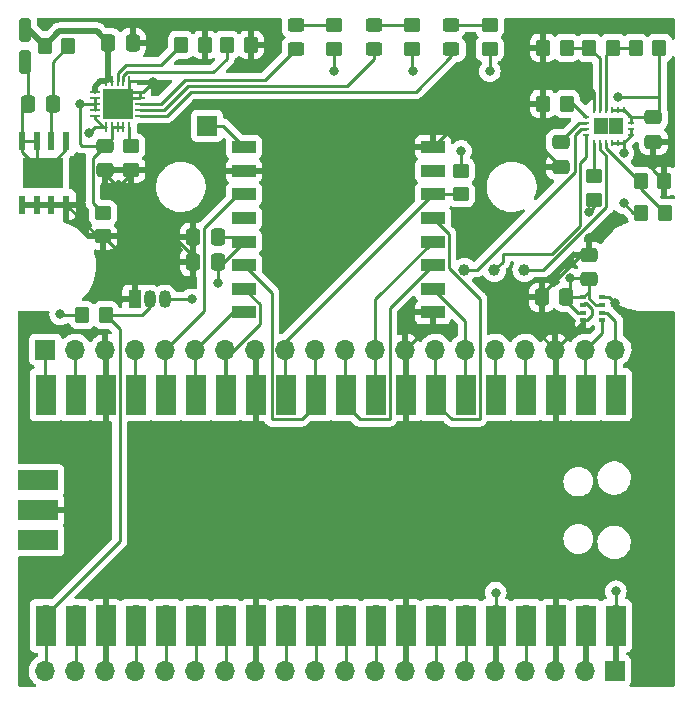
<source format=gbr>
%TF.GenerationSoftware,KiCad,Pcbnew,(6.0.1-0)*%
%TF.CreationDate,2022-01-30T18:46:34+01:00*%
%TF.ProjectId,Pico_LoRa,5069636f-5f4c-46f5-9261-2e6b69636164,1.1*%
%TF.SameCoordinates,Original*%
%TF.FileFunction,Copper,L1,Top*%
%TF.FilePolarity,Positive*%
%FSLAX46Y46*%
G04 Gerber Fmt 4.6, Leading zero omitted, Abs format (unit mm)*
G04 Created by KiCad (PCBNEW (6.0.1-0)) date 2022-01-30 18:46:34*
%MOMM*%
%LPD*%
G01*
G04 APERTURE LIST*
G04 Aperture macros list*
%AMRoundRect*
0 Rectangle with rounded corners*
0 $1 Rounding radius*
0 $2 $3 $4 $5 $6 $7 $8 $9 X,Y pos of 4 corners*
0 Add a 4 corners polygon primitive as box body*
4,1,4,$2,$3,$4,$5,$6,$7,$8,$9,$2,$3,0*
0 Add four circle primitives for the rounded corners*
1,1,$1+$1,$2,$3*
1,1,$1+$1,$4,$5*
1,1,$1+$1,$6,$7*
1,1,$1+$1,$8,$9*
0 Add four rect primitives between the rounded corners*
20,1,$1+$1,$2,$3,$4,$5,0*
20,1,$1+$1,$4,$5,$6,$7,0*
20,1,$1+$1,$6,$7,$8,$9,0*
20,1,$1+$1,$8,$9,$2,$3,0*%
G04 Aperture macros list end*
%TA.AperFunction,SMDPad,CuDef*%
%ADD10RoundRect,0.250000X0.450000X-0.325000X0.450000X0.325000X-0.450000X0.325000X-0.450000X-0.325000X0*%
%TD*%
%TA.AperFunction,SMDPad,CuDef*%
%ADD11RoundRect,0.250000X0.350000X0.450000X-0.350000X0.450000X-0.350000X-0.450000X0.350000X-0.450000X0*%
%TD*%
%TA.AperFunction,SMDPad,CuDef*%
%ADD12RoundRect,0.250000X-0.350000X-0.450000X0.350000X-0.450000X0.350000X0.450000X-0.350000X0.450000X0*%
%TD*%
%TA.AperFunction,SMDPad,CuDef*%
%ADD13RoundRect,0.250000X-0.450000X0.350000X-0.450000X-0.350000X0.450000X-0.350000X0.450000X0.350000X0*%
%TD*%
%TA.AperFunction,SMDPad,CuDef*%
%ADD14RoundRect,0.250000X-0.250000X-0.750000X0.250000X-0.750000X0.250000X0.750000X-0.250000X0.750000X0*%
%TD*%
%TA.AperFunction,SMDPad,CuDef*%
%ADD15R,0.200000X0.600000*%
%TD*%
%TA.AperFunction,SMDPad,CuDef*%
%ADD16R,0.600000X0.200000*%
%TD*%
%TA.AperFunction,SMDPad,CuDef*%
%ADD17R,1.150000X1.470000*%
%TD*%
%TA.AperFunction,ComponentPad*%
%ADD18R,1.050000X1.500000*%
%TD*%
%TA.AperFunction,ComponentPad*%
%ADD19O,1.050000X1.500000*%
%TD*%
%TA.AperFunction,ComponentPad*%
%ADD20R,1.700000X1.700000*%
%TD*%
%TA.AperFunction,ComponentPad*%
%ADD21O,1.700000X1.700000*%
%TD*%
%TA.AperFunction,SMDPad,CuDef*%
%ADD22RoundRect,0.250000X-0.475000X0.337500X-0.475000X-0.337500X0.475000X-0.337500X0.475000X0.337500X0*%
%TD*%
%TA.AperFunction,SMDPad,CuDef*%
%ADD23C,1.000000*%
%TD*%
%TA.AperFunction,SMDPad,CuDef*%
%ADD24RoundRect,0.250000X0.450000X-0.350000X0.450000X0.350000X-0.450000X0.350000X-0.450000X-0.350000X0*%
%TD*%
%TA.AperFunction,SMDPad,CuDef*%
%ADD25RoundRect,0.250000X-0.337500X-0.475000X0.337500X-0.475000X0.337500X0.475000X-0.337500X0.475000X0*%
%TD*%
%TA.AperFunction,SMDPad,CuDef*%
%ADD26R,0.500000X0.350000*%
%TD*%
%TA.AperFunction,SMDPad,CuDef*%
%ADD27R,1.700000X3.500000*%
%TD*%
%TA.AperFunction,SMDPad,CuDef*%
%ADD28R,3.500000X1.700000*%
%TD*%
%TA.AperFunction,SMDPad,CuDef*%
%ADD29R,2.000000X1.000000*%
%TD*%
%TA.AperFunction,SMDPad,CuDef*%
%ADD30RoundRect,0.250000X0.475000X-0.337500X0.475000X0.337500X-0.475000X0.337500X-0.475000X-0.337500X0*%
%TD*%
%TA.AperFunction,SMDPad,CuDef*%
%ADD31RoundRect,0.062500X0.062500X-0.350000X0.062500X0.350000X-0.062500X0.350000X-0.062500X-0.350000X0*%
%TD*%
%TA.AperFunction,SMDPad,CuDef*%
%ADD32RoundRect,0.062500X0.350000X-0.062500X0.350000X0.062500X-0.350000X0.062500X-0.350000X-0.062500X0*%
%TD*%
%TA.AperFunction,SMDPad,CuDef*%
%ADD33R,2.500000X2.500000*%
%TD*%
%TA.AperFunction,SMDPad,CuDef*%
%ADD34RoundRect,0.250000X0.337500X0.475000X-0.337500X0.475000X-0.337500X-0.475000X0.337500X-0.475000X0*%
%TD*%
%TA.AperFunction,SMDPad,CuDef*%
%ADD35R,0.610000X1.600000*%
%TD*%
%TA.AperFunction,SMDPad,CuDef*%
%ADD36R,3.510000X2.620000*%
%TD*%
%TA.AperFunction,ViaPad*%
%ADD37C,0.800000*%
%TD*%
%TA.AperFunction,Conductor*%
%ADD38C,0.250000*%
%TD*%
%TA.AperFunction,Conductor*%
%ADD39C,0.500000*%
%TD*%
G04 APERTURE END LIST*
D10*
%TO.P,D3,1,K*%
%TO.N,Net-(D3-Pad1)*%
X110600000Y-84975000D03*
%TO.P,D3,2,A*%
%TO.N,Net-(D3-Pad2)*%
X110600000Y-82925000D03*
%TD*%
D11*
%TO.P,R14,1*%
%TO.N,Net-(IC3-Pad17)*%
X120350000Y-89625000D03*
%TO.P,R14,2*%
%TO.N,GND*%
X118350000Y-89625000D03*
%TD*%
D12*
%TO.P,R17,1*%
%TO.N,Net-(IC3-Pad3)*%
X126625000Y-96175000D03*
%TO.P,R17,2*%
%TO.N,GND*%
X128625000Y-96175000D03*
%TD*%
D13*
%TO.P,R8,1*%
%TO.N,Net-(D2-Pad2)*%
X100675000Y-82950000D03*
%TO.P,R8,2*%
%TO.N,/V_BUS*%
X100675000Y-84950000D03*
%TD*%
D14*
%TO.P,B+1,1,Pin_1*%
%TO.N,/accu_power_supply/V_BAT*%
X74475000Y-83325000D03*
%TD*%
D12*
%TO.P,R1,1*%
%TO.N,+3V3*%
X79325000Y-107500000D03*
%TO.P,R1,2*%
%TO.N,/GPIO16*%
X81325000Y-107500000D03*
%TD*%
D15*
%TO.P,IC3,1,DEVSLP*%
%TO.N,Net-(IC3-Pad1)*%
X122675000Y-92925000D03*
%TO.P,IC3,2,PGOOD*%
%TO.N,Net-(IC3-Pad2)*%
X123175000Y-92925000D03*
%TO.P,IC3,3,PGTH*%
%TO.N,Net-(IC3-Pad3)*%
X123675000Y-92925000D03*
%TO.P,IC3,4,OUT*%
%TO.N,/V_SYS*%
X124175000Y-92925000D03*
%TO.P,IC3,5,OUT*%
X124675000Y-92925000D03*
%TO.P,IC3,6,OUT*%
X125175000Y-92925000D03*
D16*
%TO.P,IC3,7,OUT*%
X125825000Y-92260000D03*
%TO.P,IC3,8,OUT*%
X125825000Y-91760000D03*
%TO.P,IC3,9,IN*%
%TO.N,Net-(C7-Pad1)*%
X125825000Y-91260000D03*
%TO.P,IC3,10,IN*%
X125825000Y-90760000D03*
D15*
%TO.P,IC3,11,IN*%
X125175000Y-90125000D03*
%TO.P,IC3,12,IN*%
X124675000Y-90125000D03*
%TO.P,IC3,13,IN*%
X124175000Y-90125000D03*
%TO.P,IC3,14,EN*%
%TO.N,Net-(IC3-Pad14)*%
X123675000Y-90125000D03*
%TO.P,IC3,15,OVP*%
%TO.N,Net-(IC3-Pad15)*%
X123175000Y-90125000D03*
%TO.P,IC3,16,GND*%
%TO.N,GND*%
X122675000Y-90125000D03*
D16*
%TO.P,IC3,17,ILM*%
%TO.N,Net-(IC3-Pad17)*%
X122025000Y-90760000D03*
%TO.P,IC3,18,dVdT*%
%TO.N,Net-(C9-Pad1)*%
X122025000Y-91260000D03*
%TO.P,IC3,19,IMON*%
%TO.N,Net-(IC3-Pad19)*%
X122025000Y-91760000D03*
%TO.P,IC3,20,~{FLT}*%
%TO.N,Net-(IC3-Pad20)*%
X122025000Y-92260000D03*
D17*
%TO.P,IC3,21*%
%TO.N,N/C*%
X123290000Y-91525000D03*
X124550000Y-91525000D03*
%TD*%
D10*
%TO.P,D2,1,K*%
%TO.N,Net-(D2-Pad1)*%
X97425000Y-84975000D03*
%TO.P,D2,2,A*%
%TO.N,Net-(D2-Pad2)*%
X97425000Y-82925000D03*
%TD*%
D18*
%TO.P,U4,1,GND*%
%TO.N,GND*%
X83780000Y-106175000D03*
D19*
%TO.P,U4,2,DQ*%
%TO.N,/GPIO16*%
X85050000Y-106175000D03*
%TO.P,U4,3,VDD*%
%TO.N,+3V3*%
X86320000Y-106175000D03*
%TD*%
D20*
%TO.P,J2,1,Pin_1*%
%TO.N,/V_BUS*%
X124425000Y-137625000D03*
D21*
%TO.P,J2,2,Pin_2*%
%TO.N,/V_SYS*%
X121885000Y-137625000D03*
%TO.P,J2,3,Pin_3*%
%TO.N,GND*%
X119345000Y-137625000D03*
%TO.P,J2,4,Pin_4*%
%TO.N,Net-(J2-Pad4)*%
X116805000Y-137625000D03*
%TO.P,J2,5,Pin_5*%
%TO.N,+3V3*%
X114265000Y-137625000D03*
%TO.P,J2,6,Pin_6*%
%TO.N,Net-(J2-Pad6)*%
X111725000Y-137625000D03*
%TO.P,J2,7,Pin_7*%
%TO.N,Net-(J2-Pad7)*%
X109185000Y-137625000D03*
%TO.P,J2,8,Pin_8*%
%TO.N,GND*%
X106645000Y-137625000D03*
%TO.P,J2,9,Pin_9*%
%TO.N,Net-(J2-Pad9)*%
X104105000Y-137625000D03*
%TO.P,J2,10,Pin_10*%
%TO.N,Net-(J2-Pad10)*%
X101565000Y-137625000D03*
%TO.P,J2,11,Pin_11*%
%TO.N,Net-(J2-Pad11)*%
X99025000Y-137625000D03*
%TO.P,J2,12,Pin_12*%
%TO.N,Net-(J2-Pad12)*%
X96485000Y-137625000D03*
%TO.P,J2,13,Pin_13*%
%TO.N,GND*%
X93945000Y-137625000D03*
%TO.P,J2,14,Pin_14*%
%TO.N,Net-(J2-Pad14)*%
X91405000Y-137625000D03*
%TO.P,J2,15,Pin_15*%
%TO.N,Net-(J2-Pad15)*%
X88865000Y-137625000D03*
%TO.P,J2,16,Pin_16*%
%TO.N,Net-(J2-Pad16)*%
X86325000Y-137625000D03*
%TO.P,J2,17,Pin_17*%
%TO.N,Net-(J2-Pad17)*%
X83785000Y-137625000D03*
%TO.P,J2,18,Pin_18*%
%TO.N,GND*%
X81245000Y-137625000D03*
%TO.P,J2,19,Pin_19*%
%TO.N,Net-(J2-Pad19)*%
X78705000Y-137625000D03*
%TO.P,J2,20,Pin_20*%
%TO.N,/GPIO16*%
X76165000Y-137625000D03*
%TD*%
D22*
%TO.P,C9,1*%
%TO.N,Net-(C9-Pad1)*%
X119850000Y-92862500D03*
%TO.P,C9,2*%
%TO.N,GND*%
X119850000Y-94937500D03*
%TD*%
D23*
%TO.P,TP2,1,1*%
%TO.N,Net-(IC3-Pad20)*%
X114237500Y-103675000D03*
%TD*%
D12*
%TO.P,R16,1*%
%TO.N,/V_SYS*%
X126675000Y-98850000D03*
%TO.P,R16,2*%
%TO.N,Net-(IC3-Pad3)*%
X128675000Y-98850000D03*
%TD*%
D24*
%TO.P,R15,1*%
%TO.N,GND*%
X122700000Y-97750000D03*
%TO.P,R15,2*%
%TO.N,Net-(IC3-Pad1)*%
X122700000Y-95750000D03*
%TD*%
D25*
%TO.P,C3,1*%
%TO.N,GND*%
X88737500Y-103000000D03*
%TO.P,C3,2*%
%TO.N,+3V3*%
X90812500Y-103000000D03*
%TD*%
D11*
%TO.P,R12,1*%
%TO.N,Net-(IC3-Pad14)*%
X124275000Y-84875000D03*
%TO.P,R12,2*%
%TO.N,Net-(IC3-Pad15)*%
X122275000Y-84875000D03*
%TD*%
D26*
%TO.P,U2,1,GND*%
%TO.N,GND*%
X123375000Y-106000000D03*
%TO.P,U2,2,CSB*%
%TO.N,+3V3*%
X123375000Y-106650000D03*
%TO.P,U2,3,SDI*%
%TO.N,/SDA*%
X123375000Y-107300000D03*
%TO.P,U2,4,SCK*%
%TO.N,/SCL*%
X123375000Y-107950000D03*
%TO.P,U2,5,SDO*%
%TO.N,GND*%
X121775000Y-107950000D03*
%TO.P,U2,6,VDDIO*%
%TO.N,+3V3*%
X121775000Y-107300000D03*
%TO.P,U2,7,GND*%
%TO.N,GND*%
X121775000Y-106650000D03*
%TO.P,U2,8,VDD*%
%TO.N,+3V3*%
X121775000Y-106000000D03*
%TD*%
D23*
%TO.P,TP1,1,1*%
%TO.N,Net-(IC3-Pad19)*%
X111700000Y-103675000D03*
%TD*%
D27*
%TO.P,U1,1,GPIO0*%
%TO.N,/SDA*%
X124500000Y-114235000D03*
D21*
X124500000Y-115135000D03*
D27*
%TO.P,U1,2,GPIO1*%
%TO.N,/SCL*%
X121960000Y-114235000D03*
D21*
X121960000Y-115135000D03*
D27*
%TO.P,U1,3,GND*%
%TO.N,GND*%
X119420000Y-114235000D03*
D20*
X119420000Y-115135000D03*
D27*
%TO.P,U1,4,GPIO2*%
%TO.N,Net-(J1-Pad17)*%
X116880000Y-114235000D03*
D21*
X116880000Y-115135000D03*
%TO.P,U1,5,GPIO3*%
%TO.N,Net-(J1-Pad16)*%
X114340000Y-115135000D03*
D27*
X114340000Y-114235000D03*
D21*
%TO.P,U1,6,GPIO4*%
%TO.N,/GPIO4*%
X111800000Y-115135000D03*
D27*
X111800000Y-114235000D03*
D21*
%TO.P,U1,7,GPIO5*%
%TO.N,/GPIO5*%
X109260000Y-115135000D03*
D27*
X109260000Y-114235000D03*
%TO.P,U1,8,GND*%
%TO.N,GND*%
X106720000Y-114235000D03*
D20*
X106720000Y-115135000D03*
D21*
%TO.P,U1,9,GPIO6*%
%TO.N,/GPIO6*%
X104180000Y-115135000D03*
D27*
X104180000Y-114235000D03*
%TO.P,U1,10,GPIO7*%
%TO.N,/GPIO7*%
X101640000Y-114235000D03*
D21*
X101640000Y-115135000D03*
%TO.P,U1,11,GPIO8*%
%TO.N,/GPIO8*%
X99100000Y-115135000D03*
D27*
X99100000Y-114235000D03*
%TO.P,U1,12,GPIO9*%
%TO.N,/GPIO9*%
X96560000Y-114235000D03*
D21*
X96560000Y-115135000D03*
D27*
%TO.P,U1,13,GND*%
%TO.N,GND*%
X94020000Y-114235000D03*
D20*
X94020000Y-115135000D03*
D27*
%TO.P,U1,14,GPIO10*%
%TO.N,/GPIO10*%
X91480000Y-114235000D03*
D21*
X91480000Y-115135000D03*
%TO.P,U1,15,GPIO11*%
%TO.N,/GPIO11*%
X88940000Y-115135000D03*
D27*
X88940000Y-114235000D03*
D21*
%TO.P,U1,16,GPIO12*%
%TO.N,/GPIO12*%
X86400000Y-115135000D03*
D27*
X86400000Y-114235000D03*
%TO.P,U1,17,GPIO13*%
%TO.N,Net-(J1-Pad4)*%
X83860000Y-114235000D03*
D21*
X83860000Y-115135000D03*
D27*
%TO.P,U1,18,GND*%
%TO.N,GND*%
X81320000Y-114235000D03*
D20*
X81320000Y-115135000D03*
D27*
%TO.P,U1,19,GPIO14*%
%TO.N,Net-(J1-Pad2)*%
X78780000Y-114235000D03*
D21*
X78780000Y-115135000D03*
D27*
%TO.P,U1,20,GPIO15*%
%TO.N,Net-(J1-Pad1)*%
X76240000Y-114235000D03*
D21*
X76240000Y-115135000D03*
D27*
%TO.P,U1,21,GPIO16*%
%TO.N,/GPIO16*%
X76240000Y-133815000D03*
D21*
X76240000Y-132915000D03*
D27*
%TO.P,U1,22,GPIO17*%
%TO.N,Net-(J2-Pad19)*%
X78780000Y-133815000D03*
D21*
X78780000Y-132915000D03*
D27*
%TO.P,U1,23,GND*%
%TO.N,GND*%
X81320000Y-133815000D03*
D20*
X81320000Y-132915000D03*
D21*
%TO.P,U1,24,GPIO18*%
%TO.N,Net-(J2-Pad17)*%
X83860000Y-132915000D03*
D27*
X83860000Y-133815000D03*
%TO.P,U1,25,GPIO19*%
%TO.N,Net-(J2-Pad16)*%
X86400000Y-133815000D03*
D21*
X86400000Y-132915000D03*
%TO.P,U1,26,GPIO20*%
%TO.N,Net-(J2-Pad15)*%
X88940000Y-132915000D03*
D27*
X88940000Y-133815000D03*
%TO.P,U1,27,GPIO21*%
%TO.N,Net-(J2-Pad14)*%
X91480000Y-133815000D03*
D21*
X91480000Y-132915000D03*
D27*
%TO.P,U1,28,GND*%
%TO.N,GND*%
X94020000Y-133815000D03*
D20*
X94020000Y-132915000D03*
D27*
%TO.P,U1,29,GPIO22*%
%TO.N,Net-(J2-Pad12)*%
X96560000Y-133815000D03*
D21*
X96560000Y-132915000D03*
%TO.P,U1,30,RUN*%
%TO.N,Net-(J2-Pad11)*%
X99100000Y-132915000D03*
D27*
X99100000Y-133815000D03*
%TO.P,U1,31,GPIO26_ADC0*%
%TO.N,Net-(J2-Pad10)*%
X101640000Y-133815000D03*
D21*
X101640000Y-132915000D03*
%TO.P,U1,32,GPIO27_ADC1*%
%TO.N,Net-(J2-Pad9)*%
X104180000Y-132915000D03*
D27*
X104180000Y-133815000D03*
D20*
%TO.P,U1,33,AGND*%
%TO.N,GND*%
X106720000Y-132915000D03*
D27*
X106720000Y-133815000D03*
D21*
%TO.P,U1,34,GPIO28_ADC2*%
%TO.N,Net-(J2-Pad7)*%
X109260000Y-132915000D03*
D27*
X109260000Y-133815000D03*
D21*
%TO.P,U1,35,ADC_VREF*%
%TO.N,Net-(J2-Pad6)*%
X111800000Y-132915000D03*
D27*
X111800000Y-133815000D03*
D21*
%TO.P,U1,36,3V3*%
%TO.N,+3V3*%
X114340000Y-132915000D03*
D27*
X114340000Y-133815000D03*
%TO.P,U1,37,3V3_EN*%
%TO.N,Net-(J2-Pad4)*%
X116880000Y-133815000D03*
D21*
X116880000Y-132915000D03*
D20*
%TO.P,U1,38,GND*%
%TO.N,GND*%
X119420000Y-132915000D03*
D27*
X119420000Y-133815000D03*
D21*
%TO.P,U1,39,VSYS*%
%TO.N,/V_SYS*%
X121960000Y-132915000D03*
D27*
X121960000Y-133815000D03*
%TO.P,U1,40,VBUS*%
%TO.N,/V_BUS*%
X124500000Y-133815000D03*
D21*
X124500000Y-132915000D03*
D28*
%TO.P,U1,41,SWCLK*%
%TO.N,unconnected-(U1-Pad41)*%
X75570000Y-121485000D03*
D21*
X76470000Y-121485000D03*
D20*
%TO.P,U1,42,GND*%
%TO.N,GND*%
X76470000Y-124025000D03*
D28*
X75570000Y-124025000D03*
D21*
%TO.P,U1,43,SWDIO*%
%TO.N,unconnected-(U1-Pad43)*%
X76470000Y-126565000D03*
D28*
X75570000Y-126565000D03*
%TD*%
D20*
%TO.P,AE1,1,A*%
%TO.N,Net-(AE1-Pad1)*%
X89900000Y-91475000D03*
%TD*%
D11*
%TO.P,R11,1*%
%TO.N,Net-(C7-Pad1)*%
X128200000Y-84875000D03*
%TO.P,R11,2*%
%TO.N,Net-(IC3-Pad14)*%
X126200000Y-84875000D03*
%TD*%
D22*
%TO.P,C7,1*%
%TO.N,Net-(C7-Pad1)*%
X127700000Y-90775000D03*
%TO.P,C7,2*%
%TO.N,GND*%
X127700000Y-92850000D03*
%TD*%
D29*
%TO.P,U3,1,GND*%
%TO.N,GND*%
X109025000Y-107275000D03*
%TO.P,U3,2,MISO*%
%TO.N,/GPIO4*%
X109025000Y-105275000D03*
%TO.P,U3,3,MOSI*%
%TO.N,/GPIO7*%
X109025000Y-103275000D03*
%TO.P,U3,4,SCK*%
%TO.N,/GPIO6*%
X109025000Y-101275000D03*
%TO.P,U3,5,NSS*%
%TO.N,/GPIO5*%
X109025000Y-99275000D03*
%TO.P,U3,6,RESET*%
%TO.N,/GPIO9*%
X109025000Y-97275000D03*
%TO.P,U3,7,DIO5*%
%TO.N,unconnected-(U3-Pad7)*%
X109025000Y-95275000D03*
%TO.P,U3,8,GND*%
%TO.N,GND*%
X109025000Y-93275000D03*
%TO.P,U3,9,ANT*%
%TO.N,Net-(AE1-Pad1)*%
X93025000Y-93275000D03*
%TO.P,U3,10,GND*%
%TO.N,GND*%
X93025000Y-95275000D03*
%TO.P,U3,11,DIO3*%
%TO.N,/GPIO12*%
X93025000Y-97275000D03*
%TO.P,U3,12,DIO4*%
%TO.N,unconnected-(U3-Pad12)*%
X93025000Y-99275000D03*
%TO.P,U3,13,3.3V*%
%TO.N,+3V3*%
X93025000Y-101275000D03*
%TO.P,U3,14,DIO0*%
%TO.N,/GPIO8*%
X93025000Y-103275000D03*
%TO.P,U3,15,DIO1*%
%TO.N,/GPIO10*%
X93025000Y-105275000D03*
%TO.P,U3,16,DIO2*%
%TO.N,/GPIO11*%
X93025000Y-107275000D03*
%TD*%
D13*
%TO.P,R2,1*%
%TO.N,+3V3*%
X111400000Y-95275000D03*
%TO.P,R2,2*%
%TO.N,/GPIO9*%
X111400000Y-97275000D03*
%TD*%
D11*
%TO.P,R13,1*%
%TO.N,Net-(IC3-Pad15)*%
X120350000Y-84875000D03*
%TO.P,R13,2*%
%TO.N,GND*%
X118350000Y-84875000D03*
%TD*%
D25*
%TO.P,C6,1*%
%TO.N,/accu_power_supply/V_BAT*%
X81537500Y-84450000D03*
%TO.P,C6,2*%
%TO.N,GND*%
X83612500Y-84450000D03*
%TD*%
D13*
%TO.P,R5,1*%
%TO.N,Net-(IC1-Pad5)*%
X83475000Y-93200000D03*
%TO.P,R5,2*%
%TO.N,GND*%
X83475000Y-95200000D03*
%TD*%
D30*
%TO.P,C2,1*%
%TO.N,+3V3*%
X122250000Y-104487500D03*
%TO.P,C2,2*%
%TO.N,GND*%
X122250000Y-102412500D03*
%TD*%
D23*
%TO.P,TP3,1,1*%
%TO.N,Net-(IC3-Pad2)*%
X116775000Y-103675000D03*
%TD*%
D22*
%TO.P,C5,1*%
%TO.N,/V_BUS*%
X81300000Y-93162500D03*
%TO.P,C5,2*%
%TO.N,GND*%
X81300000Y-95237500D03*
%TD*%
D12*
%TO.P,R3,1*%
%TO.N,Net-(IC1-Pad13)*%
X87700000Y-84625000D03*
%TO.P,R3,2*%
%TO.N,GND*%
X89700000Y-84625000D03*
%TD*%
%TO.P,R4,1*%
%TO.N,Net-(IC1-Pad12)*%
X91600000Y-84625000D03*
%TO.P,R4,2*%
%TO.N,GND*%
X93600000Y-84625000D03*
%TD*%
D14*
%TO.P,B-1,1,Pin_1*%
%TO.N,Net-(B-1-Pad1)*%
X74475000Y-86100000D03*
%TD*%
D25*
%TO.P,C8,1*%
%TO.N,Net-(B-1-Pad1)*%
X74762500Y-89650000D03*
%TO.P,C8,2*%
%TO.N,Net-(C8-Pad2)*%
X76837500Y-89650000D03*
%TD*%
%TO.P,C4,1*%
%TO.N,GND*%
X88737500Y-100900000D03*
%TO.P,C4,2*%
%TO.N,+3V3*%
X90812500Y-100900000D03*
%TD*%
D20*
%TO.P,J1,1,Pin_1*%
%TO.N,Net-(J1-Pad1)*%
X76225000Y-110425000D03*
D21*
%TO.P,J1,2,Pin_2*%
%TO.N,Net-(J1-Pad2)*%
X78765000Y-110425000D03*
%TO.P,J1,3,Pin_3*%
%TO.N,GND*%
X81305000Y-110425000D03*
%TO.P,J1,4,Pin_4*%
%TO.N,Net-(J1-Pad4)*%
X83845000Y-110425000D03*
%TO.P,J1,5,Pin_5*%
%TO.N,/GPIO12*%
X86385000Y-110425000D03*
%TO.P,J1,6,Pin_6*%
%TO.N,/GPIO11*%
X88925000Y-110425000D03*
%TO.P,J1,7,Pin_7*%
%TO.N,/GPIO10*%
X91465000Y-110425000D03*
%TO.P,J1,8,Pin_8*%
%TO.N,GND*%
X94005000Y-110425000D03*
%TO.P,J1,9,Pin_9*%
%TO.N,/GPIO9*%
X96545000Y-110425000D03*
%TO.P,J1,10,Pin_10*%
%TO.N,/GPIO8*%
X99085000Y-110425000D03*
%TO.P,J1,11,Pin_11*%
%TO.N,/GPIO7*%
X101625000Y-110425000D03*
%TO.P,J1,12,Pin_12*%
%TO.N,/GPIO6*%
X104165000Y-110425000D03*
%TO.P,J1,13,Pin_13*%
%TO.N,GND*%
X106705000Y-110425000D03*
%TO.P,J1,14,Pin_14*%
%TO.N,/GPIO5*%
X109245000Y-110425000D03*
%TO.P,J1,15,Pin_15*%
%TO.N,/GPIO4*%
X111785000Y-110425000D03*
%TO.P,J1,16,Pin_16*%
%TO.N,Net-(J1-Pad16)*%
X114325000Y-110425000D03*
%TO.P,J1,17,Pin_17*%
%TO.N,Net-(J1-Pad17)*%
X116865000Y-110425000D03*
%TO.P,J1,18,Pin_18*%
%TO.N,GND*%
X119405000Y-110425000D03*
%TO.P,J1,19,Pin_19*%
%TO.N,/SCL*%
X121945000Y-110425000D03*
%TO.P,J1,20,Pin_20*%
%TO.N,/SDA*%
X124485000Y-110425000D03*
%TD*%
D31*
%TO.P,IC1,1,OUT*%
%TO.N,Net-(C7-Pad1)*%
X81325000Y-91562500D03*
%TO.P,IC1,2,VPCC*%
%TO.N,/V_BUS*%
X81825000Y-91562500D03*
%TO.P,IC1,3,SEL*%
X82325000Y-91562500D03*
%TO.P,IC1,4,PROG2*%
X82825000Y-91562500D03*
%TO.P,IC1,5,THERM*%
%TO.N,Net-(IC1-Pad5)*%
X83325000Y-91562500D03*
D32*
%TO.P,IC1,6,~{PG}*%
%TO.N,Net-(D3-Pad1)*%
X84262500Y-90625000D03*
%TO.P,IC1,7,STAT2*%
%TO.N,Net-(D1-Pad1)*%
X84262500Y-90125000D03*
%TO.P,IC1,8,STAT1/~{LBO}*%
%TO.N,Net-(D2-Pad1)*%
X84262500Y-89625000D03*
%TO.P,IC1,9,~{TE}*%
%TO.N,GND*%
X84262500Y-89125000D03*
%TO.P,IC1,10,VSS*%
X84262500Y-88625000D03*
D31*
%TO.P,IC1,11,VSS*%
X83325000Y-87687500D03*
%TO.P,IC1,12,PROG3*%
%TO.N,Net-(IC1-Pad12)*%
X82825000Y-87687500D03*
%TO.P,IC1,13,PROG1*%
%TO.N,Net-(IC1-Pad13)*%
X82325000Y-87687500D03*
%TO.P,IC1,14,VBAT*%
%TO.N,/accu_power_supply/V_BAT*%
X81825000Y-87687500D03*
%TO.P,IC1,15,VBAT*%
X81325000Y-87687500D03*
D32*
%TO.P,IC1,16,Vbat_SENSE*%
X80387500Y-88625000D03*
%TO.P,IC1,17,CE*%
%TO.N,/V_BUS*%
X80387500Y-89125000D03*
%TO.P,IC1,18,IN*%
X80387500Y-89625000D03*
%TO.P,IC1,19,IN*%
X80387500Y-90125000D03*
%TO.P,IC1,20,OUT*%
%TO.N,Net-(C7-Pad1)*%
X80387500Y-90625000D03*
D33*
%TO.P,IC1,21,VSS*%
%TO.N,GND*%
X82325000Y-89625000D03*
%TD*%
D13*
%TO.P,R9,1*%
%TO.N,Net-(D3-Pad2)*%
X113850000Y-82950000D03*
%TO.P,R9,2*%
%TO.N,/V_BUS*%
X113850000Y-84950000D03*
%TD*%
D34*
%TO.P,C1,1*%
%TO.N,+3V3*%
X120337500Y-106000000D03*
%TO.P,C1,2*%
%TO.N,GND*%
X118262500Y-106000000D03*
%TD*%
D13*
%TO.P,R6,1*%
%TO.N,/V_BUS*%
X81100000Y-98850000D03*
%TO.P,R6,2*%
%TO.N,GND*%
X81100000Y-100850000D03*
%TD*%
D10*
%TO.P,D1,1,K*%
%TO.N,Net-(D1-Pad1)*%
X104075000Y-84975000D03*
%TO.P,D1,2,A*%
%TO.N,Net-(D1-Pad2)*%
X104075000Y-82925000D03*
%TD*%
D13*
%TO.P,R7,1*%
%TO.N,Net-(D1-Pad2)*%
X107300000Y-82950000D03*
%TO.P,R7,2*%
%TO.N,/V_BUS*%
X107300000Y-84950000D03*
%TD*%
D11*
%TO.P,R10,1*%
%TO.N,Net-(C8-Pad2)*%
X78175000Y-84700000D03*
%TO.P,R10,2*%
%TO.N,/accu_power_supply/V_BAT*%
X76175000Y-84700000D03*
%TD*%
D35*
%TO.P,IC2,1,VM*%
%TO.N,GND*%
X74225000Y-98150000D03*
%TO.P,IC2,2,VM*%
X75475000Y-98150000D03*
%TO.P,IC2,3,VM*%
X76725000Y-98150000D03*
%TO.P,IC2,4,VM*%
X77975000Y-98150000D03*
%TO.P,IC2,5,GND*%
%TO.N,Net-(B-1-Pad1)*%
X77975000Y-92750000D03*
%TO.P,IC2,6,VDD*%
%TO.N,Net-(C8-Pad2)*%
X76725000Y-92750000D03*
%TO.P,IC2,7,GND*%
%TO.N,Net-(B-1-Pad1)*%
X75475000Y-92750000D03*
%TO.P,IC2,8,GND*%
X74225000Y-92750000D03*
D36*
%TO.P,IC2,9,EP_(GND)*%
X75980000Y-95450000D03*
%TD*%
D37*
%TO.N,+3V3*%
X111425000Y-93600000D03*
X77475000Y-107450000D03*
X114351024Y-130999989D03*
X120625000Y-104375000D03*
X88600000Y-106175000D03*
X90800000Y-104800000D03*
%TO.N,GND*%
X95175000Y-95250000D03*
X83625000Y-82875000D03*
X87125000Y-100900000D03*
X119425000Y-130875000D03*
X106700000Y-116975000D03*
X82400000Y-96625000D03*
X93625000Y-82850000D03*
X127700000Y-94350000D03*
X94000000Y-117000000D03*
X122225000Y-98800000D03*
X116825000Y-89625000D03*
X119450000Y-117000000D03*
X79175000Y-98150000D03*
X78775000Y-124025000D03*
X121925000Y-87875000D03*
X124450000Y-106500000D03*
X81325000Y-116975000D03*
X94025000Y-130875000D03*
X85350000Y-87800000D03*
X106750000Y-130875000D03*
X122275000Y-101000000D03*
X89700000Y-82850000D03*
X81325000Y-130900000D03*
X82675000Y-100850000D03*
%TO.N,/V_BUS*%
X79175000Y-89625000D03*
X100675000Y-86850000D03*
X124525000Y-130875000D03*
X107325000Y-86850000D03*
X113850000Y-86850000D03*
%TO.N,/V_SYS*%
X125175000Y-98025000D03*
X125175000Y-93775000D03*
%TO.N,Net-(C7-Pad1)*%
X79900000Y-92100000D03*
X124675000Y-89075000D03*
%TD*%
D38*
%TO.N,Net-(AE1-Pad1)*%
X89900000Y-91475000D02*
X91225000Y-91475000D01*
X91225000Y-91475000D02*
X93025000Y-93275000D01*
%TO.N,+3V3*%
X91300000Y-103000000D02*
X93025000Y-101275000D01*
X114340000Y-131011013D02*
X114351024Y-130999989D01*
X122250000Y-104487500D02*
X122250000Y-106100000D01*
X111400000Y-93625000D02*
X111425000Y-93600000D01*
X122250000Y-106100000D02*
X122800000Y-106650000D01*
X120625000Y-104375000D02*
X122137500Y-104375000D01*
X111400000Y-95275000D02*
X111400000Y-93625000D01*
X120337500Y-106286522D02*
X121350978Y-107300000D01*
X90812500Y-104787500D02*
X90800000Y-104800000D01*
X120337500Y-106000000D02*
X120337500Y-106286522D01*
D39*
X114340000Y-137550000D02*
X114265000Y-137625000D01*
D38*
X120337500Y-106000000D02*
X121775000Y-106000000D01*
X92650000Y-100900000D02*
X93025000Y-101275000D01*
X79325000Y-107500000D02*
X77525000Y-107500000D01*
X114340000Y-132915000D02*
X114340000Y-131011013D01*
X77525000Y-107500000D02*
X77475000Y-107450000D01*
X122137500Y-104375000D02*
X122250000Y-104487500D01*
X121350978Y-107300000D02*
X121775000Y-107300000D01*
X120625000Y-104375000D02*
X120625000Y-105712500D01*
X90812500Y-103000000D02*
X90812500Y-104787500D01*
X90812500Y-103000000D02*
X91300000Y-103000000D01*
X122250000Y-104487500D02*
X122250000Y-105525000D01*
X90812500Y-100900000D02*
X92650000Y-100900000D01*
X86320000Y-106175000D02*
X88600000Y-106175000D01*
X122800000Y-106650000D02*
X123375000Y-106650000D01*
D39*
X114340000Y-132915000D02*
X114340000Y-137550000D01*
D38*
X122250000Y-105525000D02*
X121775000Y-106000000D01*
X120625000Y-105712500D02*
X120337500Y-106000000D01*
D39*
%TO.N,GND*%
X94020000Y-110440000D02*
X94005000Y-110425000D01*
D38*
X84525000Y-88625000D02*
X85350000Y-87800000D01*
X77975000Y-98150000D02*
X80675000Y-100850000D01*
X122700000Y-98325000D02*
X122225000Y-98800000D01*
X121562886Y-102412500D02*
X122250000Y-102412500D01*
X106720000Y-115135000D02*
X106720000Y-116955000D01*
X74225000Y-98150000D02*
X75475000Y-98150000D01*
X83780000Y-103530000D02*
X83780000Y-106175000D01*
X81100000Y-100850000D02*
X83780000Y-103530000D01*
X119420000Y-130880000D02*
X119425000Y-130875000D01*
D39*
X119420000Y-110440000D02*
X119405000Y-110425000D01*
D38*
X109025000Y-107275000D02*
X109025000Y-108105000D01*
X127700000Y-95250000D02*
X128625000Y-96175000D01*
X83475000Y-95550000D02*
X82400000Y-96625000D01*
X119420000Y-116970000D02*
X119450000Y-117000000D01*
X112675000Y-89625000D02*
X116825000Y-89625000D01*
X118350000Y-89625000D02*
X116825000Y-89625000D01*
X122275000Y-102387500D02*
X122250000Y-102412500D01*
X119420000Y-132915000D02*
X119420000Y-130880000D01*
X84262500Y-88625000D02*
X84525000Y-88625000D01*
X88737500Y-100900000D02*
X87125000Y-100900000D01*
X83612500Y-82887500D02*
X83625000Y-82875000D01*
X80675000Y-100850000D02*
X81100000Y-100850000D01*
X127700000Y-94350000D02*
X127700000Y-95250000D01*
X106720000Y-130905000D02*
X106750000Y-130875000D01*
X124450000Y-106500000D02*
X123950000Y-106000000D01*
X83325000Y-87687500D02*
X85237500Y-87687500D01*
X81300000Y-95525000D02*
X82400000Y-96625000D01*
X122675000Y-88625000D02*
X121925000Y-87875000D01*
D39*
X106720000Y-115135000D02*
X106720000Y-110440000D01*
D38*
X81320000Y-130905000D02*
X81325000Y-130900000D01*
X84262500Y-88625000D02*
X83325000Y-88625000D01*
X122675000Y-90125000D02*
X122675000Y-88625000D01*
X121925489Y-106499511D02*
X122013793Y-106499511D01*
X83475000Y-95200000D02*
X83475000Y-95550000D01*
X121775000Y-106650000D02*
X121925489Y-106499511D01*
X123950000Y-106000000D02*
X123375000Y-106000000D01*
X77975000Y-98150000D02*
X79175000Y-98150000D01*
X109025000Y-108105000D02*
X106705000Y-110425000D01*
X94020000Y-132915000D02*
X94020000Y-130880000D01*
D39*
X106720000Y-132915000D02*
X106720000Y-137550000D01*
D38*
X82825000Y-89125000D02*
X82325000Y-89625000D01*
D39*
X81320000Y-132915000D02*
X81320000Y-137550000D01*
X119420000Y-132915000D02*
X119420000Y-137550000D01*
D38*
X84262500Y-89125000D02*
X82825000Y-89125000D01*
D39*
X94020000Y-115135000D02*
X94020000Y-110440000D01*
D38*
X94020000Y-115135000D02*
X94020000Y-116980000D01*
D39*
X81320000Y-110440000D02*
X81305000Y-110425000D01*
D38*
X93600000Y-82875000D02*
X93625000Y-82850000D01*
X93600000Y-84625000D02*
X93600000Y-82875000D01*
X121775000Y-108055000D02*
X119405000Y-110425000D01*
X76470000Y-124025000D02*
X78775000Y-124025000D01*
X109025000Y-93275000D02*
X112675000Y-89625000D01*
D39*
X81320000Y-137550000D02*
X81245000Y-137625000D01*
D38*
X106720000Y-116955000D02*
X106700000Y-116975000D01*
X118262500Y-106000000D02*
X118262500Y-109282500D01*
X118350000Y-93437500D02*
X119850000Y-94937500D01*
X81100000Y-100850000D02*
X82675000Y-100850000D01*
X81320000Y-116970000D02*
X81325000Y-116975000D01*
X122275000Y-101000000D02*
X122275000Y-102387500D01*
X85237500Y-87687500D02*
X85350000Y-87800000D01*
X122500000Y-107525000D02*
X122075000Y-107950000D01*
D39*
X119420000Y-115135000D02*
X119420000Y-110440000D01*
D38*
X94020000Y-116980000D02*
X94000000Y-117000000D01*
X83325000Y-88625000D02*
X82325000Y-89625000D01*
X81320000Y-132915000D02*
X81320000Y-130905000D01*
X122013793Y-106499511D02*
X122500000Y-106985718D01*
X83612500Y-84450000D02*
X83612500Y-82887500D01*
X75475000Y-98150000D02*
X76725000Y-98150000D01*
X122500000Y-106985718D02*
X122500000Y-107525000D01*
X93025000Y-95275000D02*
X95150000Y-95275000D01*
D39*
X106720000Y-137550000D02*
X106645000Y-137625000D01*
D38*
X121775000Y-107950000D02*
X121775000Y-108055000D01*
X88737500Y-100900000D02*
X88737500Y-103000000D01*
X118262500Y-105712886D02*
X121562886Y-102412500D01*
D39*
X106720000Y-110440000D02*
X106705000Y-110425000D01*
D38*
X122700000Y-97750000D02*
X122700000Y-98325000D01*
X118262500Y-109282500D02*
X119405000Y-110425000D01*
X94020000Y-130880000D02*
X94025000Y-130875000D01*
X81320000Y-115135000D02*
X81320000Y-116970000D01*
X88737500Y-102512500D02*
X87125000Y-100900000D01*
X84262500Y-89125000D02*
X84262500Y-88625000D01*
X76725000Y-98150000D02*
X77975000Y-98150000D01*
X89700000Y-84625000D02*
X89700000Y-82850000D01*
X122075000Y-107950000D02*
X121775000Y-107950000D01*
X119420000Y-115135000D02*
X119420000Y-116970000D01*
D39*
X94020000Y-137550000D02*
X93945000Y-137625000D01*
D38*
X118262500Y-106000000D02*
X118262500Y-105712886D01*
X118350000Y-84875000D02*
X118350000Y-89625000D01*
D39*
X94020000Y-132915000D02*
X94020000Y-137550000D01*
D38*
X95150000Y-95275000D02*
X95175000Y-95250000D01*
X127700000Y-92850000D02*
X127700000Y-94350000D01*
X83325000Y-87687500D02*
X83325000Y-88625000D01*
D39*
X81320000Y-115135000D02*
X81320000Y-110440000D01*
D38*
X106720000Y-132915000D02*
X106720000Y-130905000D01*
D39*
X119420000Y-137550000D02*
X119345000Y-137625000D01*
D38*
X88737500Y-103000000D02*
X88737500Y-102512500D01*
X118350000Y-89625000D02*
X118350000Y-93437500D01*
X81300000Y-95237500D02*
X81300000Y-95525000D01*
%TO.N,Net-(D1-Pad1)*%
X101775000Y-88100000D02*
X104075000Y-85800000D01*
X86275000Y-90125000D02*
X88300000Y-88100000D01*
X84262500Y-90125000D02*
X86275000Y-90125000D01*
X104075000Y-85800000D02*
X104075000Y-84975000D01*
X88300000Y-88100000D02*
X101775000Y-88100000D01*
%TO.N,Net-(D1-Pad2)*%
X104075000Y-82925000D02*
X107275000Y-82925000D01*
X107275000Y-82925000D02*
X107300000Y-82950000D01*
%TO.N,Net-(D2-Pad1)*%
X97425000Y-84975000D02*
X94775000Y-87625000D01*
X86025000Y-89625000D02*
X84262500Y-89625000D01*
X88025000Y-87625000D02*
X86025000Y-89625000D01*
X94775000Y-87625000D02*
X88025000Y-87625000D01*
%TO.N,Net-(D2-Pad2)*%
X100650000Y-82925000D02*
X100675000Y-82950000D01*
X97425000Y-82925000D02*
X100650000Y-82925000D01*
%TO.N,Net-(D3-Pad1)*%
X110600000Y-85550000D02*
X110600000Y-84975000D01*
X88525000Y-88575000D02*
X107575000Y-88575000D01*
X107575000Y-88575000D02*
X110600000Y-85550000D01*
X86475000Y-90625000D02*
X88525000Y-88575000D01*
X84262500Y-90625000D02*
X86475000Y-90625000D01*
%TO.N,Net-(D3-Pad2)*%
X113825000Y-82925000D02*
X113850000Y-82950000D01*
X110600000Y-82925000D02*
X113825000Y-82925000D01*
%TO.N,/V_BUS*%
X81825000Y-91562500D02*
X81825000Y-92637500D01*
X107300000Y-86825000D02*
X107325000Y-86850000D01*
X124500000Y-130900000D02*
X124525000Y-130875000D01*
X124500000Y-132915000D02*
X124500000Y-130900000D01*
X79175000Y-93050000D02*
X79175000Y-89625000D01*
X80250480Y-94212020D02*
X81300000Y-93162500D01*
X80387500Y-89625000D02*
X80387500Y-90125000D01*
X81825000Y-91562500D02*
X82325000Y-91562500D01*
X82325000Y-91562500D02*
X82825000Y-91562500D01*
X100675000Y-84950000D02*
X100675000Y-86850000D01*
X80250480Y-98000480D02*
X80250480Y-94212020D01*
X113850000Y-84950000D02*
X113850000Y-86850000D01*
D39*
X124500000Y-137550000D02*
X124425000Y-137625000D01*
D38*
X80387500Y-89625000D02*
X79175000Y-89625000D01*
X107300000Y-84950000D02*
X107300000Y-86825000D01*
X80387500Y-89125000D02*
X80387500Y-89625000D01*
X79287500Y-93162500D02*
X79175000Y-93050000D01*
X81300000Y-93162500D02*
X79287500Y-93162500D01*
D39*
X124500000Y-132915000D02*
X124500000Y-137550000D01*
D38*
X81825000Y-92637500D02*
X81300000Y-93162500D01*
X81100000Y-98850000D02*
X80250480Y-98000480D01*
%TO.N,Net-(IC1-Pad5)*%
X83325000Y-93050000D02*
X83475000Y-93200000D01*
X83325000Y-91562500D02*
X83325000Y-93050000D01*
%TO.N,Net-(IC1-Pad12)*%
X91600000Y-85800000D02*
X91600000Y-84625000D01*
X83102672Y-86950000D02*
X90450000Y-86950000D01*
X82825000Y-87227672D02*
X83102672Y-86950000D01*
X90450000Y-86950000D02*
X91600000Y-85800000D01*
X82825000Y-87687500D02*
X82825000Y-87227672D01*
%TO.N,Net-(IC1-Pad13)*%
X82325000Y-87000000D02*
X83025000Y-86300000D01*
X83025000Y-86300000D02*
X86025000Y-86300000D01*
X82325000Y-87687500D02*
X82325000Y-87000000D01*
X86025000Y-86300000D02*
X87700000Y-84625000D01*
D39*
%TO.N,/accu_power_supply/V_BAT*%
X74800000Y-83325000D02*
X76175000Y-84700000D01*
X76175000Y-84700000D02*
X77385730Y-83489270D01*
X81537500Y-84450000D02*
X81537500Y-87475000D01*
X80576770Y-83489270D02*
X81537500Y-84450000D01*
D38*
X81825000Y-87687500D02*
X81750000Y-87687500D01*
X81750000Y-87687500D02*
X81537500Y-87475000D01*
D39*
X74475000Y-83325000D02*
X74800000Y-83325000D01*
X81537500Y-87475000D02*
X81325000Y-87687500D01*
X81325000Y-87687500D02*
X80863478Y-87687500D01*
X77385730Y-83489270D02*
X80576770Y-83489270D01*
X80387500Y-88163478D02*
X80387500Y-88550480D01*
X80863478Y-87687500D02*
X80387500Y-88163478D01*
D38*
%TO.N,Net-(IC3-Pad1)*%
X122675000Y-95725000D02*
X122675000Y-92925000D01*
X122700000Y-95750000D02*
X122675000Y-95725000D01*
%TO.N,Net-(IC3-Pad2)*%
X123724520Y-94023542D02*
X123175000Y-93474022D01*
X123724520Y-98337973D02*
X123724520Y-94023542D01*
X118387493Y-103675000D02*
X123724520Y-98337973D01*
X123175000Y-93474022D02*
X123175000Y-92925000D01*
X116775000Y-103675000D02*
X118387493Y-103675000D01*
%TO.N,Net-(IC3-Pad3)*%
X126625000Y-96175000D02*
X126625000Y-96800000D01*
X123675000Y-93338305D02*
X123675000Y-92925000D01*
X126511695Y-96175000D02*
X123675000Y-93338305D01*
X126625000Y-96175000D02*
X126511695Y-96175000D01*
X126625000Y-96800000D02*
X128675000Y-98850000D01*
%TO.N,/V_SYS*%
X125825000Y-92260000D02*
X125825000Y-91760000D01*
X125175000Y-92925000D02*
X125175000Y-93775000D01*
X125175000Y-92925000D02*
X125175000Y-92910000D01*
X126675000Y-98850000D02*
X126000000Y-98850000D01*
X126000000Y-98850000D02*
X125175000Y-98025000D01*
X125175000Y-92910000D02*
X125825000Y-92260000D01*
D39*
X121960000Y-137550000D02*
X121885000Y-137625000D01*
X121960000Y-132915000D02*
X121960000Y-137550000D01*
D38*
X125175000Y-92925000D02*
X124675000Y-92925000D01*
X124675000Y-92925000D02*
X124175000Y-92925000D01*
%TO.N,Net-(IC3-Pad15)*%
X120350000Y-84875000D02*
X122275000Y-84875000D01*
X123175000Y-85775000D02*
X123175000Y-90125000D01*
X122275000Y-84875000D02*
X123175000Y-85775000D01*
%TO.N,Net-(IC3-Pad14)*%
X124275000Y-84875000D02*
X126200000Y-84875000D01*
X123675000Y-85475000D02*
X123675000Y-90125000D01*
X124275000Y-84875000D02*
X123675000Y-85475000D01*
%TO.N,Net-(IC3-Pad20)*%
X122025000Y-92260000D02*
X122025000Y-94100000D01*
X114925000Y-102987500D02*
X114237500Y-103675000D01*
X122025000Y-94100000D02*
X121500000Y-94625000D01*
X121500000Y-99926775D02*
X119101775Y-102325000D01*
X121500000Y-94625000D02*
X121500000Y-99926775D01*
X114925000Y-102325000D02*
X114925000Y-102987500D01*
X119101775Y-102325000D02*
X114925000Y-102325000D01*
%TO.N,Net-(IC3-Pad19)*%
X121540000Y-91760000D02*
X122025000Y-91760000D01*
X121050480Y-95362013D02*
X121050480Y-92249520D01*
X111700000Y-103675000D02*
X112737493Y-103675000D01*
X121050480Y-92249520D02*
X121540000Y-91760000D01*
X112737493Y-103675000D02*
X121050480Y-95362013D01*
%TO.N,Net-(IC3-Pad17)*%
X120890000Y-89625000D02*
X122025000Y-90760000D01*
X120350000Y-89625000D02*
X120890000Y-89625000D01*
%TO.N,Net-(J1-Pad1)*%
X76225000Y-115120000D02*
X76240000Y-115135000D01*
X76225000Y-110425000D02*
X76225000Y-115120000D01*
%TO.N,Net-(J1-Pad2)*%
X78765000Y-115120000D02*
X78780000Y-115135000D01*
X78765000Y-110425000D02*
X78765000Y-115120000D01*
%TO.N,Net-(J1-Pad4)*%
X83845000Y-115120000D02*
X83860000Y-115135000D01*
X83845000Y-110425000D02*
X83845000Y-115120000D01*
%TO.N,/GPIO12*%
X93025000Y-97275000D02*
X93900000Y-97275000D01*
X89675000Y-107135000D02*
X86385000Y-110425000D01*
X92525000Y-97275000D02*
X89675000Y-100125000D01*
X93025000Y-97275000D02*
X92525000Y-97275000D01*
X89675000Y-100125000D02*
X89675000Y-107135000D01*
X86385000Y-115120000D02*
X86400000Y-115135000D01*
X86385000Y-110425000D02*
X86385000Y-115120000D01*
%TO.N,/GPIO11*%
X93025000Y-107275000D02*
X92075000Y-107275000D01*
X88925000Y-115120000D02*
X88940000Y-115135000D01*
X88925000Y-110425000D02*
X88925000Y-115120000D01*
X92075000Y-107275000D02*
X88925000Y-110425000D01*
%TO.N,/GPIO10*%
X91480000Y-111120000D02*
X91480000Y-115135000D01*
X93025000Y-105275000D02*
X94349511Y-106599511D01*
X91465000Y-110425000D02*
X91465000Y-115120000D01*
X94349511Y-108250489D02*
X91480000Y-111120000D01*
X91465000Y-115120000D02*
X91480000Y-115135000D01*
X94349511Y-106599511D02*
X94349511Y-108250489D01*
%TO.N,/GPIO9*%
X96545000Y-109755000D02*
X96545000Y-110425000D01*
X111400000Y-97275000D02*
X109025000Y-97275000D01*
X96545000Y-110425000D02*
X96545000Y-115120000D01*
X109025000Y-97275000D02*
X96545000Y-109755000D01*
X96545000Y-115120000D02*
X96560000Y-115135000D01*
%TO.N,/GPIO8*%
X99085000Y-110425000D02*
X99085000Y-115120000D01*
X95370489Y-105620489D02*
X95370489Y-116294511D01*
X95385489Y-116309511D02*
X97925489Y-116309511D01*
X93025000Y-103275000D02*
X95370489Y-105620489D01*
X99085000Y-115120000D02*
X99100000Y-115135000D01*
X95370489Y-116294511D02*
X95385489Y-116309511D01*
X97925489Y-116309511D02*
X99100000Y-115135000D01*
%TO.N,/GPIO7*%
X105354511Y-116309511D02*
X102814511Y-116309511D01*
X105354511Y-106945489D02*
X105354511Y-116309511D01*
X101625000Y-110425000D02*
X101625000Y-115120000D01*
X109025000Y-103275000D02*
X105354511Y-106945489D01*
X102814511Y-116309511D02*
X101640000Y-115135000D01*
X101625000Y-115120000D02*
X101640000Y-115135000D01*
%TO.N,/GPIO6*%
X104165000Y-115120000D02*
X104180000Y-115135000D01*
X104165000Y-110425000D02*
X104165000Y-115120000D01*
X104165000Y-106135000D02*
X104165000Y-110425000D01*
X109025000Y-101275000D02*
X104165000Y-106135000D01*
%TO.N,/GPIO5*%
X109245000Y-115120000D02*
X109260000Y-115135000D01*
X109245000Y-110425000D02*
X109245000Y-114929022D01*
X110349511Y-103499511D02*
X110349511Y-100599511D01*
X112974511Y-116309511D02*
X112974511Y-106124511D01*
X110625489Y-116309511D02*
X112974511Y-116309511D01*
X110349511Y-100599511D02*
X109025000Y-99275000D01*
X112974511Y-106124511D02*
X110349511Y-103499511D01*
X109245000Y-114929022D02*
X110625489Y-116309511D01*
X109245000Y-110425000D02*
X109245000Y-115120000D01*
%TO.N,/GPIO4*%
X111785000Y-110425000D02*
X111785000Y-115120000D01*
X111785000Y-115120000D02*
X111800000Y-115135000D01*
X111785000Y-108035000D02*
X111785000Y-110425000D01*
X109025000Y-105275000D02*
X111785000Y-108035000D01*
%TO.N,Net-(J1-Pad16)*%
X114325000Y-115120000D02*
X114340000Y-115135000D01*
X114325000Y-110425000D02*
X114325000Y-115120000D01*
%TO.N,Net-(J1-Pad17)*%
X116865000Y-110425000D02*
X116865000Y-115120000D01*
X116865000Y-115120000D02*
X116880000Y-115135000D01*
%TO.N,/SCL*%
X123375000Y-107950000D02*
X123375000Y-108995000D01*
X123375000Y-108995000D02*
X121945000Y-110425000D01*
X121945000Y-115120000D02*
X121960000Y-115135000D01*
X121945000Y-110425000D02*
X121945000Y-115120000D01*
%TO.N,/SDA*%
X124485000Y-115120000D02*
X124500000Y-115135000D01*
X123799022Y-107300000D02*
X124485000Y-107985978D01*
X124485000Y-110425000D02*
X124485000Y-115120000D01*
X124485000Y-107985978D02*
X124485000Y-110425000D01*
X123375000Y-107300000D02*
X123799022Y-107300000D01*
%TO.N,Net-(J2-Pad4)*%
X116880000Y-132915000D02*
X116880000Y-137550000D01*
X116880000Y-137550000D02*
X116805000Y-137625000D01*
%TO.N,Net-(J2-Pad6)*%
X111800000Y-137550000D02*
X111725000Y-137625000D01*
X111800000Y-132915000D02*
X111800000Y-137550000D01*
%TO.N,Net-(J2-Pad7)*%
X109260000Y-137550000D02*
X109185000Y-137625000D01*
X109260000Y-132915000D02*
X109260000Y-137550000D01*
%TO.N,Net-(J2-Pad9)*%
X104180000Y-132915000D02*
X104180000Y-137550000D01*
X104180000Y-137550000D02*
X104105000Y-137625000D01*
%TO.N,Net-(J2-Pad10)*%
X101640000Y-137550000D02*
X101565000Y-137625000D01*
X101640000Y-132915000D02*
X101640000Y-137550000D01*
%TO.N,Net-(J2-Pad11)*%
X99100000Y-132915000D02*
X99100000Y-137550000D01*
X99100000Y-137550000D02*
X99025000Y-137625000D01*
%TO.N,Net-(J2-Pad12)*%
X96560000Y-137550000D02*
X96485000Y-137625000D01*
X96560000Y-132915000D02*
X96560000Y-137550000D01*
%TO.N,Net-(J2-Pad14)*%
X91480000Y-137550000D02*
X91405000Y-137625000D01*
X91480000Y-132915000D02*
X91480000Y-137550000D01*
%TO.N,Net-(J2-Pad15)*%
X88940000Y-137550000D02*
X88865000Y-137625000D01*
X88940000Y-132915000D02*
X88940000Y-137550000D01*
%TO.N,Net-(J2-Pad16)*%
X86400000Y-132915000D02*
X86400000Y-137550000D01*
X86400000Y-137550000D02*
X86325000Y-137625000D01*
%TO.N,Net-(J2-Pad17)*%
X83860000Y-137550000D02*
X83785000Y-137625000D01*
X83860000Y-132915000D02*
X83860000Y-137550000D01*
%TO.N,Net-(J2-Pad19)*%
X78780000Y-137550000D02*
X78705000Y-137625000D01*
X78780000Y-132915000D02*
X78780000Y-137550000D01*
%TO.N,/GPIO16*%
X85050000Y-106829022D02*
X85050000Y-106175000D01*
X81325000Y-107500000D02*
X84379022Y-107500000D01*
X84379022Y-107500000D02*
X85050000Y-106829022D01*
X76240000Y-137550000D02*
X76165000Y-137625000D01*
X81325000Y-107500000D02*
X82494511Y-108669511D01*
X82494511Y-126660489D02*
X76240000Y-132915000D01*
X82494511Y-108669511D02*
X82494511Y-126660489D01*
X76240000Y-132915000D02*
X76240000Y-137550000D01*
%TO.N,Net-(B-1-Pad1)*%
X74225000Y-90187500D02*
X74225000Y-92750000D01*
X74762500Y-89650000D02*
X74225000Y-90187500D01*
X75475000Y-94945000D02*
X75980000Y-95450000D01*
X74225000Y-92750000D02*
X75475000Y-92750000D01*
X74762500Y-89650000D02*
X74762500Y-86387500D01*
X74225000Y-93695000D02*
X74225000Y-92750000D01*
X75980000Y-95450000D02*
X74225000Y-93695000D01*
X77975000Y-93455000D02*
X77975000Y-92750000D01*
X74762500Y-86387500D02*
X74475000Y-86100000D01*
X75475000Y-92750000D02*
X75475000Y-94945000D01*
X75980000Y-95450000D02*
X77975000Y-93455000D01*
%TO.N,Net-(C7-Pad1)*%
X80437500Y-91562500D02*
X79900000Y-92100000D01*
X125825000Y-90760000D02*
X125825000Y-91260000D01*
X127700000Y-90775000D02*
X125840000Y-90775000D01*
X81325000Y-91562500D02*
X80437500Y-91562500D01*
X125810000Y-90760000D02*
X125175000Y-90125000D01*
X125175000Y-90125000D02*
X124675000Y-90125000D01*
X124675000Y-90125000D02*
X124175000Y-90125000D01*
X125840000Y-90775000D02*
X125825000Y-90760000D01*
X128125000Y-89075000D02*
X128200000Y-89000000D01*
X80387500Y-90625000D02*
X80387500Y-90836522D01*
X128200000Y-90275000D02*
X127700000Y-90775000D01*
X128200000Y-89000000D02*
X128200000Y-90275000D01*
X125825000Y-90760000D02*
X125810000Y-90760000D01*
X80387500Y-90836522D02*
X81113478Y-91562500D01*
X124675000Y-89075000D02*
X128125000Y-89075000D01*
X128200000Y-84875000D02*
X128200000Y-89000000D01*
X81113478Y-91562500D02*
X81325000Y-91562500D01*
%TO.N,Net-(C8-Pad2)*%
X76837500Y-89650000D02*
X76837500Y-86037500D01*
X76725000Y-89762500D02*
X76725000Y-92750000D01*
X76837500Y-86037500D02*
X78175000Y-84700000D01*
X76837500Y-89650000D02*
X76725000Y-89762500D01*
%TO.N,Net-(C9-Pad1)*%
X121390000Y-91260000D02*
X122025000Y-91260000D01*
X119850000Y-92800000D02*
X121390000Y-91260000D01*
X119850000Y-92862500D02*
X119850000Y-92800000D01*
%TD*%
%TA.AperFunction,Conductor*%
%TO.N,GND*%
G36*
X124334466Y-106323976D02*
G01*
X124568493Y-106497542D01*
X124571134Y-106499125D01*
X124571143Y-106499131D01*
X124835008Y-106657285D01*
X124890677Y-106690652D01*
X124893455Y-106691966D01*
X124893459Y-106691968D01*
X124974470Y-106730283D01*
X125230237Y-106851251D01*
X125420813Y-106919440D01*
X125580998Y-106976756D01*
X125581006Y-106976758D01*
X125583903Y-106977795D01*
X125764468Y-107023024D01*
X125945267Y-107068313D01*
X125945271Y-107068314D01*
X125948270Y-107069065D01*
X125951332Y-107069519D01*
X125951336Y-107069520D01*
X126118537Y-107094321D01*
X126319829Y-107124180D01*
X126322911Y-107124331D01*
X126322917Y-107124332D01*
X126666013Y-107141187D01*
X126672801Y-107141922D01*
X126672809Y-107141829D01*
X126677669Y-107142265D01*
X126682461Y-107143071D01*
X126688700Y-107143147D01*
X126690141Y-107143165D01*
X126690145Y-107143165D01*
X126695000Y-107143224D01*
X126722588Y-107139273D01*
X126740451Y-107138000D01*
X129366000Y-107138000D01*
X129434121Y-107158002D01*
X129480614Y-107211658D01*
X129492000Y-107264000D01*
X129492000Y-138843000D01*
X129471998Y-138911121D01*
X129418342Y-138957614D01*
X129366000Y-138969000D01*
X125792168Y-138969000D01*
X125724047Y-138948998D01*
X125677554Y-138895342D01*
X125667450Y-138825068D01*
X125691342Y-138767435D01*
X125725615Y-138721705D01*
X125776745Y-138585316D01*
X125783500Y-138523134D01*
X125783500Y-136726866D01*
X125776745Y-136664684D01*
X125725615Y-136528295D01*
X125638261Y-136411739D01*
X125521705Y-136324385D01*
X125462100Y-136302040D01*
X125405336Y-136259398D01*
X125380636Y-136192837D01*
X125395843Y-136123488D01*
X125446129Y-136073370D01*
X125462101Y-136066076D01*
X125588295Y-136018768D01*
X125588296Y-136018767D01*
X125596705Y-136015615D01*
X125713261Y-135928261D01*
X125800615Y-135811705D01*
X125851745Y-135675316D01*
X125858500Y-135613134D01*
X125858500Y-133012856D01*
X125859578Y-132996409D01*
X125861092Y-132984908D01*
X125861529Y-132981590D01*
X125863156Y-132915000D01*
X125858924Y-132863524D01*
X125858500Y-132853200D01*
X125858500Y-132016866D01*
X125851745Y-131954684D01*
X125800615Y-131818295D01*
X125713261Y-131701739D01*
X125596705Y-131614385D01*
X125460316Y-131563255D01*
X125398134Y-131556500D01*
X125394717Y-131556500D01*
X125391984Y-131556352D01*
X125325045Y-131532695D01*
X125281522Y-131476604D01*
X125275233Y-131405886D01*
X125289679Y-131367536D01*
X125356223Y-131252279D01*
X125356224Y-131252278D01*
X125359527Y-131246556D01*
X125418542Y-131064928D01*
X125438504Y-130875000D01*
X125418542Y-130685072D01*
X125359527Y-130503444D01*
X125264040Y-130338056D01*
X125253216Y-130326034D01*
X125140675Y-130201045D01*
X125140674Y-130201044D01*
X125136253Y-130196134D01*
X125037157Y-130124136D01*
X124987094Y-130087763D01*
X124987093Y-130087762D01*
X124981752Y-130083882D01*
X124975724Y-130081198D01*
X124975722Y-130081197D01*
X124813319Y-130008891D01*
X124813318Y-130008891D01*
X124807288Y-130006206D01*
X124713888Y-129986353D01*
X124626944Y-129967872D01*
X124626939Y-129967872D01*
X124620487Y-129966500D01*
X124429513Y-129966500D01*
X124423061Y-129967872D01*
X124423056Y-129967872D01*
X124336112Y-129986353D01*
X124242712Y-130006206D01*
X124236682Y-130008891D01*
X124236681Y-130008891D01*
X124074278Y-130081197D01*
X124074276Y-130081198D01*
X124068248Y-130083882D01*
X124062907Y-130087762D01*
X124062906Y-130087763D01*
X124012843Y-130124136D01*
X123913747Y-130196134D01*
X123909326Y-130201044D01*
X123909325Y-130201045D01*
X123796785Y-130326034D01*
X123785960Y-130338056D01*
X123690473Y-130503444D01*
X123631458Y-130685072D01*
X123611496Y-130875000D01*
X123631458Y-131064928D01*
X123690473Y-131246556D01*
X123693776Y-131252278D01*
X123693777Y-131252279D01*
X123760300Y-131367500D01*
X123777038Y-131436495D01*
X123753818Y-131503587D01*
X123698010Y-131547474D01*
X123651181Y-131556500D01*
X123601866Y-131556500D01*
X123539684Y-131563255D01*
X123403295Y-131614385D01*
X123305565Y-131687630D01*
X123239059Y-131712478D01*
X123169676Y-131697425D01*
X123154435Y-131687630D01*
X123056705Y-131614385D01*
X122920316Y-131563255D01*
X122858134Y-131556500D01*
X121974985Y-131556500D01*
X121973446Y-131556491D01*
X121870081Y-131555228D01*
X121870079Y-131555228D01*
X121864911Y-131555165D01*
X121859797Y-131555948D01*
X121856289Y-131556193D01*
X121847496Y-131556500D01*
X121061866Y-131556500D01*
X120999684Y-131563255D01*
X120863295Y-131614385D01*
X120796323Y-131664578D01*
X120765148Y-131687942D01*
X120698642Y-131712790D01*
X120629259Y-131697737D01*
X120614018Y-131687942D01*
X120523649Y-131620214D01*
X120508054Y-131611676D01*
X120387606Y-131566522D01*
X120372351Y-131562895D01*
X120321486Y-131557369D01*
X120314672Y-131557000D01*
X119692115Y-131557000D01*
X119676876Y-131561475D01*
X119675671Y-131562865D01*
X119674000Y-131570548D01*
X119674000Y-134187000D01*
X119653998Y-134255121D01*
X119600342Y-134301614D01*
X119548000Y-134313000D01*
X119292000Y-134313000D01*
X119223879Y-134292998D01*
X119177386Y-134239342D01*
X119166000Y-134187000D01*
X119166000Y-131575116D01*
X119161525Y-131559877D01*
X119160135Y-131558672D01*
X119152452Y-131557001D01*
X118525331Y-131557001D01*
X118518510Y-131557371D01*
X118467648Y-131562895D01*
X118452396Y-131566521D01*
X118331946Y-131611676D01*
X118316351Y-131620214D01*
X118225982Y-131687942D01*
X118159475Y-131712790D01*
X118090093Y-131697737D01*
X118074852Y-131687942D01*
X118043677Y-131664578D01*
X117976705Y-131614385D01*
X117840316Y-131563255D01*
X117778134Y-131556500D01*
X116894985Y-131556500D01*
X116893446Y-131556491D01*
X116790081Y-131555228D01*
X116790079Y-131555228D01*
X116784911Y-131555165D01*
X116779797Y-131555948D01*
X116776289Y-131556193D01*
X116767496Y-131556500D01*
X115981866Y-131556500D01*
X115919684Y-131563255D01*
X115783295Y-131614385D01*
X115685565Y-131687630D01*
X115619059Y-131712478D01*
X115549676Y-131697425D01*
X115534435Y-131687630D01*
X115436705Y-131614385D01*
X115300316Y-131563255D01*
X115283931Y-131561475D01*
X115280324Y-131561083D01*
X115214762Y-131533839D01*
X115174337Y-131475476D01*
X115171883Y-131404521D01*
X115180390Y-131383664D01*
X115179563Y-131383296D01*
X115182247Y-131377268D01*
X115185551Y-131371545D01*
X115244566Y-131189917D01*
X115264528Y-130999989D01*
X115244566Y-130810061D01*
X115185551Y-130628433D01*
X115090064Y-130463045D01*
X114962277Y-130321123D01*
X114807776Y-130208871D01*
X114801748Y-130206187D01*
X114801746Y-130206186D01*
X114639343Y-130133880D01*
X114639342Y-130133880D01*
X114633312Y-130131195D01*
X114539912Y-130111342D01*
X114452968Y-130092861D01*
X114452963Y-130092861D01*
X114446511Y-130091489D01*
X114255537Y-130091489D01*
X114249085Y-130092861D01*
X114249080Y-130092861D01*
X114162136Y-130111342D01*
X114068736Y-130131195D01*
X114062706Y-130133880D01*
X114062705Y-130133880D01*
X113900302Y-130206186D01*
X113900300Y-130206187D01*
X113894272Y-130208871D01*
X113739771Y-130321123D01*
X113611984Y-130463045D01*
X113516497Y-130628433D01*
X113457482Y-130810061D01*
X113437520Y-130999989D01*
X113457482Y-131189917D01*
X113459522Y-131196195D01*
X113514455Y-131365260D01*
X113516497Y-131371545D01*
X113519797Y-131377261D01*
X113522043Y-131382305D01*
X113531477Y-131452673D01*
X113501370Y-131516969D01*
X113441280Y-131554782D01*
X113420544Y-131558816D01*
X113407694Y-131560212D01*
X113379684Y-131563255D01*
X113243295Y-131614385D01*
X113145565Y-131687630D01*
X113079059Y-131712478D01*
X113009676Y-131697425D01*
X112994435Y-131687630D01*
X112896705Y-131614385D01*
X112760316Y-131563255D01*
X112698134Y-131556500D01*
X111814985Y-131556500D01*
X111813446Y-131556491D01*
X111710081Y-131555228D01*
X111710079Y-131555228D01*
X111704911Y-131555165D01*
X111699797Y-131555948D01*
X111696289Y-131556193D01*
X111687496Y-131556500D01*
X110901866Y-131556500D01*
X110839684Y-131563255D01*
X110703295Y-131614385D01*
X110605565Y-131687630D01*
X110539059Y-131712478D01*
X110469676Y-131697425D01*
X110454435Y-131687630D01*
X110356705Y-131614385D01*
X110220316Y-131563255D01*
X110158134Y-131556500D01*
X109274985Y-131556500D01*
X109273446Y-131556491D01*
X109170081Y-131555228D01*
X109170079Y-131555228D01*
X109164911Y-131555165D01*
X109159797Y-131555948D01*
X109156289Y-131556193D01*
X109147496Y-131556500D01*
X108361866Y-131556500D01*
X108299684Y-131563255D01*
X108163295Y-131614385D01*
X108096323Y-131664578D01*
X108065148Y-131687942D01*
X107998642Y-131712790D01*
X107929259Y-131697737D01*
X107914018Y-131687942D01*
X107823649Y-131620214D01*
X107808054Y-131611676D01*
X107687606Y-131566522D01*
X107672351Y-131562895D01*
X107621486Y-131557369D01*
X107614672Y-131557000D01*
X106992115Y-131557000D01*
X106976876Y-131561475D01*
X106975671Y-131562865D01*
X106974000Y-131570548D01*
X106974000Y-134187000D01*
X106953998Y-134255121D01*
X106900342Y-134301614D01*
X106848000Y-134313000D01*
X106592000Y-134313000D01*
X106523879Y-134292998D01*
X106477386Y-134239342D01*
X106466000Y-134187000D01*
X106466000Y-131575116D01*
X106461525Y-131559877D01*
X106460135Y-131558672D01*
X106452452Y-131557001D01*
X105825331Y-131557001D01*
X105818510Y-131557371D01*
X105767648Y-131562895D01*
X105752396Y-131566521D01*
X105631946Y-131611676D01*
X105616351Y-131620214D01*
X105525982Y-131687942D01*
X105459475Y-131712790D01*
X105390093Y-131697737D01*
X105374852Y-131687942D01*
X105343677Y-131664578D01*
X105276705Y-131614385D01*
X105140316Y-131563255D01*
X105078134Y-131556500D01*
X104194985Y-131556500D01*
X104193446Y-131556491D01*
X104090081Y-131555228D01*
X104090079Y-131555228D01*
X104084911Y-131555165D01*
X104079797Y-131555948D01*
X104076289Y-131556193D01*
X104067496Y-131556500D01*
X103281866Y-131556500D01*
X103219684Y-131563255D01*
X103083295Y-131614385D01*
X102985565Y-131687630D01*
X102919059Y-131712478D01*
X102849676Y-131697425D01*
X102834435Y-131687630D01*
X102736705Y-131614385D01*
X102600316Y-131563255D01*
X102538134Y-131556500D01*
X101654985Y-131556500D01*
X101653446Y-131556491D01*
X101550081Y-131555228D01*
X101550079Y-131555228D01*
X101544911Y-131555165D01*
X101539797Y-131555948D01*
X101536289Y-131556193D01*
X101527496Y-131556500D01*
X100741866Y-131556500D01*
X100679684Y-131563255D01*
X100543295Y-131614385D01*
X100445565Y-131687630D01*
X100379059Y-131712478D01*
X100309676Y-131697425D01*
X100294435Y-131687630D01*
X100196705Y-131614385D01*
X100060316Y-131563255D01*
X99998134Y-131556500D01*
X99114985Y-131556500D01*
X99113446Y-131556491D01*
X99010081Y-131555228D01*
X99010079Y-131555228D01*
X99004911Y-131555165D01*
X98999797Y-131555948D01*
X98996289Y-131556193D01*
X98987496Y-131556500D01*
X98201866Y-131556500D01*
X98139684Y-131563255D01*
X98003295Y-131614385D01*
X97905565Y-131687630D01*
X97839059Y-131712478D01*
X97769676Y-131697425D01*
X97754435Y-131687630D01*
X97656705Y-131614385D01*
X97520316Y-131563255D01*
X97458134Y-131556500D01*
X96574985Y-131556500D01*
X96573446Y-131556491D01*
X96470081Y-131555228D01*
X96470079Y-131555228D01*
X96464911Y-131555165D01*
X96459797Y-131555948D01*
X96456289Y-131556193D01*
X96447496Y-131556500D01*
X95661866Y-131556500D01*
X95599684Y-131563255D01*
X95463295Y-131614385D01*
X95396323Y-131664578D01*
X95365148Y-131687942D01*
X95298642Y-131712790D01*
X95229259Y-131697737D01*
X95214018Y-131687942D01*
X95123649Y-131620214D01*
X95108054Y-131611676D01*
X94987606Y-131566522D01*
X94972351Y-131562895D01*
X94921486Y-131557369D01*
X94914672Y-131557000D01*
X94292115Y-131557000D01*
X94276876Y-131561475D01*
X94275671Y-131562865D01*
X94274000Y-131570548D01*
X94274000Y-134187000D01*
X94253998Y-134255121D01*
X94200342Y-134301614D01*
X94148000Y-134313000D01*
X93892000Y-134313000D01*
X93823879Y-134292998D01*
X93777386Y-134239342D01*
X93766000Y-134187000D01*
X93766000Y-131575116D01*
X93761525Y-131559877D01*
X93760135Y-131558672D01*
X93752452Y-131557001D01*
X93125331Y-131557001D01*
X93118510Y-131557371D01*
X93067648Y-131562895D01*
X93052396Y-131566521D01*
X92931946Y-131611676D01*
X92916351Y-131620214D01*
X92825982Y-131687942D01*
X92759475Y-131712790D01*
X92690093Y-131697737D01*
X92674852Y-131687942D01*
X92643677Y-131664578D01*
X92576705Y-131614385D01*
X92440316Y-131563255D01*
X92378134Y-131556500D01*
X91494985Y-131556500D01*
X91493446Y-131556491D01*
X91390081Y-131555228D01*
X91390079Y-131555228D01*
X91384911Y-131555165D01*
X91379797Y-131555948D01*
X91376289Y-131556193D01*
X91367496Y-131556500D01*
X90581866Y-131556500D01*
X90519684Y-131563255D01*
X90383295Y-131614385D01*
X90285565Y-131687630D01*
X90219059Y-131712478D01*
X90149676Y-131697425D01*
X90134435Y-131687630D01*
X90036705Y-131614385D01*
X89900316Y-131563255D01*
X89838134Y-131556500D01*
X88954985Y-131556500D01*
X88953446Y-131556491D01*
X88850081Y-131555228D01*
X88850079Y-131555228D01*
X88844911Y-131555165D01*
X88839797Y-131555948D01*
X88836289Y-131556193D01*
X88827496Y-131556500D01*
X88041866Y-131556500D01*
X87979684Y-131563255D01*
X87843295Y-131614385D01*
X87745565Y-131687630D01*
X87679059Y-131712478D01*
X87609676Y-131697425D01*
X87594435Y-131687630D01*
X87496705Y-131614385D01*
X87360316Y-131563255D01*
X87298134Y-131556500D01*
X86414985Y-131556500D01*
X86413446Y-131556491D01*
X86310081Y-131555228D01*
X86310079Y-131555228D01*
X86304911Y-131555165D01*
X86299797Y-131555948D01*
X86296289Y-131556193D01*
X86287496Y-131556500D01*
X85501866Y-131556500D01*
X85439684Y-131563255D01*
X85303295Y-131614385D01*
X85205565Y-131687630D01*
X85139059Y-131712478D01*
X85069676Y-131697425D01*
X85054435Y-131687630D01*
X84956705Y-131614385D01*
X84820316Y-131563255D01*
X84758134Y-131556500D01*
X83874985Y-131556500D01*
X83873446Y-131556491D01*
X83770081Y-131555228D01*
X83770079Y-131555228D01*
X83764911Y-131555165D01*
X83759797Y-131555948D01*
X83756289Y-131556193D01*
X83747496Y-131556500D01*
X82961866Y-131556500D01*
X82899684Y-131563255D01*
X82763295Y-131614385D01*
X82696323Y-131664578D01*
X82665148Y-131687942D01*
X82598642Y-131712790D01*
X82529259Y-131697737D01*
X82514018Y-131687942D01*
X82423649Y-131620214D01*
X82408054Y-131611676D01*
X82287606Y-131566522D01*
X82272351Y-131562895D01*
X82221486Y-131557369D01*
X82214672Y-131557000D01*
X81592115Y-131557000D01*
X81576876Y-131561475D01*
X81575671Y-131562865D01*
X81574000Y-131570548D01*
X81574000Y-134187000D01*
X81553998Y-134255121D01*
X81500342Y-134301614D01*
X81448000Y-134313000D01*
X81192000Y-134313000D01*
X81123879Y-134292998D01*
X81077386Y-134239342D01*
X81066000Y-134187000D01*
X81066000Y-131575116D01*
X81061525Y-131559877D01*
X81060135Y-131558672D01*
X81052452Y-131557001D01*
X80425331Y-131557001D01*
X80418510Y-131557371D01*
X80367648Y-131562895D01*
X80352396Y-131566521D01*
X80231946Y-131611676D01*
X80216351Y-131620214D01*
X80125982Y-131687942D01*
X80059475Y-131712790D01*
X79990093Y-131697737D01*
X79974852Y-131687942D01*
X79943677Y-131664578D01*
X79876705Y-131614385D01*
X79740316Y-131563255D01*
X79678134Y-131556500D01*
X78798594Y-131556500D01*
X78730473Y-131536498D01*
X78683980Y-131482842D01*
X78673876Y-131412568D01*
X78703370Y-131347988D01*
X78709499Y-131341405D01*
X82886758Y-127164146D01*
X82895048Y-127156602D01*
X82901529Y-127152489D01*
X82948170Y-127102821D01*
X82950924Y-127099980D01*
X82970645Y-127080259D01*
X82973123Y-127077064D01*
X82980829Y-127068042D01*
X83005669Y-127041590D01*
X83011097Y-127035810D01*
X83020857Y-127018057D01*
X83031710Y-127001534D01*
X83039264Y-126991795D01*
X83044124Y-126985530D01*
X83061687Y-126944946D01*
X83066894Y-126934316D01*
X83088206Y-126895549D01*
X83090177Y-126887872D01*
X83090179Y-126887867D01*
X83093243Y-126875931D01*
X83099649Y-126857219D01*
X83104544Y-126845908D01*
X83107692Y-126838634D01*
X83108932Y-126830806D01*
X83108934Y-126830799D01*
X83114610Y-126794965D01*
X83117016Y-126783345D01*
X83126039Y-126748200D01*
X83126039Y-126748199D01*
X83128011Y-126740519D01*
X83128011Y-126720265D01*
X83129562Y-126700554D01*
X83131491Y-126688375D01*
X83132731Y-126680546D01*
X83128570Y-126636527D01*
X83128011Y-126624670D01*
X83128011Y-126450000D01*
X120076693Y-126450000D01*
X120095885Y-126669371D01*
X120152880Y-126882076D01*
X120179660Y-126939506D01*
X120243618Y-127076666D01*
X120243621Y-127076671D01*
X120245944Y-127081653D01*
X120249100Y-127086160D01*
X120249101Y-127086162D01*
X120306125Y-127167600D01*
X120372251Y-127262038D01*
X120527962Y-127417749D01*
X120708346Y-127544056D01*
X120907924Y-127637120D01*
X121120629Y-127694115D01*
X121340000Y-127713307D01*
X121559371Y-127694115D01*
X121772076Y-127637120D01*
X121971654Y-127544056D01*
X122152038Y-127417749D01*
X122307749Y-127262038D01*
X122373876Y-127167600D01*
X122430899Y-127086162D01*
X122430900Y-127086160D01*
X122434056Y-127081653D01*
X122436379Y-127076671D01*
X122436382Y-127076666D01*
X122500340Y-126939506D01*
X122527120Y-126882076D01*
X122571763Y-126715469D01*
X122957095Y-126715469D01*
X122957392Y-126720622D01*
X122957392Y-126720625D01*
X122967035Y-126887867D01*
X122970427Y-126946697D01*
X122971564Y-126951743D01*
X122971565Y-126951749D01*
X122997773Y-127068042D01*
X123021346Y-127172642D01*
X123023288Y-127177424D01*
X123023289Y-127177428D01*
X123106540Y-127382450D01*
X123108484Y-127387237D01*
X123229501Y-127584719D01*
X123381147Y-127759784D01*
X123559349Y-127907730D01*
X123759322Y-128024584D01*
X123975694Y-128107209D01*
X123980760Y-128108240D01*
X123980761Y-128108240D01*
X124033846Y-128119040D01*
X124202656Y-128153385D01*
X124333324Y-128158176D01*
X124428949Y-128161683D01*
X124428953Y-128161683D01*
X124434113Y-128161872D01*
X124439233Y-128161216D01*
X124439235Y-128161216D01*
X124512270Y-128151860D01*
X124663847Y-128132442D01*
X124668795Y-128130957D01*
X124668802Y-128130956D01*
X124880747Y-128067369D01*
X124885690Y-128065886D01*
X124966236Y-128026427D01*
X125089049Y-127966262D01*
X125089052Y-127966260D01*
X125093684Y-127963991D01*
X125282243Y-127829494D01*
X125446303Y-127666005D01*
X125581458Y-127477917D01*
X125587086Y-127466531D01*
X125681784Y-127274922D01*
X125681785Y-127274920D01*
X125684078Y-127270280D01*
X125751408Y-127048671D01*
X125781640Y-126819041D01*
X125783327Y-126750000D01*
X125773512Y-126630614D01*
X125764773Y-126524318D01*
X125764772Y-126524312D01*
X125764349Y-126519167D01*
X125707925Y-126294533D01*
X125705866Y-126289797D01*
X125617630Y-126086868D01*
X125617628Y-126086865D01*
X125615570Y-126082131D01*
X125489764Y-125887665D01*
X125333887Y-125716358D01*
X125329836Y-125713159D01*
X125329832Y-125713155D01*
X125156177Y-125576011D01*
X125156172Y-125576008D01*
X125152123Y-125572810D01*
X125147607Y-125570317D01*
X125147604Y-125570315D01*
X124953879Y-125463373D01*
X124953875Y-125463371D01*
X124949355Y-125460876D01*
X124944486Y-125459152D01*
X124944482Y-125459150D01*
X124735903Y-125385288D01*
X124735899Y-125385287D01*
X124731028Y-125383562D01*
X124725935Y-125382655D01*
X124725932Y-125382654D01*
X124508095Y-125343851D01*
X124508089Y-125343850D01*
X124503006Y-125342945D01*
X124430096Y-125342054D01*
X124276581Y-125340179D01*
X124276579Y-125340179D01*
X124271411Y-125340116D01*
X124042464Y-125375150D01*
X123822314Y-125447106D01*
X123817726Y-125449494D01*
X123817722Y-125449496D01*
X123621461Y-125551663D01*
X123616872Y-125554052D01*
X123612739Y-125557155D01*
X123612736Y-125557157D01*
X123505114Y-125637962D01*
X123431655Y-125693117D01*
X123271639Y-125860564D01*
X123268725Y-125864836D01*
X123268724Y-125864837D01*
X123253152Y-125887665D01*
X123141119Y-126051899D01*
X123043602Y-126261981D01*
X122981707Y-126485169D01*
X122957095Y-126715469D01*
X122571763Y-126715469D01*
X122584115Y-126669371D01*
X122603307Y-126450000D01*
X122584115Y-126230629D01*
X122527120Y-126017924D01*
X122468405Y-125892009D01*
X122436382Y-125823334D01*
X122436379Y-125823329D01*
X122434056Y-125818347D01*
X122430899Y-125813838D01*
X122310908Y-125642473D01*
X122310906Y-125642470D01*
X122307749Y-125637962D01*
X122152038Y-125482251D01*
X122121845Y-125461109D01*
X122011096Y-125383562D01*
X121971654Y-125355944D01*
X121772076Y-125262880D01*
X121559371Y-125205885D01*
X121340000Y-125186693D01*
X121120629Y-125205885D01*
X120907924Y-125262880D01*
X120820509Y-125303642D01*
X120713334Y-125353618D01*
X120713329Y-125353621D01*
X120708347Y-125355944D01*
X120703840Y-125359100D01*
X120703838Y-125359101D01*
X120532473Y-125479092D01*
X120532470Y-125479094D01*
X120527962Y-125482251D01*
X120372251Y-125637962D01*
X120369094Y-125642470D01*
X120369092Y-125642473D01*
X120249101Y-125813838D01*
X120245944Y-125818347D01*
X120243621Y-125823329D01*
X120243618Y-125823334D01*
X120211595Y-125892009D01*
X120152880Y-126017924D01*
X120095885Y-126230629D01*
X120076693Y-126450000D01*
X83128011Y-126450000D01*
X83128011Y-121600000D01*
X120076693Y-121600000D01*
X120095885Y-121819371D01*
X120152880Y-122032076D01*
X120155205Y-122037061D01*
X120243618Y-122226666D01*
X120243621Y-122226671D01*
X120245944Y-122231653D01*
X120249100Y-122236160D01*
X120249101Y-122236162D01*
X120354391Y-122386531D01*
X120372251Y-122412038D01*
X120527962Y-122567749D01*
X120532471Y-122570906D01*
X120532473Y-122570908D01*
X120593466Y-122613616D01*
X120708346Y-122694056D01*
X120907924Y-122787120D01*
X121120629Y-122844115D01*
X121340000Y-122863307D01*
X121559371Y-122844115D01*
X121772076Y-122787120D01*
X121971654Y-122694056D01*
X122086534Y-122613616D01*
X122147527Y-122570908D01*
X122147529Y-122570906D01*
X122152038Y-122567749D01*
X122307749Y-122412038D01*
X122325610Y-122386531D01*
X122430899Y-122236162D01*
X122430900Y-122236160D01*
X122434056Y-122231653D01*
X122436379Y-122226671D01*
X122436382Y-122226666D01*
X122524795Y-122037061D01*
X122527120Y-122032076D01*
X122584115Y-121819371D01*
X122603307Y-121600000D01*
X122584115Y-121380629D01*
X122553258Y-121265469D01*
X122957095Y-121265469D01*
X122957392Y-121270622D01*
X122957392Y-121270625D01*
X122966189Y-121423200D01*
X122970427Y-121496697D01*
X122971564Y-121501743D01*
X122971565Y-121501749D01*
X122994941Y-121605475D01*
X123021346Y-121722642D01*
X123023288Y-121727424D01*
X123023289Y-121727428D01*
X123106540Y-121932450D01*
X123108484Y-121937237D01*
X123229501Y-122134719D01*
X123381147Y-122309784D01*
X123559349Y-122457730D01*
X123759322Y-122574584D01*
X123975694Y-122657209D01*
X123980760Y-122658240D01*
X123980761Y-122658240D01*
X124033846Y-122669040D01*
X124202656Y-122703385D01*
X124333324Y-122708176D01*
X124428949Y-122711683D01*
X124428953Y-122711683D01*
X124434113Y-122711872D01*
X124439233Y-122711216D01*
X124439235Y-122711216D01*
X124540362Y-122698261D01*
X124663847Y-122682442D01*
X124668795Y-122680957D01*
X124668802Y-122680956D01*
X124880747Y-122617369D01*
X124885690Y-122615886D01*
X124940794Y-122588891D01*
X125089049Y-122516262D01*
X125089052Y-122516260D01*
X125093684Y-122513991D01*
X125282243Y-122379494D01*
X125446303Y-122216005D01*
X125581458Y-122027917D01*
X125628641Y-121932450D01*
X125681784Y-121824922D01*
X125681785Y-121824920D01*
X125684078Y-121820280D01*
X125751408Y-121598671D01*
X125781640Y-121369041D01*
X125783327Y-121300000D01*
X125772905Y-121173235D01*
X125764773Y-121074318D01*
X125764772Y-121074312D01*
X125764349Y-121069167D01*
X125707925Y-120844533D01*
X125705866Y-120839797D01*
X125617630Y-120636868D01*
X125617628Y-120636865D01*
X125615570Y-120632131D01*
X125489764Y-120437665D01*
X125467212Y-120412880D01*
X125414914Y-120355406D01*
X125333887Y-120266358D01*
X125329836Y-120263159D01*
X125329832Y-120263155D01*
X125156177Y-120126011D01*
X125156172Y-120126008D01*
X125152123Y-120122810D01*
X125147607Y-120120317D01*
X125147604Y-120120315D01*
X124953879Y-120013373D01*
X124953875Y-120013371D01*
X124949355Y-120010876D01*
X124944486Y-120009152D01*
X124944482Y-120009150D01*
X124735903Y-119935288D01*
X124735899Y-119935287D01*
X124731028Y-119933562D01*
X124725935Y-119932655D01*
X124725932Y-119932654D01*
X124508095Y-119893851D01*
X124508089Y-119893850D01*
X124503006Y-119892945D01*
X124430096Y-119892054D01*
X124276581Y-119890179D01*
X124276579Y-119890179D01*
X124271411Y-119890116D01*
X124042464Y-119925150D01*
X123822314Y-119997106D01*
X123817726Y-119999494D01*
X123817722Y-119999496D01*
X123621461Y-120101663D01*
X123616872Y-120104052D01*
X123612739Y-120107155D01*
X123612736Y-120107157D01*
X123502705Y-120189771D01*
X123431655Y-120243117D01*
X123271639Y-120410564D01*
X123268725Y-120414836D01*
X123268724Y-120414837D01*
X123253152Y-120437665D01*
X123141119Y-120601899D01*
X123043602Y-120811981D01*
X122981707Y-121035169D01*
X122957095Y-121265469D01*
X122553258Y-121265469D01*
X122527120Y-121167924D01*
X122462897Y-121030197D01*
X122436382Y-120973334D01*
X122436379Y-120973329D01*
X122434056Y-120968347D01*
X122430899Y-120963838D01*
X122310908Y-120792473D01*
X122310906Y-120792470D01*
X122307749Y-120787962D01*
X122152038Y-120632251D01*
X122145672Y-120627793D01*
X122072759Y-120576739D01*
X121971654Y-120505944D01*
X121772076Y-120412880D01*
X121559371Y-120355885D01*
X121340000Y-120336693D01*
X121120629Y-120355885D01*
X120907924Y-120412880D01*
X120814562Y-120456415D01*
X120713334Y-120503618D01*
X120713329Y-120503621D01*
X120708347Y-120505944D01*
X120703840Y-120509100D01*
X120703838Y-120509101D01*
X120532473Y-120629092D01*
X120532470Y-120629094D01*
X120527962Y-120632251D01*
X120372251Y-120787962D01*
X120369094Y-120792470D01*
X120369092Y-120792473D01*
X120249101Y-120963838D01*
X120245944Y-120968347D01*
X120243621Y-120973329D01*
X120243618Y-120973334D01*
X120217103Y-121030197D01*
X120152880Y-121167924D01*
X120095885Y-121380629D01*
X120076693Y-121600000D01*
X83128011Y-121600000D01*
X83128011Y-116619500D01*
X83148013Y-116551379D01*
X83201669Y-116504886D01*
X83254011Y-116493500D01*
X83830826Y-116493500D01*
X83835443Y-116493585D01*
X83916673Y-116496564D01*
X83916677Y-116496564D01*
X83921837Y-116496753D01*
X83926957Y-116496097D01*
X83926959Y-116496097D01*
X83939261Y-116494521D01*
X83955271Y-116493500D01*
X84758134Y-116493500D01*
X84820316Y-116486745D01*
X84956705Y-116435615D01*
X85054436Y-116362370D01*
X85120941Y-116337522D01*
X85190324Y-116352575D01*
X85205562Y-116362368D01*
X85303295Y-116435615D01*
X85439684Y-116486745D01*
X85501866Y-116493500D01*
X86370826Y-116493500D01*
X86375443Y-116493585D01*
X86456673Y-116496564D01*
X86456677Y-116496564D01*
X86461837Y-116496753D01*
X86466957Y-116496097D01*
X86466959Y-116496097D01*
X86479261Y-116494521D01*
X86495271Y-116493500D01*
X87298134Y-116493500D01*
X87360316Y-116486745D01*
X87496705Y-116435615D01*
X87594436Y-116362370D01*
X87660941Y-116337522D01*
X87730324Y-116352575D01*
X87745562Y-116362368D01*
X87843295Y-116435615D01*
X87979684Y-116486745D01*
X88041866Y-116493500D01*
X88910826Y-116493500D01*
X88915443Y-116493585D01*
X88996673Y-116496564D01*
X88996677Y-116496564D01*
X89001837Y-116496753D01*
X89006957Y-116496097D01*
X89006959Y-116496097D01*
X89019261Y-116494521D01*
X89035271Y-116493500D01*
X89838134Y-116493500D01*
X89900316Y-116486745D01*
X90036705Y-116435615D01*
X90134436Y-116362370D01*
X90200941Y-116337522D01*
X90270324Y-116352575D01*
X90285562Y-116362368D01*
X90383295Y-116435615D01*
X90519684Y-116486745D01*
X90581866Y-116493500D01*
X91450826Y-116493500D01*
X91455443Y-116493585D01*
X91536673Y-116496564D01*
X91536677Y-116496564D01*
X91541837Y-116496753D01*
X91546957Y-116496097D01*
X91546959Y-116496097D01*
X91559261Y-116494521D01*
X91575271Y-116493500D01*
X92378134Y-116493500D01*
X92440316Y-116486745D01*
X92576705Y-116435615D01*
X92643677Y-116385422D01*
X92674852Y-116362058D01*
X92741358Y-116337210D01*
X92810741Y-116352263D01*
X92825982Y-116362058D01*
X92916351Y-116429786D01*
X92931946Y-116438324D01*
X93052394Y-116483478D01*
X93067649Y-116487105D01*
X93118514Y-116492631D01*
X93125328Y-116493000D01*
X93747885Y-116493000D01*
X93763124Y-116488525D01*
X93764329Y-116487135D01*
X93766000Y-116479452D01*
X93766000Y-113863000D01*
X93786002Y-113794879D01*
X93839658Y-113748386D01*
X93892000Y-113737000D01*
X94148000Y-113737000D01*
X94216121Y-113757002D01*
X94262614Y-113810658D01*
X94274000Y-113863000D01*
X94274000Y-116474884D01*
X94278475Y-116490123D01*
X94279865Y-116491328D01*
X94287548Y-116492999D01*
X94680013Y-116492999D01*
X94748134Y-116513001D01*
X94788465Y-116554858D01*
X94794782Y-116565539D01*
X94803477Y-116583287D01*
X94810937Y-116602128D01*
X94815599Y-116608544D01*
X94815599Y-116608545D01*
X94836925Y-116637898D01*
X94843441Y-116647818D01*
X94854891Y-116667178D01*
X94865947Y-116685873D01*
X94881836Y-116701762D01*
X94889218Y-116709873D01*
X94889587Y-116710381D01*
X94891501Y-116713397D01*
X94893969Y-116719143D01*
X94895268Y-116718199D01*
X94900358Y-116725206D01*
X94900361Y-116725209D01*
X94905017Y-116731618D01*
X94911125Y-116736671D01*
X94939089Y-116759805D01*
X94947868Y-116767794D01*
X94965719Y-116785645D01*
X94968914Y-116788123D01*
X94977936Y-116795829D01*
X95010168Y-116826097D01*
X95021347Y-116832243D01*
X95027921Y-116835857D01*
X95044445Y-116846710D01*
X95060448Y-116859124D01*
X95101032Y-116876687D01*
X95111662Y-116881894D01*
X95150429Y-116903206D01*
X95158106Y-116905177D01*
X95158111Y-116905179D01*
X95170047Y-116908243D01*
X95188755Y-116914648D01*
X95207344Y-116922692D01*
X95215172Y-116923932D01*
X95215179Y-116923934D01*
X95251013Y-116929610D01*
X95262633Y-116932016D01*
X95297778Y-116941039D01*
X95305459Y-116943011D01*
X95325713Y-116943011D01*
X95345423Y-116944562D01*
X95365432Y-116947731D01*
X95373324Y-116946985D01*
X95384752Y-116945905D01*
X95409451Y-116943570D01*
X95421308Y-116943011D01*
X97846722Y-116943011D01*
X97857905Y-116943538D01*
X97865398Y-116945213D01*
X97873324Y-116944964D01*
X97873325Y-116944964D01*
X97933475Y-116943073D01*
X97937434Y-116943011D01*
X97965345Y-116943011D01*
X97969280Y-116942514D01*
X97969345Y-116942506D01*
X97981182Y-116941573D01*
X98014977Y-116940511D01*
X98017459Y-116940433D01*
X98025378Y-116940184D01*
X98044832Y-116934532D01*
X98064189Y-116930524D01*
X98076419Y-116928979D01*
X98076420Y-116928979D01*
X98084286Y-116927985D01*
X98091657Y-116925066D01*
X98091659Y-116925066D01*
X98125401Y-116911707D01*
X98136631Y-116907862D01*
X98171472Y-116897740D01*
X98171473Y-116897740D01*
X98179082Y-116895529D01*
X98185901Y-116891496D01*
X98185906Y-116891494D01*
X98196517Y-116885218D01*
X98214265Y-116876523D01*
X98233106Y-116869063D01*
X98253476Y-116854264D01*
X98268876Y-116843075D01*
X98278796Y-116836559D01*
X98310024Y-116818091D01*
X98310027Y-116818089D01*
X98316851Y-116814053D01*
X98331172Y-116799732D01*
X98346206Y-116786891D01*
X98347921Y-116785645D01*
X98362596Y-116774983D01*
X98390787Y-116740906D01*
X98398777Y-116732127D01*
X98600499Y-116530405D01*
X98662811Y-116496379D01*
X98689594Y-116493500D01*
X99070826Y-116493500D01*
X99075443Y-116493585D01*
X99156673Y-116496564D01*
X99156677Y-116496564D01*
X99161837Y-116496753D01*
X99166957Y-116496097D01*
X99166959Y-116496097D01*
X99179261Y-116494521D01*
X99195271Y-116493500D01*
X99998134Y-116493500D01*
X100060316Y-116486745D01*
X100196705Y-116435615D01*
X100294436Y-116362370D01*
X100360941Y-116337522D01*
X100430324Y-116352575D01*
X100445562Y-116362368D01*
X100543295Y-116435615D01*
X100679684Y-116486745D01*
X100741866Y-116493500D01*
X101610826Y-116493500D01*
X101615443Y-116493585D01*
X101696673Y-116496564D01*
X101696677Y-116496564D01*
X101701837Y-116496753D01*
X101706957Y-116496097D01*
X101706959Y-116496097D01*
X101719261Y-116494521D01*
X101735271Y-116493500D01*
X102050406Y-116493500D01*
X102118527Y-116513502D01*
X102139501Y-116530405D01*
X102310854Y-116701758D01*
X102318398Y-116710048D01*
X102322511Y-116716529D01*
X102328288Y-116721954D01*
X102372178Y-116763169D01*
X102375020Y-116765924D01*
X102394741Y-116785645D01*
X102397936Y-116788123D01*
X102406958Y-116795829D01*
X102439190Y-116826097D01*
X102450369Y-116832243D01*
X102456943Y-116835857D01*
X102473467Y-116846710D01*
X102489470Y-116859124D01*
X102530054Y-116876687D01*
X102540684Y-116881894D01*
X102579451Y-116903206D01*
X102587128Y-116905177D01*
X102587133Y-116905179D01*
X102599069Y-116908243D01*
X102617777Y-116914648D01*
X102636366Y-116922692D01*
X102644191Y-116923931D01*
X102644193Y-116923932D01*
X102680030Y-116929608D01*
X102691651Y-116932015D01*
X102726800Y-116941039D01*
X102734481Y-116943011D01*
X102754742Y-116943011D01*
X102774451Y-116944562D01*
X102794454Y-116947730D01*
X102802346Y-116946984D01*
X102807573Y-116946490D01*
X102838465Y-116943570D01*
X102850322Y-116943011D01*
X105282718Y-116943011D01*
X105306327Y-116945243D01*
X105306630Y-116945301D01*
X105306634Y-116945301D01*
X105314417Y-116946786D01*
X105370462Y-116943260D01*
X105378373Y-116943011D01*
X105394367Y-116943011D01*
X105410241Y-116941005D01*
X105418101Y-116940263D01*
X105445560Y-116938535D01*
X105466248Y-116937234D01*
X105466249Y-116937234D01*
X105474161Y-116936736D01*
X105481702Y-116934286D01*
X105481998Y-116934190D01*
X105505142Y-116929017D01*
X105505446Y-116928979D01*
X105505451Y-116928978D01*
X105513308Y-116927985D01*
X105520673Y-116925069D01*
X105520677Y-116925068D01*
X105565522Y-116907312D01*
X105572941Y-116904640D01*
X105626386Y-116887275D01*
X105633083Y-116883025D01*
X105633342Y-116882861D01*
X105654469Y-116872096D01*
X105654757Y-116871982D01*
X105654762Y-116871979D01*
X105662128Y-116869063D01*
X105668536Y-116864407D01*
X105668542Y-116864404D01*
X105707563Y-116836053D01*
X105714100Y-116831610D01*
X105761529Y-116801511D01*
X105767170Y-116795504D01*
X105784957Y-116779823D01*
X105785202Y-116779645D01*
X105785204Y-116779643D01*
X105791618Y-116774983D01*
X105796673Y-116768873D01*
X105827414Y-116731715D01*
X105832645Y-116725781D01*
X105865669Y-116690613D01*
X105865671Y-116690610D01*
X105871097Y-116684832D01*
X105875069Y-116677608D01*
X105888392Y-116658005D01*
X105888591Y-116657765D01*
X105888595Y-116657758D01*
X105893644Y-116651655D01*
X105913930Y-116608545D01*
X105917558Y-116600835D01*
X105921140Y-116593803D01*
X105940660Y-116558297D01*
X105991004Y-116508240D01*
X106051073Y-116493000D01*
X106447885Y-116493000D01*
X106463124Y-116488525D01*
X106464329Y-116487135D01*
X106466000Y-116479452D01*
X106466000Y-113863000D01*
X106486002Y-113794879D01*
X106539658Y-113748386D01*
X106592000Y-113737000D01*
X106848000Y-113737000D01*
X106916121Y-113757002D01*
X106962614Y-113810658D01*
X106974000Y-113863000D01*
X106974000Y-116474884D01*
X106978475Y-116490123D01*
X106979865Y-116491328D01*
X106987548Y-116492999D01*
X107614669Y-116492999D01*
X107621490Y-116492629D01*
X107672352Y-116487105D01*
X107687604Y-116483479D01*
X107808054Y-116438324D01*
X107823649Y-116429786D01*
X107914018Y-116362058D01*
X107980525Y-116337210D01*
X108049907Y-116352263D01*
X108065148Y-116362058D01*
X108096323Y-116385422D01*
X108163295Y-116435615D01*
X108299684Y-116486745D01*
X108361866Y-116493500D01*
X109230826Y-116493500D01*
X109235443Y-116493585D01*
X109316673Y-116496564D01*
X109316677Y-116496564D01*
X109321837Y-116496753D01*
X109326957Y-116496097D01*
X109326959Y-116496097D01*
X109339261Y-116494521D01*
X109355271Y-116493500D01*
X109861384Y-116493500D01*
X109929505Y-116513502D01*
X109950479Y-116530405D01*
X110121832Y-116701758D01*
X110129376Y-116710048D01*
X110133489Y-116716529D01*
X110139266Y-116721954D01*
X110183156Y-116763169D01*
X110185998Y-116765924D01*
X110205719Y-116785645D01*
X110208914Y-116788123D01*
X110217936Y-116795829D01*
X110250168Y-116826097D01*
X110261347Y-116832243D01*
X110267921Y-116835857D01*
X110284445Y-116846710D01*
X110300448Y-116859124D01*
X110341032Y-116876687D01*
X110351662Y-116881894D01*
X110390429Y-116903206D01*
X110398106Y-116905177D01*
X110398111Y-116905179D01*
X110410047Y-116908243D01*
X110428755Y-116914648D01*
X110447344Y-116922692D01*
X110455172Y-116923932D01*
X110455179Y-116923934D01*
X110491013Y-116929610D01*
X110502633Y-116932016D01*
X110537778Y-116941039D01*
X110545459Y-116943011D01*
X110565713Y-116943011D01*
X110585423Y-116944562D01*
X110605432Y-116947731D01*
X110613324Y-116946985D01*
X110624752Y-116945905D01*
X110649451Y-116943570D01*
X110661308Y-116943011D01*
X112902718Y-116943011D01*
X112926327Y-116945243D01*
X112926630Y-116945301D01*
X112926634Y-116945301D01*
X112934417Y-116946786D01*
X112990462Y-116943260D01*
X112998373Y-116943011D01*
X113014367Y-116943011D01*
X113030241Y-116941005D01*
X113038101Y-116940263D01*
X113065560Y-116938535D01*
X113086248Y-116937234D01*
X113086249Y-116937234D01*
X113094161Y-116936736D01*
X113101702Y-116934286D01*
X113101998Y-116934190D01*
X113125142Y-116929017D01*
X113125446Y-116928979D01*
X113125451Y-116928978D01*
X113133308Y-116927985D01*
X113140673Y-116925069D01*
X113140677Y-116925068D01*
X113185522Y-116907312D01*
X113192941Y-116904640D01*
X113246386Y-116887275D01*
X113253083Y-116883025D01*
X113253342Y-116882861D01*
X113274469Y-116872096D01*
X113274757Y-116871982D01*
X113274762Y-116871979D01*
X113282128Y-116869063D01*
X113288536Y-116864407D01*
X113288542Y-116864404D01*
X113327563Y-116836053D01*
X113334100Y-116831610D01*
X113381529Y-116801511D01*
X113387170Y-116795504D01*
X113404957Y-116779823D01*
X113405202Y-116779645D01*
X113405204Y-116779643D01*
X113411618Y-116774983D01*
X113416673Y-116768873D01*
X113447414Y-116731715D01*
X113452645Y-116725781D01*
X113485669Y-116690613D01*
X113485671Y-116690610D01*
X113491097Y-116684832D01*
X113495069Y-116677608D01*
X113508392Y-116658005D01*
X113508591Y-116657765D01*
X113508595Y-116657758D01*
X113513644Y-116651655D01*
X113533930Y-116608545D01*
X113537558Y-116600835D01*
X113541140Y-116593803D01*
X113560385Y-116558797D01*
X113610729Y-116508741D01*
X113670798Y-116493500D01*
X114310826Y-116493500D01*
X114315443Y-116493585D01*
X114396673Y-116496564D01*
X114396677Y-116496564D01*
X114401837Y-116496753D01*
X114406957Y-116496097D01*
X114406959Y-116496097D01*
X114419261Y-116494521D01*
X114435271Y-116493500D01*
X115238134Y-116493500D01*
X115300316Y-116486745D01*
X115436705Y-116435615D01*
X115534436Y-116362370D01*
X115600941Y-116337522D01*
X115670324Y-116352575D01*
X115685562Y-116362368D01*
X115783295Y-116435615D01*
X115919684Y-116486745D01*
X115981866Y-116493500D01*
X116850826Y-116493500D01*
X116855443Y-116493585D01*
X116936673Y-116496564D01*
X116936677Y-116496564D01*
X116941837Y-116496753D01*
X116946957Y-116496097D01*
X116946959Y-116496097D01*
X116959261Y-116494521D01*
X116975271Y-116493500D01*
X117778134Y-116493500D01*
X117840316Y-116486745D01*
X117976705Y-116435615D01*
X118043677Y-116385422D01*
X118074852Y-116362058D01*
X118141358Y-116337210D01*
X118210741Y-116352263D01*
X118225982Y-116362058D01*
X118316351Y-116429786D01*
X118331946Y-116438324D01*
X118452394Y-116483478D01*
X118467649Y-116487105D01*
X118518514Y-116492631D01*
X118525328Y-116493000D01*
X119147885Y-116493000D01*
X119163124Y-116488525D01*
X119164329Y-116487135D01*
X119166000Y-116479452D01*
X119166000Y-113863000D01*
X119186002Y-113794879D01*
X119239658Y-113748386D01*
X119292000Y-113737000D01*
X119548000Y-113737000D01*
X119616121Y-113757002D01*
X119662614Y-113810658D01*
X119674000Y-113863000D01*
X119674000Y-116474884D01*
X119678475Y-116490123D01*
X119679865Y-116491328D01*
X119687548Y-116492999D01*
X120314669Y-116492999D01*
X120321490Y-116492629D01*
X120372352Y-116487105D01*
X120387604Y-116483479D01*
X120508054Y-116438324D01*
X120523649Y-116429786D01*
X120614018Y-116362058D01*
X120680525Y-116337210D01*
X120749907Y-116352263D01*
X120765148Y-116362058D01*
X120796323Y-116385422D01*
X120863295Y-116435615D01*
X120999684Y-116486745D01*
X121061866Y-116493500D01*
X121930826Y-116493500D01*
X121935443Y-116493585D01*
X122016673Y-116496564D01*
X122016677Y-116496564D01*
X122021837Y-116496753D01*
X122026957Y-116496097D01*
X122026959Y-116496097D01*
X122039261Y-116494521D01*
X122055271Y-116493500D01*
X122858134Y-116493500D01*
X122920316Y-116486745D01*
X123056705Y-116435615D01*
X123154436Y-116362370D01*
X123220941Y-116337522D01*
X123290324Y-116352575D01*
X123305562Y-116362368D01*
X123403295Y-116435615D01*
X123539684Y-116486745D01*
X123601866Y-116493500D01*
X124470826Y-116493500D01*
X124475443Y-116493585D01*
X124556673Y-116496564D01*
X124556677Y-116496564D01*
X124561837Y-116496753D01*
X124566957Y-116496097D01*
X124566959Y-116496097D01*
X124579261Y-116494521D01*
X124595271Y-116493500D01*
X125398134Y-116493500D01*
X125460316Y-116486745D01*
X125596705Y-116435615D01*
X125713261Y-116348261D01*
X125800615Y-116231705D01*
X125851745Y-116095316D01*
X125858500Y-116033134D01*
X125858500Y-115232856D01*
X125859578Y-115216409D01*
X125861092Y-115204908D01*
X125861529Y-115201590D01*
X125863156Y-115135000D01*
X125858924Y-115083524D01*
X125858500Y-115073200D01*
X125858500Y-112436866D01*
X125851745Y-112374684D01*
X125800615Y-112238295D01*
X125713261Y-112121739D01*
X125596705Y-112034385D01*
X125460316Y-111983255D01*
X125398134Y-111976500D01*
X125244500Y-111976500D01*
X125176379Y-111956498D01*
X125129886Y-111902842D01*
X125118500Y-111850500D01*
X125118500Y-111705427D01*
X125138502Y-111637306D01*
X125179618Y-111597550D01*
X125182994Y-111595896D01*
X125364860Y-111466173D01*
X125523096Y-111308489D01*
X125653453Y-111127077D01*
X125666995Y-111099678D01*
X125750136Y-110931453D01*
X125750137Y-110931451D01*
X125752430Y-110926811D01*
X125817370Y-110713069D01*
X125846529Y-110491590D01*
X125848156Y-110425000D01*
X125829852Y-110202361D01*
X125775431Y-109985702D01*
X125686354Y-109780840D01*
X125646906Y-109719862D01*
X125567822Y-109597617D01*
X125567820Y-109597614D01*
X125565014Y-109593277D01*
X125414670Y-109428051D01*
X125410619Y-109424852D01*
X125410615Y-109424848D01*
X125243414Y-109292800D01*
X125243410Y-109292798D01*
X125239359Y-109289598D01*
X125234835Y-109287101D01*
X125234831Y-109287098D01*
X125183608Y-109258822D01*
X125133636Y-109208390D01*
X125118500Y-109148513D01*
X125118500Y-108064741D01*
X125119027Y-108053557D01*
X125120701Y-108046069D01*
X125118562Y-107978010D01*
X125118500Y-107974053D01*
X125118500Y-107946122D01*
X125117994Y-107942116D01*
X125117061Y-107930270D01*
X125115922Y-107894015D01*
X125115673Y-107886088D01*
X125110022Y-107866636D01*
X125106014Y-107847284D01*
X125104468Y-107835046D01*
X125104467Y-107835044D01*
X125103474Y-107827181D01*
X125087194Y-107786064D01*
X125083359Y-107774863D01*
X125071018Y-107732384D01*
X125066985Y-107725565D01*
X125066983Y-107725560D01*
X125060707Y-107714949D01*
X125052010Y-107697199D01*
X125044552Y-107678361D01*
X125018571Y-107642601D01*
X125012053Y-107632679D01*
X124993578Y-107601438D01*
X124993574Y-107601433D01*
X124989542Y-107594615D01*
X124975218Y-107580291D01*
X124962376Y-107565256D01*
X124950472Y-107548871D01*
X124916406Y-107520689D01*
X124907627Y-107512700D01*
X124302674Y-106907747D01*
X124295134Y-106899461D01*
X124291022Y-106892982D01*
X124241370Y-106846356D01*
X124238529Y-106843602D01*
X124218792Y-106823865D01*
X124215595Y-106821385D01*
X124206573Y-106813680D01*
X124201706Y-106809109D01*
X124174343Y-106783414D01*
X124176505Y-106781112D01*
X124142093Y-106736502D01*
X124133500Y-106690768D01*
X124133500Y-106426866D01*
X124134796Y-106426866D01*
X124149894Y-106362871D01*
X124200966Y-106313554D01*
X124270593Y-106299677D01*
X124334466Y-106323976D01*
G37*
%TD.AperFunction*%
%TA.AperFunction,Conductor*%
G36*
X76522472Y-107158002D02*
G01*
X76568965Y-107211658D01*
X76579661Y-107277170D01*
X76561496Y-107450000D01*
X76562186Y-107456565D01*
X76577413Y-107601438D01*
X76581458Y-107639928D01*
X76640473Y-107821556D01*
X76643776Y-107827278D01*
X76643777Y-107827279D01*
X76655327Y-107847284D01*
X76735960Y-107986944D01*
X76740378Y-107991851D01*
X76740379Y-107991852D01*
X76827157Y-108088229D01*
X76863747Y-108128866D01*
X76929296Y-108176490D01*
X77000639Y-108228324D01*
X77018248Y-108241118D01*
X77024276Y-108243802D01*
X77024278Y-108243803D01*
X77113440Y-108283500D01*
X77192712Y-108318794D01*
X77286112Y-108338647D01*
X77373056Y-108357128D01*
X77373061Y-108357128D01*
X77379513Y-108358500D01*
X77570487Y-108358500D01*
X77576939Y-108357128D01*
X77576944Y-108357128D01*
X77663888Y-108338647D01*
X77757288Y-108318794D01*
X77836560Y-108283500D01*
X77925722Y-108243803D01*
X77925724Y-108243802D01*
X77931752Y-108241118D01*
X77949362Y-108228324D01*
X78046754Y-108157564D01*
X78113622Y-108133705D01*
X78120815Y-108133500D01*
X78145803Y-108133500D01*
X78213924Y-108153502D01*
X78260417Y-108207158D01*
X78265326Y-108219623D01*
X78281031Y-108266694D01*
X78283450Y-108273946D01*
X78376522Y-108424348D01*
X78501697Y-108549305D01*
X78507927Y-108553145D01*
X78507928Y-108553146D01*
X78645090Y-108637694D01*
X78652262Y-108642115D01*
X78698906Y-108657586D01*
X78813611Y-108695632D01*
X78813613Y-108695632D01*
X78820139Y-108697797D01*
X78826975Y-108698497D01*
X78826978Y-108698498D01*
X78870031Y-108702909D01*
X78924600Y-108708500D01*
X79725400Y-108708500D01*
X79728646Y-108708163D01*
X79728650Y-108708163D01*
X79824308Y-108698238D01*
X79824312Y-108698237D01*
X79831166Y-108697526D01*
X79837702Y-108695345D01*
X79837704Y-108695345D01*
X79969806Y-108651272D01*
X79998946Y-108641550D01*
X80149348Y-108548478D01*
X80235784Y-108461891D01*
X80298066Y-108427812D01*
X80368886Y-108432815D01*
X80413975Y-108461736D01*
X80455544Y-108503232D01*
X80501697Y-108549305D01*
X80507927Y-108553145D01*
X80507928Y-108553146D01*
X80645090Y-108637694D01*
X80652262Y-108642115D01*
X80698906Y-108657586D01*
X80813611Y-108695632D01*
X80813613Y-108695632D01*
X80820139Y-108697797D01*
X80826975Y-108698497D01*
X80826978Y-108698498D01*
X80870031Y-108702909D01*
X80924600Y-108708500D01*
X81585406Y-108708500D01*
X81653527Y-108728502D01*
X81674501Y-108745405D01*
X81824106Y-108895010D01*
X81858132Y-108957322D01*
X81861011Y-108984105D01*
X81861011Y-109002899D01*
X81841009Y-109071020D01*
X81787353Y-109117513D01*
X81717079Y-109127617D01*
X81692950Y-109121671D01*
X81657966Y-109109282D01*
X81647988Y-109106646D01*
X81576837Y-109093972D01*
X81563540Y-109095432D01*
X81559000Y-109109989D01*
X81559000Y-110553000D01*
X81538998Y-110621121D01*
X81485342Y-110667614D01*
X81433000Y-110679000D01*
X81177000Y-110679000D01*
X81108879Y-110658998D01*
X81062386Y-110605342D01*
X81051000Y-110553000D01*
X81051000Y-109108102D01*
X81047082Y-109094758D01*
X81032806Y-109092771D01*
X80994324Y-109098660D01*
X80984288Y-109101051D01*
X80781868Y-109167212D01*
X80772359Y-109171209D01*
X80583463Y-109269542D01*
X80574738Y-109275036D01*
X80404433Y-109402905D01*
X80396726Y-109409748D01*
X80249590Y-109563717D01*
X80243109Y-109571722D01*
X80138498Y-109725074D01*
X80083587Y-109770076D01*
X80013062Y-109778247D01*
X79949315Y-109746993D01*
X79928618Y-109722509D01*
X79847822Y-109597617D01*
X79847820Y-109597614D01*
X79845014Y-109593277D01*
X79694670Y-109428051D01*
X79690619Y-109424852D01*
X79690615Y-109424848D01*
X79523414Y-109292800D01*
X79523410Y-109292798D01*
X79519359Y-109289598D01*
X79514831Y-109287098D01*
X79398988Y-109223150D01*
X79323789Y-109181638D01*
X79318920Y-109179914D01*
X79318916Y-109179912D01*
X79118087Y-109108795D01*
X79118083Y-109108794D01*
X79113212Y-109107069D01*
X79108119Y-109106162D01*
X79108116Y-109106161D01*
X78898373Y-109068800D01*
X78898367Y-109068799D01*
X78893284Y-109067894D01*
X78819452Y-109066992D01*
X78675081Y-109065228D01*
X78675079Y-109065228D01*
X78669911Y-109065165D01*
X78449091Y-109098955D01*
X78236756Y-109168357D01*
X78204768Y-109185009D01*
X78062975Y-109258822D01*
X78038607Y-109271507D01*
X78034474Y-109274610D01*
X78034471Y-109274612D01*
X77864100Y-109402530D01*
X77859965Y-109405635D01*
X77803537Y-109464684D01*
X77779283Y-109490064D01*
X77717759Y-109525494D01*
X77646846Y-109522037D01*
X77589060Y-109480791D01*
X77570207Y-109447243D01*
X77528767Y-109336703D01*
X77525615Y-109328295D01*
X77438261Y-109211739D01*
X77321705Y-109124385D01*
X77185316Y-109073255D01*
X77123134Y-109066500D01*
X75326866Y-109066500D01*
X75264684Y-109073255D01*
X75128295Y-109124385D01*
X75011739Y-109211739D01*
X74924385Y-109328295D01*
X74873255Y-109464684D01*
X74866500Y-109526866D01*
X74866500Y-111323134D01*
X74873255Y-111385316D01*
X74924385Y-111521705D01*
X75011739Y-111638261D01*
X75128295Y-111725615D01*
X75136703Y-111728767D01*
X75232900Y-111764830D01*
X75289664Y-111807472D01*
X75314364Y-111874033D01*
X75299156Y-111943382D01*
X75248870Y-111993500D01*
X75232899Y-112000794D01*
X75151705Y-112031232D01*
X75151704Y-112031233D01*
X75143295Y-112034385D01*
X75026739Y-112121739D01*
X74939385Y-112238295D01*
X74888255Y-112374684D01*
X74881500Y-112436866D01*
X74881500Y-115055219D01*
X74880787Y-115068607D01*
X74877251Y-115101695D01*
X74877548Y-115106848D01*
X74877548Y-115106851D01*
X74881291Y-115171763D01*
X74881500Y-115179016D01*
X74881500Y-116033134D01*
X74888255Y-116095316D01*
X74939385Y-116231705D01*
X75026739Y-116348261D01*
X75143295Y-116435615D01*
X75279684Y-116486745D01*
X75341866Y-116493500D01*
X76210826Y-116493500D01*
X76215443Y-116493585D01*
X76296673Y-116496564D01*
X76296677Y-116496564D01*
X76301837Y-116496753D01*
X76306957Y-116496097D01*
X76306959Y-116496097D01*
X76319261Y-116494521D01*
X76335271Y-116493500D01*
X77138134Y-116493500D01*
X77200316Y-116486745D01*
X77336705Y-116435615D01*
X77434436Y-116362370D01*
X77500941Y-116337522D01*
X77570324Y-116352575D01*
X77585562Y-116362368D01*
X77683295Y-116435615D01*
X77819684Y-116486745D01*
X77881866Y-116493500D01*
X78750826Y-116493500D01*
X78755443Y-116493585D01*
X78836673Y-116496564D01*
X78836677Y-116496564D01*
X78841837Y-116496753D01*
X78846957Y-116496097D01*
X78846959Y-116496097D01*
X78859261Y-116494521D01*
X78875271Y-116493500D01*
X79678134Y-116493500D01*
X79740316Y-116486745D01*
X79876705Y-116435615D01*
X79943677Y-116385422D01*
X79974852Y-116362058D01*
X80041358Y-116337210D01*
X80110741Y-116352263D01*
X80125982Y-116362058D01*
X80216351Y-116429786D01*
X80231946Y-116438324D01*
X80352394Y-116483478D01*
X80367649Y-116487105D01*
X80418514Y-116492631D01*
X80425328Y-116493000D01*
X81047885Y-116493000D01*
X81063124Y-116488525D01*
X81064329Y-116487135D01*
X81066000Y-116479452D01*
X81066000Y-113863000D01*
X81086002Y-113794879D01*
X81139658Y-113748386D01*
X81192000Y-113737000D01*
X81448000Y-113737000D01*
X81516121Y-113757002D01*
X81562614Y-113810658D01*
X81574000Y-113863000D01*
X81574000Y-116474884D01*
X81578475Y-116490123D01*
X81579865Y-116491328D01*
X81587548Y-116492999D01*
X81735011Y-116492999D01*
X81803132Y-116513001D01*
X81849625Y-116566657D01*
X81861011Y-116618999D01*
X81861011Y-126345894D01*
X81841009Y-126414015D01*
X81824106Y-126434989D01*
X76739500Y-131519595D01*
X76677188Y-131553621D01*
X76650405Y-131556500D01*
X76254985Y-131556500D01*
X76253446Y-131556491D01*
X76150081Y-131555228D01*
X76150079Y-131555228D01*
X76144911Y-131555165D01*
X76139797Y-131555948D01*
X76136289Y-131556193D01*
X76127496Y-131556500D01*
X75341866Y-131556500D01*
X75279684Y-131563255D01*
X75143295Y-131614385D01*
X75026739Y-131701739D01*
X74939385Y-131818295D01*
X74888255Y-131954684D01*
X74881500Y-132016866D01*
X74881500Y-132835219D01*
X74880787Y-132848607D01*
X74877251Y-132881695D01*
X74877548Y-132886848D01*
X74877548Y-132886851D01*
X74881291Y-132951763D01*
X74881500Y-132959016D01*
X74881500Y-135613134D01*
X74888255Y-135675316D01*
X74939385Y-135811705D01*
X75026739Y-135928261D01*
X75143295Y-136015615D01*
X75279684Y-136066745D01*
X75341866Y-136073500D01*
X75480500Y-136073500D01*
X75548621Y-136093502D01*
X75595114Y-136147158D01*
X75606500Y-136199500D01*
X75606500Y-136307649D01*
X75586498Y-136375770D01*
X75538680Y-136419412D01*
X75443204Y-136469113D01*
X75443195Y-136469118D01*
X75438607Y-136471507D01*
X75259965Y-136605635D01*
X75234541Y-136632240D01*
X75166280Y-136703671D01*
X75105629Y-136767138D01*
X74979743Y-136951680D01*
X74885688Y-137154305D01*
X74825989Y-137369570D01*
X74802251Y-137591695D01*
X74815110Y-137814715D01*
X74816247Y-137819761D01*
X74816248Y-137819767D01*
X74837275Y-137913069D01*
X74864222Y-138032639D01*
X74948266Y-138239616D01*
X74985685Y-138300678D01*
X75062291Y-138425688D01*
X75064987Y-138430088D01*
X75211250Y-138598938D01*
X75287376Y-138662139D01*
X75379148Y-138738330D01*
X75379153Y-138738333D01*
X75381873Y-138740592D01*
X75381874Y-138740593D01*
X75383126Y-138741632D01*
X75382911Y-138741890D01*
X75425559Y-138795245D01*
X75432867Y-138865865D01*
X75400836Y-138929225D01*
X75339634Y-138965209D01*
X75308959Y-138969000D01*
X74024000Y-138969000D01*
X73955879Y-138948998D01*
X73909386Y-138895342D01*
X73898000Y-138843000D01*
X73898000Y-128049500D01*
X73918002Y-127981379D01*
X73971658Y-127934886D01*
X74024000Y-127923500D01*
X76440826Y-127923500D01*
X76445443Y-127923585D01*
X76526673Y-127926564D01*
X76526677Y-127926564D01*
X76531837Y-127926753D01*
X76536957Y-127926097D01*
X76536959Y-127926097D01*
X76549261Y-127924521D01*
X76565271Y-127923500D01*
X77368134Y-127923500D01*
X77430316Y-127916745D01*
X77566705Y-127865615D01*
X77683261Y-127778261D01*
X77770615Y-127661705D01*
X77821745Y-127525316D01*
X77828500Y-127463134D01*
X77828500Y-126662856D01*
X77829578Y-126646409D01*
X77831092Y-126634908D01*
X77831529Y-126631590D01*
X77833156Y-126565000D01*
X77828924Y-126513524D01*
X77828500Y-126503200D01*
X77828500Y-125666866D01*
X77821745Y-125604684D01*
X77770615Y-125468295D01*
X77697058Y-125370148D01*
X77672210Y-125303642D01*
X77687263Y-125234259D01*
X77697058Y-125219018D01*
X77764786Y-125128649D01*
X77773324Y-125113054D01*
X77818478Y-124992606D01*
X77822105Y-124977351D01*
X77827631Y-124926486D01*
X77828000Y-124919672D01*
X77828000Y-124297115D01*
X77823525Y-124281876D01*
X77822135Y-124280671D01*
X77814452Y-124279000D01*
X75198000Y-124279000D01*
X75129879Y-124258998D01*
X75083386Y-124205342D01*
X75072000Y-124153000D01*
X75072000Y-123897000D01*
X75092002Y-123828879D01*
X75145658Y-123782386D01*
X75198000Y-123771000D01*
X77809884Y-123771000D01*
X77825123Y-123766525D01*
X77826328Y-123765135D01*
X77827999Y-123757452D01*
X77827999Y-123130331D01*
X77827629Y-123123510D01*
X77822105Y-123072648D01*
X77818479Y-123057396D01*
X77773324Y-122936946D01*
X77764786Y-122921351D01*
X77697058Y-122830982D01*
X77672210Y-122764475D01*
X77687263Y-122695093D01*
X77697058Y-122679852D01*
X77765229Y-122588891D01*
X77770615Y-122581705D01*
X77821745Y-122445316D01*
X77828500Y-122383134D01*
X77828500Y-121582856D01*
X77829578Y-121566409D01*
X77831092Y-121554908D01*
X77831529Y-121551590D01*
X77832870Y-121496697D01*
X77833074Y-121488365D01*
X77833074Y-121488361D01*
X77833156Y-121485000D01*
X77828924Y-121433524D01*
X77828500Y-121423200D01*
X77828500Y-120586866D01*
X77821745Y-120524684D01*
X77770615Y-120388295D01*
X77683261Y-120271739D01*
X77566705Y-120184385D01*
X77430316Y-120133255D01*
X77368134Y-120126500D01*
X76484985Y-120126500D01*
X76483446Y-120126491D01*
X76380081Y-120125228D01*
X76380079Y-120125228D01*
X76374911Y-120125165D01*
X76369797Y-120125948D01*
X76366289Y-120126193D01*
X76357496Y-120126500D01*
X74024000Y-120126500D01*
X73955879Y-120106498D01*
X73909386Y-120052842D01*
X73898000Y-120000500D01*
X73898000Y-107264000D01*
X73918002Y-107195879D01*
X73971658Y-107149386D01*
X74024000Y-107138000D01*
X76454351Y-107138000D01*
X76522472Y-107158002D01*
G37*
%TD.AperFunction*%
%TA.AperFunction,Conductor*%
G36*
X107460014Y-105840056D02*
G01*
X107516850Y-105882603D01*
X107533964Y-105913883D01*
X107568643Y-106006389D01*
X107574385Y-106021705D01*
X107661739Y-106138261D01*
X107668919Y-106143642D01*
X107710074Y-106174486D01*
X107752589Y-106231345D01*
X107757615Y-106302164D01*
X107723555Y-106364457D01*
X107710075Y-106376138D01*
X107669274Y-106406717D01*
X107656715Y-106419276D01*
X107580214Y-106521351D01*
X107571676Y-106536946D01*
X107526522Y-106657394D01*
X107522895Y-106672649D01*
X107517369Y-106723514D01*
X107517000Y-106730328D01*
X107517000Y-107002885D01*
X107521475Y-107018124D01*
X107522865Y-107019329D01*
X107530548Y-107021000D01*
X109153000Y-107021000D01*
X109221121Y-107041002D01*
X109267614Y-107094658D01*
X109279000Y-107147000D01*
X109279000Y-108264884D01*
X109283475Y-108280123D01*
X109284865Y-108281328D01*
X109292548Y-108282999D01*
X110069669Y-108282999D01*
X110076490Y-108282629D01*
X110127352Y-108277105D01*
X110142604Y-108273479D01*
X110263054Y-108228324D01*
X110278649Y-108219786D01*
X110380724Y-108143285D01*
X110393285Y-108130724D01*
X110469786Y-108028649D01*
X110478324Y-108013054D01*
X110515648Y-107913494D01*
X110558290Y-107856730D01*
X110624852Y-107832030D01*
X110694200Y-107847238D01*
X110722725Y-107868629D01*
X111114595Y-108260499D01*
X111148621Y-108322811D01*
X111151500Y-108349594D01*
X111151500Y-109146692D01*
X111131498Y-109214813D01*
X111083683Y-109258453D01*
X111058607Y-109271507D01*
X111054474Y-109274610D01*
X111054471Y-109274612D01*
X110884100Y-109402530D01*
X110879965Y-109405635D01*
X110876393Y-109409373D01*
X110768729Y-109522037D01*
X110725629Y-109567138D01*
X110618201Y-109724621D01*
X110563293Y-109769621D01*
X110492768Y-109777792D01*
X110429021Y-109746538D01*
X110408324Y-109722054D01*
X110327822Y-109597617D01*
X110327820Y-109597614D01*
X110325014Y-109593277D01*
X110174670Y-109428051D01*
X110170619Y-109424852D01*
X110170615Y-109424848D01*
X110003414Y-109292800D01*
X110003410Y-109292798D01*
X109999359Y-109289598D01*
X109994831Y-109287098D01*
X109878988Y-109223150D01*
X109803789Y-109181638D01*
X109798920Y-109179914D01*
X109798916Y-109179912D01*
X109598087Y-109108795D01*
X109598083Y-109108794D01*
X109593212Y-109107069D01*
X109588119Y-109106162D01*
X109588116Y-109106161D01*
X109378373Y-109068800D01*
X109378367Y-109068799D01*
X109373284Y-109067894D01*
X109299452Y-109066992D01*
X109155081Y-109065228D01*
X109155079Y-109065228D01*
X109149911Y-109065165D01*
X108929091Y-109098955D01*
X108716756Y-109168357D01*
X108684768Y-109185009D01*
X108542975Y-109258822D01*
X108518607Y-109271507D01*
X108514474Y-109274610D01*
X108514471Y-109274612D01*
X108344100Y-109402530D01*
X108339965Y-109405635D01*
X108336393Y-109409373D01*
X108228729Y-109522037D01*
X108185629Y-109567138D01*
X108078204Y-109724618D01*
X108077898Y-109725066D01*
X108022987Y-109770069D01*
X107952462Y-109778240D01*
X107888715Y-109746986D01*
X107868018Y-109722502D01*
X107787426Y-109597926D01*
X107781136Y-109589757D01*
X107637806Y-109432240D01*
X107630273Y-109425215D01*
X107463139Y-109293222D01*
X107454552Y-109287517D01*
X107268117Y-109184599D01*
X107258705Y-109180369D01*
X107057959Y-109109280D01*
X107047988Y-109106646D01*
X106976837Y-109093972D01*
X106963540Y-109095432D01*
X106959000Y-109109989D01*
X106959000Y-110553000D01*
X106938998Y-110621121D01*
X106885342Y-110667614D01*
X106833000Y-110679000D01*
X106577000Y-110679000D01*
X106508879Y-110658998D01*
X106462386Y-110605342D01*
X106451000Y-110553000D01*
X106451000Y-109108102D01*
X106447082Y-109094758D01*
X106432806Y-109092771D01*
X106394324Y-109098660D01*
X106384288Y-109101051D01*
X106181868Y-109167211D01*
X106172362Y-109171208D01*
X106172194Y-109171295D01*
X106172119Y-109171310D01*
X106167596Y-109173211D01*
X106167204Y-109172277D01*
X106102535Y-109185009D01*
X106036519Y-109158886D01*
X105995106Y-109101218D01*
X105988011Y-109059533D01*
X105988011Y-107819669D01*
X107517001Y-107819669D01*
X107517371Y-107826490D01*
X107522895Y-107877352D01*
X107526521Y-107892604D01*
X107571676Y-108013054D01*
X107580214Y-108028649D01*
X107656715Y-108130724D01*
X107669276Y-108143285D01*
X107771351Y-108219786D01*
X107786946Y-108228324D01*
X107907394Y-108273478D01*
X107922649Y-108277105D01*
X107973514Y-108282631D01*
X107980328Y-108283000D01*
X108752885Y-108283000D01*
X108768124Y-108278525D01*
X108769329Y-108277135D01*
X108771000Y-108269452D01*
X108771000Y-107547115D01*
X108766525Y-107531876D01*
X108765135Y-107530671D01*
X108757452Y-107529000D01*
X107535116Y-107529000D01*
X107519877Y-107533475D01*
X107518672Y-107534865D01*
X107517001Y-107542548D01*
X107517001Y-107819669D01*
X105988011Y-107819669D01*
X105988011Y-107260083D01*
X106008013Y-107191962D01*
X106024916Y-107170988D01*
X107326887Y-105869017D01*
X107389199Y-105834991D01*
X107460014Y-105840056D01*
G37*
%TD.AperFunction*%
%TA.AperFunction,Conductor*%
G36*
X124459885Y-98596191D02*
G01*
X124487529Y-98619217D01*
X124563747Y-98703866D01*
X124718248Y-98816118D01*
X124724276Y-98818802D01*
X124724278Y-98818803D01*
X124886681Y-98891109D01*
X124892712Y-98893794D01*
X124986112Y-98913647D01*
X125073056Y-98932128D01*
X125073061Y-98932128D01*
X125079513Y-98933500D01*
X125135406Y-98933500D01*
X125203527Y-98953502D01*
X125224501Y-98970405D01*
X125496343Y-99242247D01*
X125503887Y-99250537D01*
X125508000Y-99257018D01*
X125513777Y-99262443D01*
X125527851Y-99275659D01*
X125563817Y-99336872D01*
X125566926Y-99354506D01*
X125576259Y-99444452D01*
X125577474Y-99456166D01*
X125579654Y-99462700D01*
X125579655Y-99462705D01*
X125597564Y-99516384D01*
X125600148Y-99587334D01*
X125563964Y-99648418D01*
X125520488Y-99674894D01*
X125233163Y-99777701D01*
X125233144Y-99777709D01*
X125230237Y-99778749D01*
X125055151Y-99861558D01*
X124923403Y-99923870D01*
X124890677Y-99939348D01*
X124888035Y-99940931D01*
X124888036Y-99940931D01*
X124571143Y-100130869D01*
X124571134Y-100130875D01*
X124568493Y-100132458D01*
X124566008Y-100134301D01*
X124292161Y-100337400D01*
X124266789Y-100356217D01*
X123988470Y-100608470D01*
X123736217Y-100886789D01*
X123734373Y-100889275D01*
X123734370Y-100889279D01*
X123565074Y-101117548D01*
X123512458Y-101188493D01*
X123510875Y-101191134D01*
X123510869Y-101191143D01*
X123367333Y-101430619D01*
X123315155Y-101478765D01*
X123245231Y-101491059D01*
X123193143Y-101473102D01*
X123053757Y-101387184D01*
X123040576Y-101381037D01*
X122886290Y-101329862D01*
X122872914Y-101326995D01*
X122778562Y-101317328D01*
X122772145Y-101317000D01*
X122522115Y-101317000D01*
X122506876Y-101321475D01*
X122505671Y-101322865D01*
X122504000Y-101330548D01*
X122504000Y-102540500D01*
X122483998Y-102608621D01*
X122430342Y-102655114D01*
X122378000Y-102666500D01*
X121035116Y-102666500D01*
X121019877Y-102670975D01*
X121018672Y-102672365D01*
X121017001Y-102680048D01*
X121017001Y-102797095D01*
X121017338Y-102803614D01*
X121027257Y-102899206D01*
X121030149Y-102912600D01*
X121081588Y-103066784D01*
X121087761Y-103079962D01*
X121173063Y-103217807D01*
X121182099Y-103229208D01*
X121296828Y-103343738D01*
X121305762Y-103350794D01*
X121346823Y-103408712D01*
X121350053Y-103479635D01*
X121314426Y-103541046D01*
X121306593Y-103547846D01*
X121300652Y-103551522D01*
X121266002Y-103586233D01*
X121203720Y-103620312D01*
X121132900Y-103615309D01*
X121102768Y-103599151D01*
X121087094Y-103587763D01*
X121087093Y-103587762D01*
X121081752Y-103583882D01*
X121075724Y-103581198D01*
X121075722Y-103581197D01*
X120913319Y-103508891D01*
X120913318Y-103508891D01*
X120907288Y-103506206D01*
X120798880Y-103483163D01*
X120726944Y-103467872D01*
X120726939Y-103467872D01*
X120720487Y-103466500D01*
X120529513Y-103466500D01*
X120523061Y-103467872D01*
X120523056Y-103467872D01*
X120451120Y-103483163D01*
X120342712Y-103506206D01*
X120336682Y-103508891D01*
X120336681Y-103508891D01*
X120174278Y-103581197D01*
X120174276Y-103581198D01*
X120168248Y-103583882D01*
X120013747Y-103696134D01*
X119885960Y-103838056D01*
X119790473Y-104003444D01*
X119731458Y-104185072D01*
X119730768Y-104191633D01*
X119730768Y-104191635D01*
X119724236Y-104253784D01*
X119711496Y-104375000D01*
X119712186Y-104381565D01*
X119727853Y-104530625D01*
X119731458Y-104564928D01*
X119733498Y-104571206D01*
X119766123Y-104671616D01*
X119768150Y-104742584D01*
X119731488Y-104803381D01*
X119686170Y-104830074D01*
X119683009Y-104831129D01*
X119683004Y-104831131D01*
X119676054Y-104833450D01*
X119525652Y-104926522D01*
X119400695Y-105051697D01*
X119397898Y-105056235D01*
X119340647Y-105096824D01*
X119269724Y-105100054D01*
X119208313Y-105064428D01*
X119200938Y-105055932D01*
X119192902Y-105045793D01*
X119078171Y-104931261D01*
X119066760Y-104922249D01*
X118928757Y-104837184D01*
X118915576Y-104831037D01*
X118761290Y-104779862D01*
X118747914Y-104776995D01*
X118653562Y-104767328D01*
X118647145Y-104767000D01*
X118534615Y-104767000D01*
X118519376Y-104771475D01*
X118518171Y-104772865D01*
X118516500Y-104780548D01*
X118516500Y-107214884D01*
X118520975Y-107230123D01*
X118522365Y-107231328D01*
X118530048Y-107232999D01*
X118647095Y-107232999D01*
X118653614Y-107232662D01*
X118749206Y-107222743D01*
X118762600Y-107219851D01*
X118916784Y-107168412D01*
X118929962Y-107162239D01*
X119067807Y-107076937D01*
X119079208Y-107067901D01*
X119193738Y-106953172D01*
X119200794Y-106944238D01*
X119258712Y-106903177D01*
X119329635Y-106899947D01*
X119391046Y-106935574D01*
X119397846Y-106943407D01*
X119401522Y-106949348D01*
X119526697Y-107074305D01*
X119532927Y-107078145D01*
X119532928Y-107078146D01*
X119670288Y-107162816D01*
X119677262Y-107167115D01*
X119688939Y-107170988D01*
X119838611Y-107220632D01*
X119838613Y-107220632D01*
X119845139Y-107222797D01*
X119851975Y-107223497D01*
X119851978Y-107223498D01*
X119890376Y-107227432D01*
X119949600Y-107233500D01*
X120336384Y-107233500D01*
X120404505Y-107253502D01*
X120425479Y-107270405D01*
X120847321Y-107692247D01*
X120854865Y-107700537D01*
X120858978Y-107707018D01*
X120864755Y-107712443D01*
X120908645Y-107753658D01*
X120911487Y-107756413D01*
X120931208Y-107776134D01*
X120934403Y-107778612D01*
X120943425Y-107786318D01*
X120975657Y-107816586D01*
X120986836Y-107822732D01*
X120993410Y-107826346D01*
X121009934Y-107837199D01*
X121025937Y-107849613D01*
X121066521Y-107867176D01*
X121077159Y-107872387D01*
X121088225Y-107878471D01*
X121106623Y-107888585D01*
X121156682Y-107938930D01*
X121171576Y-108008347D01*
X121146576Y-108074796D01*
X121089619Y-108117181D01*
X121045923Y-108125000D01*
X121035116Y-108125000D01*
X121019877Y-108129475D01*
X121018672Y-108130865D01*
X121017001Y-108138548D01*
X121017001Y-108169669D01*
X121017371Y-108176490D01*
X121022895Y-108227352D01*
X121026521Y-108242604D01*
X121071676Y-108363054D01*
X121080214Y-108378649D01*
X121156715Y-108480724D01*
X121169276Y-108493285D01*
X121271351Y-108569786D01*
X121286946Y-108578324D01*
X121407394Y-108623478D01*
X121422649Y-108627105D01*
X121473514Y-108632631D01*
X121480328Y-108633000D01*
X121581885Y-108633000D01*
X121597124Y-108628525D01*
X121598329Y-108627135D01*
X121600000Y-108619452D01*
X121600000Y-108125000D01*
X121600552Y-108125000D01*
X121600553Y-108074000D01*
X121638938Y-108014275D01*
X121703519Y-107984782D01*
X121721449Y-107983500D01*
X121824000Y-107983500D01*
X121892121Y-108003502D01*
X121938614Y-108057158D01*
X121950000Y-108109500D01*
X121950000Y-108614884D01*
X121954475Y-108630123D01*
X121955865Y-108631328D01*
X121963548Y-108632999D01*
X122069669Y-108632999D01*
X122076490Y-108632629D01*
X122127352Y-108627105D01*
X122142604Y-108623479D01*
X122263054Y-108578324D01*
X122278649Y-108569786D01*
X122380724Y-108493285D01*
X122393285Y-108480724D01*
X122473861Y-108373211D01*
X122530720Y-108330696D01*
X122601538Y-108325670D01*
X122663832Y-108359730D01*
X122675513Y-108373209D01*
X122716151Y-108427432D01*
X122716326Y-108427666D01*
X122741174Y-108494173D01*
X122741500Y-108503232D01*
X122741500Y-108680405D01*
X122721498Y-108748526D01*
X122704595Y-108769500D01*
X122402345Y-109071750D01*
X122340033Y-109105776D01*
X122291154Y-109106702D01*
X122078373Y-109068800D01*
X122078367Y-109068799D01*
X122073284Y-109067894D01*
X121999452Y-109066992D01*
X121855081Y-109065228D01*
X121855079Y-109065228D01*
X121849911Y-109065165D01*
X121629091Y-109098955D01*
X121416756Y-109168357D01*
X121384768Y-109185009D01*
X121242975Y-109258822D01*
X121218607Y-109271507D01*
X121214474Y-109274610D01*
X121214471Y-109274612D01*
X121044100Y-109402530D01*
X121039965Y-109405635D01*
X121036393Y-109409373D01*
X120928729Y-109522037D01*
X120885629Y-109567138D01*
X120778204Y-109724618D01*
X120777898Y-109725066D01*
X120722987Y-109770069D01*
X120652462Y-109778240D01*
X120588715Y-109746986D01*
X120568018Y-109722502D01*
X120487426Y-109597926D01*
X120481136Y-109589757D01*
X120337806Y-109432240D01*
X120330273Y-109425215D01*
X120163139Y-109293222D01*
X120154552Y-109287517D01*
X119968117Y-109184599D01*
X119958705Y-109180369D01*
X119757959Y-109109280D01*
X119747988Y-109106646D01*
X119676837Y-109093972D01*
X119663540Y-109095432D01*
X119659000Y-109109989D01*
X119659000Y-110553000D01*
X119638998Y-110621121D01*
X119585342Y-110667614D01*
X119533000Y-110679000D01*
X119277000Y-110679000D01*
X119208879Y-110658998D01*
X119162386Y-110605342D01*
X119151000Y-110553000D01*
X119151000Y-109108102D01*
X119147082Y-109094758D01*
X119132806Y-109092771D01*
X119094324Y-109098660D01*
X119084288Y-109101051D01*
X118881868Y-109167212D01*
X118872359Y-109171209D01*
X118683463Y-109269542D01*
X118674738Y-109275036D01*
X118504433Y-109402905D01*
X118496726Y-109409748D01*
X118349590Y-109563717D01*
X118343109Y-109571722D01*
X118238498Y-109725074D01*
X118183587Y-109770076D01*
X118113062Y-109778247D01*
X118049315Y-109746993D01*
X118028618Y-109722509D01*
X117947822Y-109597617D01*
X117947820Y-109597614D01*
X117945014Y-109593277D01*
X117794670Y-109428051D01*
X117790619Y-109424852D01*
X117790615Y-109424848D01*
X117623414Y-109292800D01*
X117623410Y-109292798D01*
X117619359Y-109289598D01*
X117614831Y-109287098D01*
X117498988Y-109223150D01*
X117423789Y-109181638D01*
X117418920Y-109179914D01*
X117418916Y-109179912D01*
X117218087Y-109108795D01*
X117218083Y-109108794D01*
X117213212Y-109107069D01*
X117208119Y-109106162D01*
X117208116Y-109106161D01*
X116998373Y-109068800D01*
X116998367Y-109068799D01*
X116993284Y-109067894D01*
X116919452Y-109066992D01*
X116775081Y-109065228D01*
X116775079Y-109065228D01*
X116769911Y-109065165D01*
X116549091Y-109098955D01*
X116336756Y-109168357D01*
X116304768Y-109185009D01*
X116162975Y-109258822D01*
X116138607Y-109271507D01*
X116134474Y-109274610D01*
X116134471Y-109274612D01*
X115964100Y-109402530D01*
X115959965Y-109405635D01*
X115956393Y-109409373D01*
X115848729Y-109522037D01*
X115805629Y-109567138D01*
X115698201Y-109724621D01*
X115643293Y-109769621D01*
X115572768Y-109777792D01*
X115509021Y-109746538D01*
X115488324Y-109722054D01*
X115407822Y-109597617D01*
X115407820Y-109597614D01*
X115405014Y-109593277D01*
X115254670Y-109428051D01*
X115250619Y-109424852D01*
X115250615Y-109424848D01*
X115083414Y-109292800D01*
X115083410Y-109292798D01*
X115079359Y-109289598D01*
X115074831Y-109287098D01*
X114958988Y-109223150D01*
X114883789Y-109181638D01*
X114878920Y-109179914D01*
X114878916Y-109179912D01*
X114678087Y-109108795D01*
X114678083Y-109108794D01*
X114673212Y-109107069D01*
X114668119Y-109106162D01*
X114668116Y-109106161D01*
X114458373Y-109068800D01*
X114458367Y-109068799D01*
X114453284Y-109067894D01*
X114379452Y-109066992D01*
X114235081Y-109065228D01*
X114235079Y-109065228D01*
X114229911Y-109065165D01*
X114009091Y-109098955D01*
X113863040Y-109146692D01*
X113801675Y-109166749D01*
X113801673Y-109166750D01*
X113796756Y-109168357D01*
X113792167Y-109170746D01*
X113787402Y-109172749D01*
X113786985Y-109171757D01*
X113722534Y-109184446D01*
X113656519Y-109158323D01*
X113615106Y-109100655D01*
X113608011Y-109058970D01*
X113608011Y-106522095D01*
X117167001Y-106522095D01*
X117167338Y-106528614D01*
X117177257Y-106624206D01*
X117180149Y-106637600D01*
X117231588Y-106791784D01*
X117237761Y-106804962D01*
X117323063Y-106942807D01*
X117332099Y-106954208D01*
X117446829Y-107068739D01*
X117458240Y-107077751D01*
X117596243Y-107162816D01*
X117609424Y-107168963D01*
X117763710Y-107220138D01*
X117777086Y-107223005D01*
X117871438Y-107232672D01*
X117877854Y-107233000D01*
X117990385Y-107233000D01*
X118005624Y-107228525D01*
X118006829Y-107227135D01*
X118008500Y-107219452D01*
X118008500Y-106272115D01*
X118004025Y-106256876D01*
X118002635Y-106255671D01*
X117994952Y-106254000D01*
X117185116Y-106254000D01*
X117169877Y-106258475D01*
X117168672Y-106259865D01*
X117167001Y-106267548D01*
X117167001Y-106522095D01*
X113608011Y-106522095D01*
X113608011Y-106203279D01*
X113608538Y-106192096D01*
X113610213Y-106184603D01*
X113608231Y-106121524D01*
X113608073Y-106116513D01*
X113608011Y-106112555D01*
X113608011Y-106084655D01*
X113607507Y-106080664D01*
X113606574Y-106068822D01*
X113605898Y-106047289D01*
X113605185Y-106024622D01*
X113599532Y-106005163D01*
X113595523Y-105985804D01*
X113595357Y-105984494D01*
X113592985Y-105965714D01*
X113590069Y-105958348D01*
X113590067Y-105958342D01*
X113576711Y-105924609D01*
X113572866Y-105913379D01*
X113562741Y-105878528D01*
X113562741Y-105878527D01*
X113560530Y-105870918D01*
X113550216Y-105853477D01*
X113541519Y-105835724D01*
X113536983Y-105824269D01*
X113534063Y-105816894D01*
X113508074Y-105781123D01*
X113501558Y-105771203D01*
X113479053Y-105733149D01*
X113473789Y-105727885D01*
X117167000Y-105727885D01*
X117171475Y-105743124D01*
X117172865Y-105744329D01*
X117180548Y-105746000D01*
X117990385Y-105746000D01*
X118005624Y-105741525D01*
X118006829Y-105740135D01*
X118008500Y-105732452D01*
X118008500Y-104785116D01*
X118004025Y-104769877D01*
X118002635Y-104768672D01*
X117994952Y-104767001D01*
X117877905Y-104767001D01*
X117871386Y-104767338D01*
X117775794Y-104777257D01*
X117762400Y-104780149D01*
X117608216Y-104831588D01*
X117595038Y-104837761D01*
X117457193Y-104923063D01*
X117445792Y-104932099D01*
X117331261Y-105046829D01*
X117322249Y-105058240D01*
X117237184Y-105196243D01*
X117231037Y-105209424D01*
X117179862Y-105363710D01*
X117176995Y-105377086D01*
X117167328Y-105471438D01*
X117167000Y-105477855D01*
X117167000Y-105727885D01*
X113473789Y-105727885D01*
X113464732Y-105718828D01*
X113451891Y-105703794D01*
X113445860Y-105695493D01*
X113439983Y-105687404D01*
X113405906Y-105659213D01*
X113397127Y-105651223D01*
X112362525Y-104616621D01*
X112328499Y-104554309D01*
X112333564Y-104483494D01*
X112374049Y-104428235D01*
X112393995Y-104412652D01*
X112393996Y-104412651D01*
X112398847Y-104408861D01*
X112421215Y-104382948D01*
X112447782Y-104352169D01*
X112507435Y-104313672D01*
X112543164Y-104308500D01*
X112658726Y-104308500D01*
X112669909Y-104309027D01*
X112677402Y-104310702D01*
X112685328Y-104310453D01*
X112685329Y-104310453D01*
X112745479Y-104308562D01*
X112749438Y-104308500D01*
X112777349Y-104308500D01*
X112781284Y-104308003D01*
X112781349Y-104307995D01*
X112793186Y-104307062D01*
X112825444Y-104306048D01*
X112829463Y-104305922D01*
X112837382Y-104305673D01*
X112856836Y-104300021D01*
X112876193Y-104296013D01*
X112888423Y-104294468D01*
X112888424Y-104294468D01*
X112896290Y-104293474D01*
X112903661Y-104290555D01*
X112903663Y-104290555D01*
X112937405Y-104277196D01*
X112948635Y-104273351D01*
X112983476Y-104263229D01*
X112983477Y-104263229D01*
X112991086Y-104261018D01*
X112997905Y-104256985D01*
X112997910Y-104256983D01*
X113008521Y-104250707D01*
X113026269Y-104242012D01*
X113045110Y-104234552D01*
X113053051Y-104228783D01*
X113080880Y-104208564D01*
X113090800Y-104202048D01*
X113122028Y-104183580D01*
X113122031Y-104183578D01*
X113128855Y-104179542D01*
X113143176Y-104165221D01*
X113158210Y-104152380D01*
X113174600Y-104140472D01*
X113175928Y-104142300D01*
X113229044Y-104115437D01*
X113299664Y-104122734D01*
X113355129Y-104167053D01*
X113363994Y-104181747D01*
X113382868Y-104218473D01*
X113382871Y-104218477D01*
X113385687Y-104223956D01*
X113508535Y-104378953D01*
X113513228Y-104382947D01*
X113513229Y-104382948D01*
X113631371Y-104483494D01*
X113659150Y-104507136D01*
X113831794Y-104603624D01*
X114019892Y-104664740D01*
X114216277Y-104688158D01*
X114222412Y-104687686D01*
X114222414Y-104687686D01*
X114407330Y-104673457D01*
X114407334Y-104673456D01*
X114413472Y-104672984D01*
X114603963Y-104619798D01*
X114609467Y-104617018D01*
X114609469Y-104617017D01*
X114774995Y-104533404D01*
X114774997Y-104533403D01*
X114780496Y-104530625D01*
X114936347Y-104408861D01*
X115032682Y-104297256D01*
X115061549Y-104263813D01*
X115061550Y-104263811D01*
X115065578Y-104259145D01*
X115163269Y-104087179D01*
X115225697Y-103899513D01*
X115250485Y-103703295D01*
X115250880Y-103675000D01*
X115246202Y-103627289D01*
X115259462Y-103557542D01*
X115282506Y-103525899D01*
X115317253Y-103491152D01*
X115325539Y-103483612D01*
X115332018Y-103479500D01*
X115378644Y-103429848D01*
X115381398Y-103427007D01*
X115401135Y-103407270D01*
X115403615Y-103404073D01*
X115411320Y-103395051D01*
X115436159Y-103368600D01*
X115441586Y-103362821D01*
X115445405Y-103355875D01*
X115445407Y-103355872D01*
X115451348Y-103345066D01*
X115462199Y-103328547D01*
X115469758Y-103318801D01*
X115474614Y-103312541D01*
X115477759Y-103305272D01*
X115477762Y-103305268D01*
X115492174Y-103271963D01*
X115497391Y-103261313D01*
X115518695Y-103222560D01*
X115523733Y-103202937D01*
X115530137Y-103184234D01*
X115535033Y-103172920D01*
X115535033Y-103172919D01*
X115538181Y-103165645D01*
X115539420Y-103157822D01*
X115539423Y-103157812D01*
X115545099Y-103121976D01*
X115547505Y-103110356D01*
X115556529Y-103075210D01*
X115556530Y-103075204D01*
X115558500Y-103067530D01*
X115558500Y-103066074D01*
X115585728Y-103003635D01*
X115644786Y-102964231D01*
X115682356Y-102958500D01*
X115804942Y-102958500D01*
X115873063Y-102978502D01*
X115919556Y-103032158D01*
X115929660Y-103102432D01*
X115915357Y-103145200D01*
X115843567Y-103275787D01*
X115841706Y-103281654D01*
X115841705Y-103281656D01*
X115800968Y-103410074D01*
X115783765Y-103464306D01*
X115761719Y-103660851D01*
X115762235Y-103666995D01*
X115776187Y-103833148D01*
X115778268Y-103857934D01*
X115779967Y-103863858D01*
X115824998Y-104020899D01*
X115832783Y-104048050D01*
X115835602Y-104053535D01*
X115918525Y-104214884D01*
X115923187Y-104223956D01*
X116046035Y-104378953D01*
X116050728Y-104382947D01*
X116050729Y-104382948D01*
X116168871Y-104483494D01*
X116196650Y-104507136D01*
X116369294Y-104603624D01*
X116557392Y-104664740D01*
X116753777Y-104688158D01*
X116759912Y-104687686D01*
X116759914Y-104687686D01*
X116944830Y-104673457D01*
X116944834Y-104673456D01*
X116950972Y-104672984D01*
X117141463Y-104619798D01*
X117146967Y-104617018D01*
X117146969Y-104617017D01*
X117312495Y-104533404D01*
X117312497Y-104533403D01*
X117317996Y-104530625D01*
X117473847Y-104408861D01*
X117522782Y-104352169D01*
X117582435Y-104313672D01*
X117618164Y-104308500D01*
X118308726Y-104308500D01*
X118319909Y-104309027D01*
X118327402Y-104310702D01*
X118335328Y-104310453D01*
X118335329Y-104310453D01*
X118395479Y-104308562D01*
X118399438Y-104308500D01*
X118427349Y-104308500D01*
X118431284Y-104308003D01*
X118431349Y-104307995D01*
X118443186Y-104307062D01*
X118475444Y-104306048D01*
X118479463Y-104305922D01*
X118487382Y-104305673D01*
X118506836Y-104300021D01*
X118526193Y-104296013D01*
X118538423Y-104294468D01*
X118538424Y-104294468D01*
X118546290Y-104293474D01*
X118553661Y-104290555D01*
X118553663Y-104290555D01*
X118587405Y-104277196D01*
X118598635Y-104273351D01*
X118633476Y-104263229D01*
X118633477Y-104263229D01*
X118641086Y-104261018D01*
X118647905Y-104256985D01*
X118647910Y-104256983D01*
X118658521Y-104250707D01*
X118676269Y-104242012D01*
X118695110Y-104234552D01*
X118703051Y-104228783D01*
X118730880Y-104208564D01*
X118740800Y-104202048D01*
X118772028Y-104183580D01*
X118772031Y-104183578D01*
X118778855Y-104179542D01*
X118793176Y-104165221D01*
X118808210Y-104152380D01*
X118818187Y-104145131D01*
X118824600Y-104140472D01*
X118852791Y-104106395D01*
X118860781Y-104097616D01*
X120821672Y-102136725D01*
X120883984Y-102102699D01*
X120954799Y-102107764D01*
X120990702Y-102134641D01*
X120993514Y-102131396D01*
X121022865Y-102156829D01*
X121030548Y-102158500D01*
X121977885Y-102158500D01*
X121993124Y-102154025D01*
X121994329Y-102152635D01*
X121996000Y-102144952D01*
X121996000Y-101335116D01*
X121991525Y-101319877D01*
X121990135Y-101318672D01*
X121982452Y-101317001D01*
X121945587Y-101317001D01*
X121877466Y-101296999D01*
X121830973Y-101243343D01*
X121820869Y-101173069D01*
X121850363Y-101108489D01*
X121856492Y-101101906D01*
X124116773Y-98841625D01*
X124125059Y-98834085D01*
X124131538Y-98829973D01*
X124178164Y-98780321D01*
X124180918Y-98777480D01*
X124200655Y-98757743D01*
X124203135Y-98754546D01*
X124210840Y-98745524D01*
X124241106Y-98713294D01*
X124244925Y-98706348D01*
X124244927Y-98706345D01*
X124250868Y-98695539D01*
X124261719Y-98679020D01*
X124269278Y-98669274D01*
X124274134Y-98663014D01*
X124278258Y-98653484D01*
X124279497Y-98651995D01*
X124281318Y-98648916D01*
X124281815Y-98649210D01*
X124323671Y-98598911D01*
X124391379Y-98577553D01*
X124459885Y-98596191D01*
G37*
%TD.AperFunction*%
%TA.AperFunction,Conductor*%
G36*
X129434121Y-82345002D02*
G01*
X129480614Y-82398658D01*
X129492000Y-82451000D01*
X129492000Y-84075943D01*
X129471998Y-84144064D01*
X129418342Y-84190557D01*
X129348068Y-84200661D01*
X129283488Y-84171167D01*
X129246476Y-84115819D01*
X129243868Y-84108002D01*
X129241550Y-84101054D01*
X129148478Y-83950652D01*
X129023303Y-83825695D01*
X129017072Y-83821854D01*
X128878968Y-83736725D01*
X128878966Y-83736724D01*
X128872738Y-83732885D01*
X128763091Y-83696517D01*
X128711389Y-83679368D01*
X128711387Y-83679368D01*
X128704861Y-83677203D01*
X128698025Y-83676503D01*
X128698022Y-83676502D01*
X128654969Y-83672091D01*
X128600400Y-83666500D01*
X127799600Y-83666500D01*
X127796354Y-83666837D01*
X127796350Y-83666837D01*
X127700692Y-83676762D01*
X127700688Y-83676763D01*
X127693834Y-83677474D01*
X127687298Y-83679655D01*
X127687296Y-83679655D01*
X127575145Y-83717072D01*
X127526054Y-83733450D01*
X127375652Y-83826522D01*
X127326651Y-83875609D01*
X127289216Y-83913109D01*
X127226934Y-83947188D01*
X127156114Y-83942185D01*
X127111025Y-83913264D01*
X127028483Y-83830866D01*
X127023303Y-83825695D01*
X127017072Y-83821854D01*
X126878968Y-83736725D01*
X126878966Y-83736724D01*
X126872738Y-83732885D01*
X126763091Y-83696517D01*
X126711389Y-83679368D01*
X126711387Y-83679368D01*
X126704861Y-83677203D01*
X126698025Y-83676503D01*
X126698022Y-83676502D01*
X126654969Y-83672091D01*
X126600400Y-83666500D01*
X125799600Y-83666500D01*
X125796354Y-83666837D01*
X125796350Y-83666837D01*
X125700692Y-83676762D01*
X125700688Y-83676763D01*
X125693834Y-83677474D01*
X125687298Y-83679655D01*
X125687296Y-83679655D01*
X125575145Y-83717072D01*
X125526054Y-83733450D01*
X125375652Y-83826522D01*
X125370479Y-83831704D01*
X125326650Y-83875609D01*
X125264367Y-83909688D01*
X125193547Y-83904685D01*
X125148459Y-83875764D01*
X125133695Y-83861025D01*
X125098303Y-83825695D01*
X125092072Y-83821854D01*
X124953968Y-83736725D01*
X124953966Y-83736724D01*
X124947738Y-83732885D01*
X124838091Y-83696517D01*
X124786389Y-83679368D01*
X124786387Y-83679368D01*
X124779861Y-83677203D01*
X124773025Y-83676503D01*
X124773022Y-83676502D01*
X124729969Y-83672091D01*
X124675400Y-83666500D01*
X123874600Y-83666500D01*
X123871354Y-83666837D01*
X123871350Y-83666837D01*
X123775692Y-83676762D01*
X123775688Y-83676763D01*
X123768834Y-83677474D01*
X123762298Y-83679655D01*
X123762296Y-83679655D01*
X123650145Y-83717072D01*
X123601054Y-83733450D01*
X123450652Y-83826522D01*
X123401651Y-83875609D01*
X123364216Y-83913109D01*
X123301934Y-83947188D01*
X123231114Y-83942185D01*
X123186025Y-83913264D01*
X123103483Y-83830866D01*
X123098303Y-83825695D01*
X123092072Y-83821854D01*
X122953968Y-83736725D01*
X122953966Y-83736724D01*
X122947738Y-83732885D01*
X122838091Y-83696517D01*
X122786389Y-83679368D01*
X122786387Y-83679368D01*
X122779861Y-83677203D01*
X122773025Y-83676503D01*
X122773022Y-83676502D01*
X122729969Y-83672091D01*
X122675400Y-83666500D01*
X121874600Y-83666500D01*
X121871354Y-83666837D01*
X121871350Y-83666837D01*
X121775692Y-83676762D01*
X121775688Y-83676763D01*
X121768834Y-83677474D01*
X121762298Y-83679655D01*
X121762296Y-83679655D01*
X121650145Y-83717072D01*
X121601054Y-83733450D01*
X121450652Y-83826522D01*
X121445479Y-83831704D01*
X121401650Y-83875609D01*
X121339367Y-83909688D01*
X121268547Y-83904685D01*
X121223459Y-83875764D01*
X121208695Y-83861025D01*
X121173303Y-83825695D01*
X121167072Y-83821854D01*
X121028968Y-83736725D01*
X121028966Y-83736724D01*
X121022738Y-83732885D01*
X120913091Y-83696517D01*
X120861389Y-83679368D01*
X120861387Y-83679368D01*
X120854861Y-83677203D01*
X120848025Y-83676503D01*
X120848022Y-83676502D01*
X120804969Y-83672091D01*
X120750400Y-83666500D01*
X119949600Y-83666500D01*
X119946354Y-83666837D01*
X119946350Y-83666837D01*
X119850692Y-83676762D01*
X119850688Y-83676763D01*
X119843834Y-83677474D01*
X119837298Y-83679655D01*
X119837296Y-83679655D01*
X119725145Y-83717072D01*
X119676054Y-83733450D01*
X119525652Y-83826522D01*
X119520479Y-83831704D01*
X119438862Y-83913463D01*
X119376579Y-83947542D01*
X119305759Y-83942539D01*
X119260671Y-83913618D01*
X119178171Y-83831261D01*
X119166760Y-83822249D01*
X119028757Y-83737184D01*
X119015576Y-83731037D01*
X118861290Y-83679862D01*
X118847914Y-83676995D01*
X118753562Y-83667328D01*
X118747145Y-83667000D01*
X118622115Y-83667000D01*
X118606876Y-83671475D01*
X118605671Y-83672865D01*
X118604000Y-83680548D01*
X118604000Y-86064884D01*
X118608475Y-86080123D01*
X118609865Y-86081328D01*
X118617548Y-86082999D01*
X118747095Y-86082999D01*
X118753614Y-86082662D01*
X118849206Y-86072743D01*
X118862600Y-86069851D01*
X119016784Y-86018412D01*
X119029962Y-86012239D01*
X119167807Y-85926937D01*
X119179208Y-85917901D01*
X119260430Y-85836538D01*
X119322713Y-85802459D01*
X119393533Y-85807462D01*
X119438620Y-85836383D01*
X119521512Y-85919130D01*
X119521517Y-85919134D01*
X119526697Y-85924305D01*
X119532927Y-85928145D01*
X119532928Y-85928146D01*
X119670288Y-86012816D01*
X119677262Y-86017115D01*
X119731365Y-86035060D01*
X119838611Y-86070632D01*
X119838613Y-86070632D01*
X119845139Y-86072797D01*
X119851975Y-86073497D01*
X119851978Y-86073498D01*
X119895031Y-86077909D01*
X119949600Y-86083500D01*
X120750400Y-86083500D01*
X120753646Y-86083163D01*
X120753650Y-86083163D01*
X120849308Y-86073238D01*
X120849312Y-86073237D01*
X120856166Y-86072526D01*
X120862702Y-86070345D01*
X120862704Y-86070345D01*
X121006642Y-86022323D01*
X121023946Y-86016550D01*
X121174348Y-85923478D01*
X121198479Y-85899305D01*
X121223350Y-85874391D01*
X121285633Y-85840312D01*
X121356453Y-85845315D01*
X121401540Y-85874235D01*
X121451697Y-85924305D01*
X121457927Y-85928145D01*
X121457928Y-85928146D01*
X121595288Y-86012816D01*
X121602262Y-86017115D01*
X121656365Y-86035060D01*
X121763611Y-86070632D01*
X121763613Y-86070632D01*
X121770139Y-86072797D01*
X121776975Y-86073497D01*
X121776978Y-86073498D01*
X121820031Y-86077909D01*
X121874600Y-86083500D01*
X122415500Y-86083500D01*
X122483621Y-86103502D01*
X122530114Y-86157158D01*
X122541500Y-86209500D01*
X122541500Y-89207664D01*
X122521498Y-89275785D01*
X122467842Y-89322278D01*
X122459730Y-89325646D01*
X122336946Y-89371676D01*
X122321351Y-89380214D01*
X122219276Y-89456715D01*
X122206715Y-89469276D01*
X122130214Y-89571351D01*
X122121675Y-89586948D01*
X122088443Y-89675595D01*
X122045802Y-89732360D01*
X121979240Y-89757060D01*
X121909892Y-89741853D01*
X121881366Y-89720461D01*
X121495405Y-89334500D01*
X121461379Y-89272188D01*
X121458500Y-89245405D01*
X121458500Y-89124600D01*
X121455302Y-89093774D01*
X121448238Y-89025692D01*
X121448237Y-89025688D01*
X121447526Y-89018834D01*
X121433249Y-88976039D01*
X121393868Y-88858002D01*
X121391550Y-88851054D01*
X121298478Y-88700652D01*
X121173303Y-88575695D01*
X121167072Y-88571854D01*
X121028968Y-88486725D01*
X121028966Y-88486724D01*
X121022738Y-88482885D01*
X120942995Y-88456436D01*
X120861389Y-88429368D01*
X120861387Y-88429368D01*
X120854861Y-88427203D01*
X120848025Y-88426503D01*
X120848022Y-88426502D01*
X120799180Y-88421498D01*
X120750400Y-88416500D01*
X119949600Y-88416500D01*
X119946354Y-88416837D01*
X119946350Y-88416837D01*
X119850692Y-88426762D01*
X119850688Y-88426763D01*
X119843834Y-88427474D01*
X119837298Y-88429655D01*
X119837296Y-88429655D01*
X119774682Y-88450545D01*
X119676054Y-88483450D01*
X119525652Y-88576522D01*
X119520479Y-88581704D01*
X119438862Y-88663463D01*
X119376579Y-88697542D01*
X119305759Y-88692539D01*
X119260671Y-88663618D01*
X119178171Y-88581261D01*
X119166760Y-88572249D01*
X119028757Y-88487184D01*
X119015576Y-88481037D01*
X118861290Y-88429862D01*
X118847914Y-88426995D01*
X118753562Y-88417328D01*
X118747145Y-88417000D01*
X118622115Y-88417000D01*
X118606876Y-88421475D01*
X118605671Y-88422865D01*
X118604000Y-88430548D01*
X118604000Y-90814884D01*
X118608475Y-90830123D01*
X118609865Y-90831328D01*
X118617548Y-90832999D01*
X118747095Y-90832999D01*
X118753614Y-90832662D01*
X118849206Y-90822743D01*
X118862600Y-90819851D01*
X119016784Y-90768412D01*
X119029962Y-90762239D01*
X119167807Y-90676937D01*
X119179208Y-90667901D01*
X119260430Y-90586538D01*
X119322713Y-90552459D01*
X119393533Y-90557462D01*
X119438620Y-90586383D01*
X119521512Y-90669130D01*
X119521517Y-90669134D01*
X119526697Y-90674305D01*
X119532927Y-90678145D01*
X119532928Y-90678146D01*
X119670288Y-90762816D01*
X119677262Y-90767115D01*
X119716432Y-90780107D01*
X119838611Y-90820632D01*
X119838613Y-90820632D01*
X119845139Y-90822797D01*
X119851975Y-90823497D01*
X119851978Y-90823498D01*
X119895031Y-90827909D01*
X119949600Y-90833500D01*
X120616405Y-90833500D01*
X120684526Y-90853502D01*
X120731019Y-90907158D01*
X120741123Y-90977432D01*
X120711629Y-91042012D01*
X120705503Y-91048593D01*
X120360230Y-91393865D01*
X120024499Y-91729596D01*
X119962187Y-91763621D01*
X119935404Y-91766500D01*
X119324600Y-91766500D01*
X119321354Y-91766837D01*
X119321350Y-91766837D01*
X119225692Y-91776762D01*
X119225688Y-91776763D01*
X119218834Y-91777474D01*
X119212298Y-91779655D01*
X119212296Y-91779655D01*
X119080194Y-91823728D01*
X119051054Y-91833450D01*
X118900652Y-91926522D01*
X118775695Y-92051697D01*
X118771855Y-92057927D01*
X118771854Y-92057928D01*
X118711660Y-92155581D01*
X118682885Y-92202262D01*
X118627203Y-92370139D01*
X118616500Y-92474600D01*
X118616500Y-93250400D01*
X118616837Y-93253646D01*
X118616837Y-93253650D01*
X118626709Y-93348790D01*
X118627474Y-93356166D01*
X118629655Y-93362702D01*
X118629655Y-93362704D01*
X118647648Y-93416635D01*
X118683450Y-93523946D01*
X118776522Y-93674348D01*
X118901697Y-93799305D01*
X118906235Y-93802102D01*
X118946824Y-93859353D01*
X118950054Y-93930276D01*
X118914428Y-93991687D01*
X118905932Y-93999062D01*
X118895793Y-94007098D01*
X118781261Y-94121829D01*
X118772249Y-94133240D01*
X118687184Y-94271243D01*
X118681037Y-94284424D01*
X118629862Y-94438710D01*
X118626995Y-94452086D01*
X118617328Y-94546438D01*
X118617000Y-94552855D01*
X118617000Y-94665385D01*
X118621475Y-94680624D01*
X118622865Y-94681829D01*
X118630548Y-94683500D01*
X119978000Y-94683500D01*
X120046121Y-94703502D01*
X120092614Y-94757158D01*
X120104000Y-94809500D01*
X120104000Y-95065500D01*
X120083998Y-95133621D01*
X120030342Y-95180114D01*
X119978000Y-95191500D01*
X118635116Y-95191500D01*
X118619877Y-95195975D01*
X118618672Y-95197365D01*
X118617001Y-95205048D01*
X118617001Y-95322095D01*
X118617338Y-95328614D01*
X118627257Y-95424206D01*
X118630149Y-95437600D01*
X118681588Y-95591784D01*
X118687761Y-95604962D01*
X118773063Y-95742807D01*
X118782099Y-95754208D01*
X118896829Y-95868739D01*
X118908240Y-95877751D01*
X119046243Y-95962816D01*
X119059424Y-95968963D01*
X119213710Y-96020138D01*
X119220102Y-96021508D01*
X119282516Y-96055345D01*
X119316729Y-96117554D01*
X119311878Y-96188385D01*
X119282785Y-96233804D01*
X117789365Y-97727224D01*
X117727053Y-97761250D01*
X117656238Y-97756185D01*
X117599402Y-97713638D01*
X117574591Y-97647118D01*
X117584896Y-97587487D01*
X117683483Y-97362898D01*
X117688470Y-97345393D01*
X117744133Y-97149985D01*
X117762244Y-97086406D01*
X117802751Y-96801784D01*
X117802845Y-96783951D01*
X117804235Y-96518583D01*
X117804235Y-96518576D01*
X117804257Y-96514297D01*
X117766732Y-96229266D01*
X117749945Y-96167901D01*
X117719153Y-96055345D01*
X117690871Y-95951964D01*
X117665599Y-95892715D01*
X117579763Y-95691476D01*
X117579761Y-95691472D01*
X117578077Y-95687524D01*
X117491311Y-95542548D01*
X117432643Y-95444521D01*
X117432640Y-95444517D01*
X117430439Y-95440839D01*
X117250687Y-95216472D01*
X117066990Y-95042150D01*
X117045258Y-95021527D01*
X117045255Y-95021525D01*
X117042149Y-95018577D01*
X116808683Y-94850814D01*
X116786843Y-94839250D01*
X116763654Y-94826972D01*
X116554608Y-94716288D01*
X116284627Y-94617489D01*
X116003736Y-94556245D01*
X115972685Y-94553801D01*
X115780718Y-94538693D01*
X115780709Y-94538693D01*
X115778261Y-94538500D01*
X115622729Y-94538500D01*
X115620593Y-94538646D01*
X115620582Y-94538646D01*
X115412452Y-94552835D01*
X115412446Y-94552836D01*
X115408175Y-94553127D01*
X115403980Y-94553996D01*
X115403978Y-94553996D01*
X115267416Y-94582277D01*
X115126658Y-94611426D01*
X114855657Y-94707393D01*
X114600188Y-94839250D01*
X114596687Y-94841711D01*
X114596683Y-94841713D01*
X114586594Y-94848804D01*
X114364977Y-95004559D01*
X114328081Y-95038845D01*
X114176058Y-95180114D01*
X114154378Y-95200260D01*
X113972287Y-95422732D01*
X113822073Y-95667858D01*
X113820347Y-95671791D01*
X113820346Y-95671792D01*
X113755433Y-95819669D01*
X113706517Y-95931102D01*
X113627756Y-96207594D01*
X113608288Y-96344386D01*
X113593901Y-96445479D01*
X113587249Y-96492216D01*
X113587227Y-96496505D01*
X113587226Y-96496512D01*
X113585771Y-96774308D01*
X113585743Y-96779703D01*
X113586302Y-96783947D01*
X113586302Y-96783951D01*
X113598236Y-96874600D01*
X113623268Y-97064734D01*
X113624401Y-97068874D01*
X113624401Y-97068876D01*
X113637805Y-97117872D01*
X113699129Y-97342036D01*
X113700813Y-97345984D01*
X113804757Y-97589675D01*
X113811923Y-97606476D01*
X113838871Y-97651502D01*
X113925836Y-97796810D01*
X113959561Y-97853161D01*
X114139313Y-98077528D01*
X114225459Y-98159277D01*
X114332544Y-98260897D01*
X114347851Y-98275423D01*
X114533012Y-98408475D01*
X114564601Y-98431174D01*
X114581317Y-98443186D01*
X114585112Y-98445195D01*
X114585113Y-98445196D01*
X114606869Y-98456715D01*
X114835392Y-98577712D01*
X114970383Y-98627112D01*
X115094522Y-98672540D01*
X115105373Y-98676511D01*
X115386264Y-98737755D01*
X115414841Y-98740004D01*
X115609282Y-98755307D01*
X115609291Y-98755307D01*
X115611739Y-98755500D01*
X115767271Y-98755500D01*
X115769407Y-98755354D01*
X115769418Y-98755354D01*
X115977548Y-98741165D01*
X115977554Y-98741164D01*
X115981825Y-98740873D01*
X115986020Y-98740004D01*
X115986022Y-98740004D01*
X116160526Y-98703866D01*
X116263342Y-98682574D01*
X116534343Y-98586607D01*
X116632910Y-98535733D01*
X116702616Y-98522264D01*
X116768540Y-98548619D01*
X116809749Y-98606431D01*
X116813161Y-98677346D01*
X116779794Y-98736794D01*
X112574884Y-102941704D01*
X112512572Y-102975730D01*
X112441757Y-102970665D01*
X112405474Y-102949694D01*
X112271425Y-102838799D01*
X112271421Y-102838797D01*
X112266675Y-102834870D01*
X112092701Y-102740802D01*
X111903768Y-102682318D01*
X111897643Y-102681674D01*
X111897642Y-102681674D01*
X111713204Y-102662289D01*
X111713202Y-102662289D01*
X111707075Y-102661645D01*
X111624576Y-102669153D01*
X111516251Y-102679011D01*
X111516248Y-102679012D01*
X111510112Y-102679570D01*
X111504206Y-102681308D01*
X111504202Y-102681309D01*
X111428015Y-102703732D01*
X111320381Y-102735410D01*
X111314917Y-102738267D01*
X111314911Y-102738269D01*
X111167387Y-102815393D01*
X111097751Y-102829228D01*
X111031690Y-102803218D01*
X110990178Y-102745622D01*
X110983011Y-102703732D01*
X110983011Y-100678274D01*
X110983538Y-100667090D01*
X110985212Y-100659602D01*
X110983073Y-100591543D01*
X110983011Y-100587586D01*
X110983011Y-100559655D01*
X110982505Y-100555649D01*
X110981572Y-100543803D01*
X110981044Y-100526980D01*
X110980184Y-100499621D01*
X110974533Y-100480169D01*
X110970525Y-100460817D01*
X110968979Y-100448579D01*
X110968978Y-100448577D01*
X110967985Y-100440714D01*
X110951705Y-100399597D01*
X110947870Y-100388396D01*
X110935529Y-100345917D01*
X110931496Y-100339098D01*
X110931494Y-100339093D01*
X110925218Y-100328482D01*
X110916521Y-100310732D01*
X110909063Y-100291894D01*
X110883082Y-100256134D01*
X110876564Y-100246212D01*
X110858089Y-100214971D01*
X110858085Y-100214966D01*
X110854053Y-100208148D01*
X110839729Y-100193824D01*
X110826887Y-100178789D01*
X110824796Y-100175911D01*
X110814983Y-100162404D01*
X110780917Y-100134222D01*
X110772138Y-100126233D01*
X110569775Y-99923870D01*
X110535749Y-99861558D01*
X110533054Y-99827966D01*
X110533132Y-99826519D01*
X110533500Y-99823134D01*
X110533500Y-98726866D01*
X110526745Y-98664684D01*
X110475615Y-98528295D01*
X110470230Y-98521110D01*
X110470229Y-98521108D01*
X110449250Y-98493116D01*
X110424402Y-98426609D01*
X110439455Y-98357227D01*
X110489630Y-98306997D01*
X110558995Y-98291867D01*
X110616194Y-98310293D01*
X110621028Y-98313273D01*
X110621033Y-98313275D01*
X110627262Y-98317115D01*
X110688106Y-98337296D01*
X110788611Y-98370632D01*
X110788613Y-98370632D01*
X110795139Y-98372797D01*
X110801975Y-98373497D01*
X110801978Y-98373498D01*
X110845031Y-98377909D01*
X110899600Y-98383500D01*
X111900400Y-98383500D01*
X111903646Y-98383163D01*
X111903650Y-98383163D01*
X111999308Y-98373238D01*
X111999312Y-98373237D01*
X112006166Y-98372526D01*
X112012702Y-98370345D01*
X112012704Y-98370345D01*
X112150462Y-98324385D01*
X112173946Y-98316550D01*
X112324348Y-98223478D01*
X112449305Y-98098303D01*
X112454164Y-98090421D01*
X112538275Y-97953968D01*
X112538276Y-97953966D01*
X112542115Y-97947738D01*
X112568691Y-97867614D01*
X112595632Y-97786389D01*
X112595632Y-97786387D01*
X112597797Y-97779861D01*
X112601728Y-97741500D01*
X112604582Y-97713638D01*
X112608500Y-97675400D01*
X112608500Y-96874600D01*
X112606127Y-96851727D01*
X112598238Y-96775692D01*
X112598237Y-96775688D01*
X112597526Y-96768834D01*
X112589938Y-96746088D01*
X112543868Y-96608002D01*
X112541550Y-96601054D01*
X112448478Y-96450652D01*
X112361891Y-96364216D01*
X112327812Y-96301934D01*
X112332815Y-96231114D01*
X112361736Y-96186025D01*
X112444134Y-96103483D01*
X112449305Y-96098303D01*
X112463232Y-96075709D01*
X112538275Y-95953968D01*
X112538276Y-95953966D01*
X112542115Y-95947738D01*
X112583444Y-95823134D01*
X112595632Y-95786389D01*
X112595632Y-95786387D01*
X112597797Y-95779861D01*
X112600426Y-95754208D01*
X112607258Y-95687524D01*
X112608500Y-95675400D01*
X112608500Y-94874600D01*
X112606032Y-94850814D01*
X112598238Y-94775692D01*
X112598237Y-94775688D01*
X112597526Y-94768834D01*
X112584681Y-94730331D01*
X112543868Y-94608002D01*
X112541550Y-94601054D01*
X112448478Y-94450652D01*
X112323303Y-94325695D01*
X112229685Y-94267988D01*
X112182192Y-94215216D01*
X112170768Y-94145144D01*
X112186682Y-94097728D01*
X112256223Y-93977279D01*
X112256224Y-93977278D01*
X112259527Y-93971556D01*
X112318542Y-93789928D01*
X112319313Y-93782599D01*
X112337814Y-93606565D01*
X112338504Y-93600000D01*
X112331042Y-93529000D01*
X112319232Y-93416635D01*
X112319232Y-93416633D01*
X112318542Y-93410072D01*
X112259527Y-93228444D01*
X112164040Y-93063056D01*
X112122144Y-93016525D01*
X112040675Y-92926045D01*
X112040674Y-92926044D01*
X112036253Y-92921134D01*
X111937157Y-92849136D01*
X111887094Y-92812763D01*
X111887093Y-92812762D01*
X111881752Y-92808882D01*
X111875724Y-92806198D01*
X111875722Y-92806197D01*
X111713319Y-92733891D01*
X111713318Y-92733891D01*
X111707288Y-92731206D01*
X111613887Y-92711353D01*
X111526944Y-92692872D01*
X111526939Y-92692872D01*
X111520487Y-92691500D01*
X111329513Y-92691500D01*
X111323061Y-92692872D01*
X111323056Y-92692872D01*
X111236113Y-92711353D01*
X111142712Y-92731206D01*
X111136682Y-92733891D01*
X111136681Y-92733891D01*
X110974278Y-92806197D01*
X110974276Y-92806198D01*
X110968248Y-92808882D01*
X110962907Y-92812762D01*
X110962906Y-92812763D01*
X110912843Y-92849136D01*
X110813747Y-92921134D01*
X110809326Y-92926044D01*
X110809325Y-92926045D01*
X110752635Y-92989006D01*
X110692189Y-93026246D01*
X110621206Y-93024894D01*
X110562221Y-92985381D01*
X110533963Y-92920250D01*
X110532999Y-92904696D01*
X110532999Y-92730331D01*
X110532629Y-92723510D01*
X110527105Y-92672648D01*
X110523479Y-92657396D01*
X110478324Y-92536946D01*
X110469786Y-92521351D01*
X110393285Y-92419276D01*
X110380724Y-92406715D01*
X110278649Y-92330214D01*
X110263054Y-92321676D01*
X110142606Y-92276522D01*
X110127351Y-92272895D01*
X110076486Y-92267369D01*
X110069672Y-92267000D01*
X109297115Y-92267000D01*
X109281876Y-92271475D01*
X109280671Y-92272865D01*
X109279000Y-92280548D01*
X109279000Y-93403000D01*
X109258998Y-93471121D01*
X109205342Y-93517614D01*
X109153000Y-93529000D01*
X107535116Y-93529000D01*
X107519877Y-93533475D01*
X107518672Y-93534865D01*
X107517001Y-93542548D01*
X107517001Y-93819669D01*
X107517371Y-93826490D01*
X107522895Y-93877352D01*
X107526521Y-93892604D01*
X107571676Y-94013054D01*
X107580214Y-94028649D01*
X107656715Y-94130724D01*
X107669274Y-94143283D01*
X107710075Y-94173862D01*
X107752589Y-94230722D01*
X107757614Y-94301540D01*
X107723554Y-94363834D01*
X107710075Y-94375513D01*
X107661739Y-94411739D01*
X107574385Y-94528295D01*
X107523255Y-94664684D01*
X107516500Y-94726866D01*
X107516500Y-95823134D01*
X107523255Y-95885316D01*
X107574385Y-96021705D01*
X107661739Y-96138261D01*
X107709660Y-96174176D01*
X107752173Y-96231033D01*
X107757199Y-96301851D01*
X107723139Y-96364145D01*
X107709670Y-96375817D01*
X107661739Y-96411739D01*
X107574385Y-96528295D01*
X107523255Y-96664684D01*
X107516500Y-96726866D01*
X107516500Y-97823134D01*
X107516868Y-97826519D01*
X107516946Y-97827966D01*
X107500654Y-97897068D01*
X107480225Y-97923870D01*
X96348086Y-109056009D01*
X96285774Y-109090035D01*
X96278054Y-109091463D01*
X96229091Y-109098955D01*
X96201106Y-109108102D01*
X96169134Y-109118552D01*
X96098170Y-109120703D01*
X96037308Y-109084147D01*
X96005872Y-109020490D01*
X96003989Y-108998787D01*
X96003989Y-105699252D01*
X96004516Y-105688068D01*
X96006190Y-105680580D01*
X96004051Y-105612521D01*
X96003989Y-105608564D01*
X96003989Y-105580633D01*
X96003483Y-105576627D01*
X96002550Y-105564781D01*
X96001800Y-105540891D01*
X96001162Y-105520599D01*
X95995511Y-105501147D01*
X95991503Y-105481795D01*
X95989956Y-105469552D01*
X95988963Y-105461692D01*
X95986045Y-105454321D01*
X95972689Y-105420586D01*
X95968844Y-105409359D01*
X95968210Y-105407176D01*
X95956507Y-105366896D01*
X95952473Y-105360074D01*
X95952470Y-105360068D01*
X95946195Y-105349457D01*
X95937499Y-105331707D01*
X95932961Y-105320245D01*
X95932958Y-105320240D01*
X95930041Y-105312872D01*
X95904062Y-105277114D01*
X95897546Y-105267196D01*
X95879064Y-105235946D01*
X95875031Y-105229126D01*
X95860707Y-105214802D01*
X95847865Y-105199767D01*
X95845305Y-105196243D01*
X95835961Y-105183382D01*
X95801895Y-105155200D01*
X95793116Y-105147211D01*
X94569775Y-103923870D01*
X94535749Y-103861558D01*
X94533054Y-103827966D01*
X94533132Y-103826519D01*
X94533500Y-103823134D01*
X94533500Y-102726866D01*
X94526745Y-102664684D01*
X94475615Y-102528295D01*
X94388261Y-102411739D01*
X94340340Y-102375824D01*
X94297827Y-102318967D01*
X94292801Y-102248149D01*
X94326861Y-102185855D01*
X94340330Y-102174183D01*
X94388261Y-102138261D01*
X94475615Y-102021705D01*
X94526745Y-101885316D01*
X94533500Y-101823134D01*
X94533500Y-100726866D01*
X94526745Y-100664684D01*
X94475615Y-100528295D01*
X94388261Y-100411739D01*
X94340340Y-100375824D01*
X94297827Y-100318967D01*
X94292801Y-100248149D01*
X94326861Y-100185855D01*
X94340330Y-100174183D01*
X94388261Y-100138261D01*
X94475615Y-100021705D01*
X94526745Y-99885316D01*
X94533500Y-99823134D01*
X94533500Y-98726866D01*
X94526745Y-98664684D01*
X94475615Y-98528295D01*
X94388261Y-98411739D01*
X94340340Y-98375824D01*
X94297827Y-98318967D01*
X94292801Y-98248149D01*
X94326861Y-98185855D01*
X94340330Y-98174183D01*
X94388261Y-98138261D01*
X94475615Y-98021705D01*
X94526745Y-97885316D01*
X94533500Y-97823134D01*
X94533500Y-97346793D01*
X94535732Y-97323184D01*
X94535790Y-97322881D01*
X94535790Y-97322877D01*
X94537275Y-97315094D01*
X94533749Y-97259049D01*
X94533500Y-97251138D01*
X94533500Y-96726866D01*
X94526745Y-96664684D01*
X94475615Y-96528295D01*
X94388261Y-96411739D01*
X94339926Y-96375514D01*
X94297411Y-96318655D01*
X94292385Y-96247836D01*
X94326445Y-96185543D01*
X94339925Y-96173862D01*
X94380726Y-96143283D01*
X94393285Y-96130724D01*
X94469786Y-96028649D01*
X94478324Y-96013054D01*
X94523478Y-95892606D01*
X94527105Y-95877351D01*
X94532631Y-95826486D01*
X94533000Y-95819672D01*
X94533000Y-95547115D01*
X94528525Y-95531876D01*
X94527135Y-95530671D01*
X94519452Y-95529000D01*
X91535116Y-95529000D01*
X91519877Y-95533475D01*
X91518672Y-95534865D01*
X91517001Y-95542548D01*
X91517001Y-95819669D01*
X91517371Y-95826490D01*
X91522895Y-95877352D01*
X91526521Y-95892604D01*
X91571676Y-96013054D01*
X91580214Y-96028649D01*
X91656715Y-96130724D01*
X91669274Y-96143283D01*
X91710075Y-96173862D01*
X91752589Y-96230722D01*
X91757614Y-96301540D01*
X91723554Y-96363834D01*
X91710075Y-96375513D01*
X91661739Y-96411739D01*
X91574385Y-96528295D01*
X91523255Y-96664684D01*
X91516500Y-96726866D01*
X91516500Y-97335406D01*
X91496498Y-97403527D01*
X91479595Y-97424501D01*
X90375800Y-98528295D01*
X89282747Y-99621348D01*
X89274464Y-99628886D01*
X89267982Y-99633000D01*
X89262553Y-99638781D01*
X89257745Y-99642759D01*
X89192507Y-99670769D01*
X89164584Y-99671019D01*
X89128559Y-99667328D01*
X89122146Y-99667000D01*
X89009615Y-99667000D01*
X88994376Y-99671475D01*
X88993171Y-99672865D01*
X88991500Y-99680548D01*
X88991500Y-104214884D01*
X88995974Y-104230123D01*
X88998012Y-104231888D01*
X89036396Y-104291614D01*
X89041500Y-104327113D01*
X89041500Y-105185238D01*
X89021498Y-105253359D01*
X88967842Y-105299852D01*
X88897568Y-105309956D01*
X88883214Y-105306618D01*
X88882288Y-105306206D01*
X88845108Y-105298303D01*
X88701944Y-105267872D01*
X88701939Y-105267872D01*
X88695487Y-105266500D01*
X88504513Y-105266500D01*
X88498061Y-105267872D01*
X88498056Y-105267872D01*
X88411113Y-105286353D01*
X88317712Y-105306206D01*
X88311682Y-105308891D01*
X88311681Y-105308891D01*
X88149278Y-105381197D01*
X88149276Y-105381198D01*
X88143248Y-105383882D01*
X87988747Y-105496134D01*
X87984332Y-105501037D01*
X87979420Y-105505460D01*
X87978295Y-105504211D01*
X87924986Y-105537051D01*
X87891800Y-105541500D01*
X87349067Y-105541500D01*
X87280946Y-105521498D01*
X87237815Y-105474653D01*
X87227005Y-105454321D01*
X87184990Y-105375302D01*
X87174123Y-105361977D01*
X87085535Y-105253359D01*
X87056890Y-105218237D01*
X87052141Y-105214308D01*
X86905472Y-105092973D01*
X86905469Y-105092971D01*
X86900722Y-105089044D01*
X86722435Y-104992644D01*
X86625627Y-104962677D01*
X86534707Y-104934532D01*
X86534704Y-104934531D01*
X86528820Y-104932710D01*
X86522695Y-104932066D01*
X86522694Y-104932066D01*
X86333378Y-104912168D01*
X86333377Y-104912168D01*
X86327250Y-104911524D01*
X86248709Y-104918672D01*
X86131543Y-104929335D01*
X86131540Y-104929336D01*
X86125404Y-104929894D01*
X86119498Y-104931632D01*
X86119494Y-104931633D01*
X85983442Y-104971676D01*
X85930971Y-104987119D01*
X85925514Y-104989972D01*
X85925511Y-104989973D01*
X85841163Y-105034069D01*
X85751540Y-105080923D01*
X85751538Y-105080923D01*
X85751355Y-105081019D01*
X85751337Y-105080984D01*
X85685559Y-105100889D01*
X85624591Y-105085729D01*
X85615815Y-105080984D01*
X85452435Y-104992644D01*
X85355627Y-104962677D01*
X85264707Y-104934532D01*
X85264704Y-104934531D01*
X85258820Y-104932710D01*
X85252695Y-104932066D01*
X85252694Y-104932066D01*
X85063378Y-104912168D01*
X85063377Y-104912168D01*
X85057250Y-104911524D01*
X84978709Y-104918672D01*
X84861543Y-104929335D01*
X84861540Y-104929336D01*
X84855404Y-104929894D01*
X84849498Y-104931632D01*
X84849494Y-104931633D01*
X84758188Y-104958506D01*
X84660971Y-104987119D01*
X84660771Y-104986441D01*
X84594727Y-104992956D01*
X84557677Y-104979680D01*
X84543063Y-104971679D01*
X84422606Y-104926522D01*
X84407351Y-104922895D01*
X84356486Y-104917369D01*
X84349672Y-104917000D01*
X84052115Y-104917000D01*
X84036876Y-104921475D01*
X84035671Y-104922865D01*
X84034000Y-104930548D01*
X84034000Y-105728758D01*
X84033215Y-105742803D01*
X84016500Y-105891817D01*
X84016500Y-106303000D01*
X83996498Y-106371121D01*
X83942842Y-106417614D01*
X83890500Y-106429000D01*
X82765116Y-106429000D01*
X82749877Y-106433475D01*
X82748672Y-106434865D01*
X82747001Y-106442548D01*
X82747001Y-106740500D01*
X82726999Y-106808621D01*
X82673343Y-106855114D01*
X82621001Y-106866500D01*
X82504197Y-106866500D01*
X82436076Y-106846498D01*
X82389583Y-106792842D01*
X82384674Y-106780377D01*
X82368867Y-106732998D01*
X82368866Y-106732996D01*
X82366550Y-106726054D01*
X82344643Y-106690652D01*
X82277332Y-106581880D01*
X82273478Y-106575652D01*
X82148303Y-106450695D01*
X82120367Y-106433475D01*
X82003968Y-106361725D01*
X82003966Y-106361724D01*
X81997738Y-106357885D01*
X81895505Y-106323976D01*
X81836389Y-106304368D01*
X81836387Y-106304368D01*
X81829861Y-106302203D01*
X81823025Y-106301503D01*
X81823022Y-106301502D01*
X81779969Y-106297091D01*
X81725400Y-106291500D01*
X80924600Y-106291500D01*
X80921354Y-106291837D01*
X80921350Y-106291837D01*
X80825692Y-106301762D01*
X80825688Y-106301763D01*
X80818834Y-106302474D01*
X80812298Y-106304655D01*
X80812296Y-106304655D01*
X80681693Y-106348228D01*
X80651054Y-106358450D01*
X80500652Y-106451522D01*
X80415620Y-106536703D01*
X80414216Y-106538109D01*
X80351934Y-106572188D01*
X80281114Y-106567185D01*
X80236025Y-106538264D01*
X80153483Y-106455866D01*
X80148303Y-106450695D01*
X80120367Y-106433475D01*
X80003968Y-106361725D01*
X80003966Y-106361724D01*
X79997738Y-106357885D01*
X79895505Y-106323976D01*
X79836389Y-106304368D01*
X79836387Y-106304368D01*
X79829861Y-106302203D01*
X79823025Y-106301503D01*
X79823022Y-106301502D01*
X79779969Y-106297091D01*
X79725400Y-106291500D01*
X79430306Y-106291500D01*
X79362185Y-106271498D01*
X79315692Y-106217842D01*
X79305588Y-106147568D01*
X79335082Y-106082988D01*
X79345690Y-106072140D01*
X79364635Y-106054970D01*
X79401530Y-106021530D01*
X79509063Y-105902885D01*
X82747000Y-105902885D01*
X82751475Y-105918124D01*
X82752865Y-105919329D01*
X82760548Y-105921000D01*
X83507885Y-105921000D01*
X83523124Y-105916525D01*
X83524329Y-105915135D01*
X83526000Y-105907452D01*
X83526000Y-104935116D01*
X83521525Y-104919877D01*
X83520135Y-104918672D01*
X83512452Y-104917001D01*
X83210331Y-104917001D01*
X83203510Y-104917371D01*
X83152648Y-104922895D01*
X83137396Y-104926521D01*
X83016946Y-104971676D01*
X83001351Y-104980214D01*
X82899276Y-105056715D01*
X82886715Y-105069276D01*
X82810214Y-105171351D01*
X82801676Y-105186946D01*
X82756522Y-105307394D01*
X82752895Y-105322649D01*
X82747369Y-105373514D01*
X82747000Y-105380328D01*
X82747000Y-105902885D01*
X79509063Y-105902885D01*
X79653783Y-105743211D01*
X79656065Y-105740135D01*
X79875699Y-105443992D01*
X79877542Y-105441507D01*
X79879125Y-105438866D01*
X79879131Y-105438857D01*
X80069069Y-105121964D01*
X80070652Y-105119323D01*
X80231251Y-104779763D01*
X80321228Y-104528295D01*
X80356756Y-104429002D01*
X80356758Y-104428994D01*
X80357795Y-104426097D01*
X80429895Y-104138261D01*
X80448313Y-104064733D01*
X80448314Y-104064729D01*
X80449065Y-104061730D01*
X80451974Y-104042123D01*
X80503726Y-103693231D01*
X80504180Y-103690171D01*
X80504926Y-103675000D01*
X80512437Y-103522095D01*
X87642001Y-103522095D01*
X87642338Y-103528614D01*
X87652257Y-103624206D01*
X87655149Y-103637600D01*
X87706588Y-103791784D01*
X87712761Y-103804962D01*
X87798063Y-103942807D01*
X87807099Y-103954208D01*
X87921829Y-104068739D01*
X87933240Y-104077751D01*
X88071243Y-104162816D01*
X88084424Y-104168963D01*
X88238710Y-104220138D01*
X88252086Y-104223005D01*
X88346438Y-104232672D01*
X88352854Y-104233000D01*
X88465385Y-104233000D01*
X88480624Y-104228525D01*
X88481829Y-104227135D01*
X88483500Y-104219452D01*
X88483500Y-103272115D01*
X88479025Y-103256876D01*
X88477635Y-103255671D01*
X88469952Y-103254000D01*
X87660116Y-103254000D01*
X87644877Y-103258475D01*
X87643672Y-103259865D01*
X87642001Y-103267548D01*
X87642001Y-103522095D01*
X80512437Y-103522095D01*
X80522459Y-103318094D01*
X80522611Y-103315000D01*
X80512840Y-103116111D01*
X80504332Y-102942918D01*
X80504332Y-102942913D01*
X80504180Y-102939829D01*
X80483008Y-102797095D01*
X80472742Y-102727885D01*
X87642000Y-102727885D01*
X87646475Y-102743124D01*
X87647865Y-102744329D01*
X87655548Y-102746000D01*
X88465385Y-102746000D01*
X88480624Y-102741525D01*
X88481829Y-102740135D01*
X88483500Y-102732452D01*
X88483500Y-101172115D01*
X88479025Y-101156876D01*
X88477635Y-101155671D01*
X88469952Y-101154000D01*
X87660116Y-101154000D01*
X87644877Y-101158475D01*
X87643672Y-101159865D01*
X87642001Y-101167548D01*
X87642001Y-101422095D01*
X87642338Y-101428614D01*
X87652257Y-101524206D01*
X87655149Y-101537600D01*
X87706588Y-101691784D01*
X87712761Y-101704962D01*
X87798063Y-101842807D01*
X87807099Y-101854208D01*
X87813816Y-101860913D01*
X87847896Y-101923195D01*
X87842894Y-101994015D01*
X87813970Y-102039106D01*
X87806264Y-102046825D01*
X87797249Y-102058240D01*
X87712184Y-102196243D01*
X87706037Y-102209424D01*
X87654862Y-102363710D01*
X87651995Y-102377086D01*
X87642328Y-102471438D01*
X87642000Y-102477855D01*
X87642000Y-102727885D01*
X80472742Y-102727885D01*
X80449520Y-102571336D01*
X80449519Y-102571332D01*
X80449065Y-102568270D01*
X80357795Y-102203903D01*
X80355055Y-102196243D01*
X80322214Y-102104461D01*
X80318098Y-102033584D01*
X80352954Y-101971733D01*
X80415716Y-101938545D01*
X80480518Y-101942421D01*
X80488705Y-101945137D01*
X80502086Y-101948005D01*
X80596438Y-101957672D01*
X80602854Y-101958000D01*
X80827885Y-101958000D01*
X80843124Y-101953525D01*
X80844329Y-101952135D01*
X80846000Y-101944452D01*
X80846000Y-101939884D01*
X81354000Y-101939884D01*
X81358475Y-101955123D01*
X81359865Y-101956328D01*
X81367548Y-101957999D01*
X81597095Y-101957999D01*
X81603614Y-101957662D01*
X81699206Y-101947743D01*
X81712600Y-101944851D01*
X81866784Y-101893412D01*
X81879962Y-101887239D01*
X82017807Y-101801937D01*
X82029208Y-101792901D01*
X82143739Y-101678171D01*
X82152751Y-101666760D01*
X82237816Y-101528757D01*
X82243963Y-101515576D01*
X82295138Y-101361290D01*
X82298005Y-101347914D01*
X82307672Y-101253562D01*
X82308000Y-101247146D01*
X82308000Y-101122115D01*
X82303525Y-101106876D01*
X82302135Y-101105671D01*
X82294452Y-101104000D01*
X81372115Y-101104000D01*
X81356876Y-101108475D01*
X81355671Y-101109865D01*
X81354000Y-101117548D01*
X81354000Y-101939884D01*
X80846000Y-101939884D01*
X80846000Y-101122115D01*
X80841525Y-101106876D01*
X80840135Y-101105671D01*
X80832452Y-101104000D01*
X79892001Y-101104000D01*
X79892001Y-101102199D01*
X79845250Y-101102198D01*
X79785525Y-101063813D01*
X79779547Y-101056361D01*
X79655630Y-100889279D01*
X79655627Y-100889275D01*
X79653783Y-100886789D01*
X79419127Y-100627885D01*
X87642000Y-100627885D01*
X87646475Y-100643124D01*
X87647865Y-100644329D01*
X87655548Y-100646000D01*
X88465385Y-100646000D01*
X88480624Y-100641525D01*
X88481829Y-100640135D01*
X88483500Y-100632452D01*
X88483500Y-99685116D01*
X88479025Y-99669877D01*
X88477635Y-99668672D01*
X88469952Y-99667001D01*
X88352905Y-99667001D01*
X88346386Y-99667338D01*
X88250794Y-99677257D01*
X88237400Y-99680149D01*
X88083216Y-99731588D01*
X88070038Y-99737761D01*
X87932193Y-99823063D01*
X87920792Y-99832099D01*
X87806261Y-99946829D01*
X87797249Y-99958240D01*
X87712184Y-100096243D01*
X87706037Y-100109424D01*
X87654862Y-100263710D01*
X87651995Y-100277086D01*
X87642328Y-100371438D01*
X87642000Y-100377855D01*
X87642000Y-100627885D01*
X79419127Y-100627885D01*
X79401530Y-100608470D01*
X79123211Y-100356217D01*
X79097840Y-100337400D01*
X78823992Y-100134301D01*
X78821507Y-100132458D01*
X78818866Y-100130875D01*
X78818857Y-100130869D01*
X78501964Y-99940931D01*
X78501965Y-99940931D01*
X78499323Y-99939348D01*
X78466598Y-99923870D01*
X78334849Y-99861558D01*
X78159763Y-99778749D01*
X77918577Y-99692451D01*
X77809002Y-99653244D01*
X77808994Y-99653242D01*
X77806097Y-99652205D01*
X77803101Y-99651455D01*
X77803096Y-99651453D01*
X77791209Y-99648475D01*
X77729991Y-99612518D01*
X77697930Y-99549173D01*
X77705207Y-99478550D01*
X77718171Y-99457459D01*
X77721000Y-99444452D01*
X77721000Y-99439884D01*
X78229000Y-99439884D01*
X78233475Y-99455123D01*
X78234865Y-99456328D01*
X78242548Y-99457999D01*
X78324669Y-99457999D01*
X78331490Y-99457629D01*
X78382352Y-99452105D01*
X78397604Y-99448479D01*
X78518054Y-99403324D01*
X78533649Y-99394786D01*
X78635724Y-99318285D01*
X78648285Y-99305724D01*
X78724786Y-99203649D01*
X78733324Y-99188054D01*
X78778478Y-99067606D01*
X78782105Y-99052351D01*
X78787631Y-99001486D01*
X78788000Y-98994672D01*
X78788000Y-98422115D01*
X78783525Y-98406876D01*
X78782135Y-98405671D01*
X78774452Y-98404000D01*
X78247115Y-98404000D01*
X78231876Y-98408475D01*
X78230671Y-98409865D01*
X78229000Y-98417548D01*
X78229000Y-99439884D01*
X77721000Y-99439884D01*
X77721000Y-98422115D01*
X77716525Y-98406876D01*
X77715135Y-98405671D01*
X77707452Y-98404000D01*
X74097000Y-98404000D01*
X74028879Y-98383998D01*
X73982386Y-98330342D01*
X73971000Y-98278000D01*
X73971000Y-98022000D01*
X73991002Y-97953879D01*
X74044658Y-97907386D01*
X74097000Y-97896000D01*
X78769884Y-97896000D01*
X78785123Y-97891525D01*
X78786328Y-97890135D01*
X78787999Y-97882452D01*
X78787999Y-97305331D01*
X78787629Y-97298510D01*
X78782105Y-97247648D01*
X78778479Y-97232396D01*
X78733324Y-97111946D01*
X78724786Y-97096351D01*
X78648285Y-96994276D01*
X78635724Y-96981715D01*
X78533649Y-96905214D01*
X78518054Y-96896676D01*
X78397606Y-96851522D01*
X78382352Y-96847895D01*
X78355891Y-96845020D01*
X78290329Y-96817778D01*
X78249904Y-96759414D01*
X78243500Y-96719757D01*
X78243500Y-94180748D01*
X78263502Y-94112627D01*
X78317158Y-94066134D01*
X78355891Y-94055485D01*
X78367370Y-94054238D01*
X78390316Y-94051745D01*
X78526705Y-94000615D01*
X78643261Y-93913261D01*
X78730615Y-93796705D01*
X78741512Y-93767637D01*
X78747094Y-93752748D01*
X78789735Y-93695983D01*
X78856297Y-93671283D01*
X78925783Y-93686566D01*
X78929937Y-93688850D01*
X78946453Y-93699699D01*
X78962459Y-93712114D01*
X78969728Y-93715259D01*
X78969732Y-93715262D01*
X79003037Y-93729674D01*
X79013687Y-93734891D01*
X79052440Y-93756195D01*
X79060115Y-93758166D01*
X79060116Y-93758166D01*
X79072062Y-93761233D01*
X79090767Y-93767637D01*
X79109355Y-93775681D01*
X79117178Y-93776920D01*
X79117188Y-93776923D01*
X79153024Y-93782599D01*
X79164644Y-93785005D01*
X79199789Y-93794028D01*
X79207470Y-93796000D01*
X79227724Y-93796000D01*
X79247434Y-93797551D01*
X79267443Y-93800720D01*
X79275335Y-93799974D01*
X79311461Y-93796559D01*
X79323319Y-93796000D01*
X79544097Y-93796000D01*
X79612218Y-93816002D01*
X79658711Y-93869658D01*
X79668815Y-93939932D01*
X79661250Y-93968380D01*
X79660602Y-93970017D01*
X79656785Y-93976960D01*
X79654814Y-93984635D01*
X79654814Y-93984636D01*
X79651747Y-93996582D01*
X79645343Y-94015286D01*
X79637299Y-94033875D01*
X79636060Y-94041698D01*
X79636057Y-94041708D01*
X79630381Y-94077544D01*
X79627975Y-94089164D01*
X79621951Y-94112627D01*
X79616980Y-94131990D01*
X79616980Y-94152244D01*
X79615429Y-94171954D01*
X79612260Y-94191963D01*
X79613006Y-94199855D01*
X79616421Y-94235981D01*
X79616980Y-94247839D01*
X79616980Y-97921713D01*
X79616453Y-97932896D01*
X79614778Y-97940389D01*
X79615027Y-97948315D01*
X79615027Y-97948316D01*
X79616918Y-98008466D01*
X79616980Y-98012425D01*
X79616980Y-98040336D01*
X79617477Y-98044270D01*
X79617477Y-98044271D01*
X79617485Y-98044336D01*
X79618418Y-98056173D01*
X79619807Y-98100369D01*
X79625458Y-98119819D01*
X79629467Y-98139180D01*
X79632006Y-98159277D01*
X79634925Y-98166648D01*
X79634925Y-98166650D01*
X79648284Y-98200392D01*
X79652129Y-98211622D01*
X79655814Y-98224305D01*
X79664462Y-98254073D01*
X79668495Y-98260892D01*
X79668497Y-98260897D01*
X79674773Y-98271508D01*
X79683468Y-98289256D01*
X79690928Y-98308097D01*
X79695590Y-98314513D01*
X79695590Y-98314514D01*
X79716916Y-98343867D01*
X79723432Y-98353787D01*
X79740811Y-98383172D01*
X79745938Y-98391842D01*
X79760259Y-98406163D01*
X79773099Y-98421196D01*
X79785008Y-98437587D01*
X79808130Y-98456715D01*
X79819085Y-98465778D01*
X79827864Y-98473768D01*
X79854595Y-98500499D01*
X79888621Y-98562811D01*
X79891500Y-98589594D01*
X79891500Y-99250400D01*
X79891837Y-99253646D01*
X79891837Y-99253650D01*
X79898544Y-99318285D01*
X79902474Y-99356166D01*
X79904655Y-99362702D01*
X79904655Y-99362704D01*
X79930405Y-99439884D01*
X79958450Y-99523946D01*
X80051522Y-99674348D01*
X80056704Y-99679521D01*
X80138463Y-99761138D01*
X80172542Y-99823421D01*
X80167539Y-99894241D01*
X80138618Y-99939329D01*
X80056261Y-100021829D01*
X80047249Y-100033240D01*
X79962184Y-100171243D01*
X79956037Y-100184424D01*
X79904862Y-100338710D01*
X79901995Y-100352086D01*
X79892328Y-100446438D01*
X79892000Y-100452855D01*
X79892000Y-100577885D01*
X79896475Y-100593124D01*
X79897865Y-100594329D01*
X79905548Y-100596000D01*
X82289884Y-100596000D01*
X82305123Y-100591525D01*
X82306328Y-100590135D01*
X82307999Y-100582452D01*
X82307999Y-100452905D01*
X82307662Y-100446386D01*
X82297743Y-100350794D01*
X82294851Y-100337400D01*
X82243412Y-100183216D01*
X82237239Y-100170038D01*
X82151937Y-100032193D01*
X82142901Y-100020792D01*
X82061538Y-99939570D01*
X82027459Y-99877287D01*
X82032462Y-99806467D01*
X82061383Y-99761380D01*
X82144130Y-99678488D01*
X82144134Y-99678483D01*
X82149305Y-99673303D01*
X82153190Y-99667000D01*
X82238275Y-99528968D01*
X82238276Y-99528966D01*
X82242115Y-99522738D01*
X82269596Y-99439884D01*
X82295632Y-99361389D01*
X82295632Y-99361387D01*
X82297797Y-99354861D01*
X82308500Y-99250400D01*
X82308500Y-98449600D01*
X82307778Y-98442638D01*
X82298238Y-98350692D01*
X82298237Y-98350688D01*
X82297526Y-98343834D01*
X82291038Y-98324385D01*
X82243868Y-98183002D01*
X82241550Y-98176054D01*
X82148478Y-98025652D01*
X82023303Y-97900695D01*
X82017072Y-97896854D01*
X81878968Y-97811725D01*
X81878966Y-97811724D01*
X81872738Y-97807885D01*
X81767629Y-97773022D01*
X81711389Y-97754368D01*
X81711387Y-97754368D01*
X81704861Y-97752203D01*
X81698025Y-97751503D01*
X81698022Y-97751502D01*
X81654969Y-97747091D01*
X81600400Y-97741500D01*
X81009980Y-97741500D01*
X80941859Y-97721498D01*
X80895366Y-97667842D01*
X80883980Y-97615500D01*
X80883980Y-96779703D01*
X85585743Y-96779703D01*
X85586302Y-96783947D01*
X85586302Y-96783951D01*
X85598236Y-96874600D01*
X85623268Y-97064734D01*
X85624401Y-97068874D01*
X85624401Y-97068876D01*
X85637805Y-97117872D01*
X85699129Y-97342036D01*
X85700813Y-97345984D01*
X85804757Y-97589675D01*
X85811923Y-97606476D01*
X85838871Y-97651502D01*
X85925836Y-97796810D01*
X85959561Y-97853161D01*
X86139313Y-98077528D01*
X86225459Y-98159277D01*
X86332544Y-98260897D01*
X86347851Y-98275423D01*
X86533012Y-98408475D01*
X86564601Y-98431174D01*
X86581317Y-98443186D01*
X86585112Y-98445195D01*
X86585113Y-98445196D01*
X86606869Y-98456715D01*
X86835392Y-98577712D01*
X86970383Y-98627112D01*
X87094522Y-98672540D01*
X87105373Y-98676511D01*
X87386264Y-98737755D01*
X87414841Y-98740004D01*
X87609282Y-98755307D01*
X87609291Y-98755307D01*
X87611739Y-98755500D01*
X87767271Y-98755500D01*
X87769407Y-98755354D01*
X87769418Y-98755354D01*
X87977548Y-98741165D01*
X87977554Y-98741164D01*
X87981825Y-98740873D01*
X87986020Y-98740004D01*
X87986022Y-98740004D01*
X88160526Y-98703866D01*
X88263342Y-98682574D01*
X88534343Y-98586607D01*
X88789812Y-98454750D01*
X88793313Y-98452289D01*
X88793317Y-98452287D01*
X88933468Y-98353787D01*
X89025023Y-98289441D01*
X89173562Y-98151410D01*
X89232479Y-98096661D01*
X89232481Y-98096658D01*
X89235622Y-98093740D01*
X89417713Y-97871268D01*
X89567927Y-97626142D01*
X89577386Y-97604595D01*
X89681757Y-97366830D01*
X89683483Y-97362898D01*
X89688470Y-97345393D01*
X89744133Y-97149985D01*
X89762244Y-97086406D01*
X89802751Y-96801784D01*
X89802845Y-96783951D01*
X89804235Y-96518583D01*
X89804235Y-96518576D01*
X89804257Y-96514297D01*
X89766732Y-96229266D01*
X89749945Y-96167901D01*
X89719153Y-96055345D01*
X89690871Y-95951964D01*
X89665599Y-95892715D01*
X89579763Y-95691476D01*
X89579761Y-95691472D01*
X89578077Y-95687524D01*
X89491311Y-95542548D01*
X89432643Y-95444521D01*
X89432640Y-95444517D01*
X89430439Y-95440839D01*
X89250687Y-95216472D01*
X89066990Y-95042150D01*
X89045258Y-95021527D01*
X89045255Y-95021525D01*
X89042149Y-95018577D01*
X88808683Y-94850814D01*
X88786843Y-94839250D01*
X88763654Y-94826972D01*
X88554608Y-94716288D01*
X88284627Y-94617489D01*
X88003736Y-94556245D01*
X87972685Y-94553801D01*
X87780718Y-94538693D01*
X87780709Y-94538693D01*
X87778261Y-94538500D01*
X87622729Y-94538500D01*
X87620593Y-94538646D01*
X87620582Y-94538646D01*
X87412452Y-94552835D01*
X87412446Y-94552836D01*
X87408175Y-94553127D01*
X87403980Y-94553996D01*
X87403978Y-94553996D01*
X87267416Y-94582277D01*
X87126658Y-94611426D01*
X86855657Y-94707393D01*
X86600188Y-94839250D01*
X86596687Y-94841711D01*
X86596683Y-94841713D01*
X86586594Y-94848804D01*
X86364977Y-95004559D01*
X86328081Y-95038845D01*
X86176058Y-95180114D01*
X86154378Y-95200260D01*
X85972287Y-95422732D01*
X85822073Y-95667858D01*
X85820347Y-95671791D01*
X85820346Y-95671792D01*
X85755433Y-95819669D01*
X85706517Y-95931102D01*
X85627756Y-96207594D01*
X85608288Y-96344386D01*
X85593901Y-96445479D01*
X85587249Y-96492216D01*
X85587227Y-96496505D01*
X85587226Y-96496512D01*
X85585771Y-96774308D01*
X85585743Y-96779703D01*
X80883980Y-96779703D01*
X80883980Y-96459000D01*
X80903982Y-96390879D01*
X80957638Y-96344386D01*
X81009980Y-96333000D01*
X81027885Y-96333000D01*
X81043124Y-96328525D01*
X81044329Y-96327135D01*
X81046000Y-96319452D01*
X81046000Y-96314884D01*
X81554000Y-96314884D01*
X81558475Y-96330123D01*
X81559865Y-96331328D01*
X81567548Y-96332999D01*
X81822095Y-96332999D01*
X81828614Y-96332662D01*
X81924206Y-96322743D01*
X81937600Y-96319851D01*
X82091784Y-96268412D01*
X82104962Y-96262239D01*
X82242807Y-96176937D01*
X82254208Y-96167901D01*
X82323327Y-96098662D01*
X82385610Y-96064583D01*
X82456430Y-96069586D01*
X82501518Y-96098507D01*
X82546829Y-96143739D01*
X82558240Y-96152751D01*
X82696243Y-96237816D01*
X82709424Y-96243963D01*
X82863710Y-96295138D01*
X82877086Y-96298005D01*
X82971438Y-96307672D01*
X82977854Y-96308000D01*
X83202885Y-96308000D01*
X83218124Y-96303525D01*
X83219329Y-96302135D01*
X83221000Y-96294452D01*
X83221000Y-96289884D01*
X83729000Y-96289884D01*
X83733475Y-96305123D01*
X83734865Y-96306328D01*
X83742548Y-96307999D01*
X83972095Y-96307999D01*
X83978614Y-96307662D01*
X84074206Y-96297743D01*
X84087600Y-96294851D01*
X84241784Y-96243412D01*
X84254962Y-96237239D01*
X84392807Y-96151937D01*
X84404208Y-96142901D01*
X84518739Y-96028171D01*
X84527751Y-96016760D01*
X84612816Y-95878757D01*
X84618963Y-95865576D01*
X84670138Y-95711290D01*
X84673005Y-95697914D01*
X84682672Y-95603562D01*
X84683000Y-95597146D01*
X84683000Y-95472115D01*
X84678525Y-95456876D01*
X84677135Y-95455671D01*
X84669452Y-95454000D01*
X83747115Y-95454000D01*
X83731876Y-95458475D01*
X83730671Y-95459865D01*
X83729000Y-95467548D01*
X83729000Y-96289884D01*
X83221000Y-96289884D01*
X83221000Y-95472115D01*
X83216525Y-95456876D01*
X83215135Y-95455671D01*
X83207452Y-95454000D01*
X82591115Y-95454000D01*
X82562593Y-95462375D01*
X82525216Y-95486396D01*
X82489717Y-95491500D01*
X81572115Y-95491500D01*
X81556876Y-95495975D01*
X81555671Y-95497365D01*
X81554000Y-95505048D01*
X81554000Y-96314884D01*
X81046000Y-96314884D01*
X81046000Y-95109500D01*
X81066002Y-95041379D01*
X81119658Y-94994886D01*
X81172000Y-94983500D01*
X82208885Y-94983500D01*
X82237407Y-94975125D01*
X82274784Y-94951104D01*
X82310283Y-94946000D01*
X84664884Y-94946000D01*
X84680123Y-94941525D01*
X84681328Y-94940135D01*
X84682999Y-94932452D01*
X84682999Y-94802905D01*
X84682662Y-94796386D01*
X84672743Y-94700794D01*
X84669851Y-94687400D01*
X84618412Y-94533216D01*
X84612239Y-94520038D01*
X84526937Y-94382193D01*
X84517901Y-94370792D01*
X84436538Y-94289570D01*
X84402459Y-94227287D01*
X84407462Y-94156467D01*
X84436383Y-94111380D01*
X84519130Y-94028488D01*
X84519134Y-94028483D01*
X84524305Y-94023303D01*
X84538290Y-94000615D01*
X84613275Y-93878968D01*
X84613276Y-93878966D01*
X84617115Y-93872738D01*
X84669347Y-93715262D01*
X84670632Y-93711389D01*
X84670632Y-93711387D01*
X84672797Y-93704861D01*
X84674438Y-93688850D01*
X84683172Y-93603598D01*
X84683500Y-93600400D01*
X84683500Y-92799600D01*
X84683163Y-92796350D01*
X84673238Y-92700692D01*
X84673237Y-92700688D01*
X84672526Y-92693834D01*
X84616550Y-92526054D01*
X84523478Y-92375652D01*
X84520956Y-92373134D01*
X88541500Y-92373134D01*
X88548255Y-92435316D01*
X88599385Y-92571705D01*
X88686739Y-92688261D01*
X88803295Y-92775615D01*
X88939684Y-92826745D01*
X89001866Y-92833500D01*
X90798134Y-92833500D01*
X90860316Y-92826745D01*
X90996705Y-92775615D01*
X91113261Y-92688261D01*
X91200615Y-92571705D01*
X91201208Y-92570124D01*
X91248872Y-92522569D01*
X91318263Y-92507556D01*
X91384755Y-92532443D01*
X91398226Y-92544130D01*
X91480225Y-92626129D01*
X91514251Y-92688441D01*
X91516946Y-92722032D01*
X91516867Y-92723484D01*
X91516500Y-92726866D01*
X91516500Y-93823134D01*
X91523255Y-93885316D01*
X91574385Y-94021705D01*
X91661739Y-94138261D01*
X91680397Y-94152244D01*
X91710074Y-94174486D01*
X91752589Y-94231345D01*
X91757615Y-94302164D01*
X91723555Y-94364457D01*
X91710075Y-94376138D01*
X91669274Y-94406717D01*
X91656715Y-94419276D01*
X91580214Y-94521351D01*
X91571676Y-94536946D01*
X91526522Y-94657394D01*
X91522895Y-94672649D01*
X91517369Y-94723514D01*
X91517000Y-94730328D01*
X91517000Y-95002885D01*
X91521475Y-95018124D01*
X91522865Y-95019329D01*
X91530548Y-95021000D01*
X94514884Y-95021000D01*
X94530123Y-95016525D01*
X94531328Y-95015135D01*
X94532999Y-95007452D01*
X94532999Y-94730331D01*
X94532629Y-94723510D01*
X94527105Y-94672648D01*
X94523479Y-94657396D01*
X94478324Y-94536946D01*
X94469786Y-94521351D01*
X94393285Y-94419276D01*
X94380726Y-94406717D01*
X94339925Y-94376138D01*
X94297411Y-94319278D01*
X94292386Y-94248460D01*
X94326446Y-94186166D01*
X94339926Y-94174486D01*
X94369604Y-94152244D01*
X94388261Y-94138261D01*
X94475615Y-94021705D01*
X94526745Y-93885316D01*
X94533500Y-93823134D01*
X94533500Y-93002885D01*
X107517000Y-93002885D01*
X107521475Y-93018124D01*
X107522865Y-93019329D01*
X107530548Y-93021000D01*
X108752885Y-93021000D01*
X108768124Y-93016525D01*
X108769329Y-93015135D01*
X108771000Y-93007452D01*
X108771000Y-92285116D01*
X108766525Y-92269877D01*
X108765135Y-92268672D01*
X108757452Y-92267001D01*
X107980331Y-92267001D01*
X107973510Y-92267371D01*
X107922648Y-92272895D01*
X107907396Y-92276521D01*
X107786946Y-92321676D01*
X107771351Y-92330214D01*
X107669276Y-92406715D01*
X107656715Y-92419276D01*
X107580214Y-92521351D01*
X107571676Y-92536946D01*
X107526522Y-92657394D01*
X107522895Y-92672649D01*
X107517369Y-92723514D01*
X107517000Y-92730328D01*
X107517000Y-93002885D01*
X94533500Y-93002885D01*
X94533500Y-92726866D01*
X94526745Y-92664684D01*
X94475615Y-92528295D01*
X94388261Y-92411739D01*
X94271705Y-92324385D01*
X94135316Y-92273255D01*
X94073134Y-92266500D01*
X92964595Y-92266500D01*
X92896474Y-92246498D01*
X92875500Y-92229595D01*
X91728652Y-91082747D01*
X91721112Y-91074461D01*
X91717000Y-91067982D01*
X91667348Y-91021356D01*
X91664507Y-91018602D01*
X91644770Y-90998865D01*
X91641573Y-90996385D01*
X91632551Y-90988680D01*
X91606100Y-90963841D01*
X91600321Y-90958414D01*
X91593375Y-90954595D01*
X91593372Y-90954593D01*
X91582566Y-90948652D01*
X91566047Y-90937801D01*
X91565583Y-90937441D01*
X91550041Y-90925386D01*
X91542772Y-90922241D01*
X91542768Y-90922238D01*
X91509463Y-90907826D01*
X91498813Y-90902609D01*
X91460060Y-90881305D01*
X91440437Y-90876267D01*
X91421734Y-90869863D01*
X91410420Y-90864967D01*
X91410419Y-90864967D01*
X91403145Y-90861819D01*
X91395320Y-90860579D01*
X91395311Y-90860577D01*
X91364787Y-90855742D01*
X91300634Y-90825329D01*
X91263109Y-90765060D01*
X91258500Y-90731294D01*
X91258500Y-90576866D01*
X91251745Y-90514684D01*
X91200615Y-90378295D01*
X91113261Y-90261739D01*
X90996705Y-90174385D01*
X90860316Y-90123255D01*
X90849638Y-90122095D01*
X117242001Y-90122095D01*
X117242338Y-90128614D01*
X117252257Y-90224206D01*
X117255149Y-90237600D01*
X117306588Y-90391784D01*
X117312761Y-90404962D01*
X117398063Y-90542807D01*
X117407099Y-90554208D01*
X117521829Y-90668739D01*
X117533240Y-90677751D01*
X117671243Y-90762816D01*
X117684424Y-90768963D01*
X117838710Y-90820138D01*
X117852086Y-90823005D01*
X117946438Y-90832672D01*
X117952854Y-90833000D01*
X118077885Y-90833000D01*
X118093124Y-90828525D01*
X118094329Y-90827135D01*
X118096000Y-90819452D01*
X118096000Y-89897115D01*
X118091525Y-89881876D01*
X118090135Y-89880671D01*
X118082452Y-89879000D01*
X117260116Y-89879000D01*
X117244877Y-89883475D01*
X117243672Y-89884865D01*
X117242001Y-89892548D01*
X117242001Y-90122095D01*
X90849638Y-90122095D01*
X90798134Y-90116500D01*
X89001866Y-90116500D01*
X88939684Y-90123255D01*
X88803295Y-90174385D01*
X88686739Y-90261739D01*
X88599385Y-90378295D01*
X88548255Y-90514684D01*
X88541500Y-90576866D01*
X88541500Y-92373134D01*
X84520956Y-92373134D01*
X84398303Y-92250695D01*
X84331001Y-92209209D01*
X84253968Y-92161725D01*
X84253966Y-92161724D01*
X84247738Y-92157885D01*
X84167995Y-92131436D01*
X84086389Y-92104368D01*
X84086387Y-92104368D01*
X84079861Y-92102203D01*
X84073020Y-92101502D01*
X84073015Y-92101501D01*
X84071651Y-92101361D01*
X84070864Y-92101040D01*
X84066290Y-92100059D01*
X84066465Y-92099243D01*
X84005925Y-92074517D01*
X83965146Y-92016400D01*
X83958500Y-91976018D01*
X83958500Y-91522644D01*
X83958499Y-91522640D01*
X83958499Y-91384500D01*
X83978501Y-91316379D01*
X84032157Y-91269886D01*
X84084499Y-91258500D01*
X86396233Y-91258500D01*
X86407416Y-91259027D01*
X86414909Y-91260702D01*
X86422835Y-91260453D01*
X86422836Y-91260453D01*
X86482986Y-91258562D01*
X86486945Y-91258500D01*
X86514856Y-91258500D01*
X86518791Y-91258003D01*
X86518856Y-91257995D01*
X86530693Y-91257062D01*
X86562951Y-91256048D01*
X86566970Y-91255922D01*
X86574889Y-91255673D01*
X86594343Y-91250021D01*
X86613700Y-91246013D01*
X86625930Y-91244468D01*
X86625931Y-91244468D01*
X86633797Y-91243474D01*
X86641168Y-91240555D01*
X86641170Y-91240555D01*
X86674912Y-91227196D01*
X86686142Y-91223351D01*
X86720983Y-91213229D01*
X86720984Y-91213229D01*
X86728593Y-91211018D01*
X86735412Y-91206985D01*
X86735417Y-91206983D01*
X86746028Y-91200707D01*
X86763776Y-91192012D01*
X86782617Y-91184552D01*
X86818387Y-91158564D01*
X86828307Y-91152048D01*
X86859535Y-91133580D01*
X86859538Y-91133578D01*
X86866362Y-91129542D01*
X86880683Y-91115221D01*
X86895717Y-91102380D01*
X86905694Y-91095131D01*
X86912107Y-91090472D01*
X86940298Y-91056395D01*
X86948288Y-91047616D01*
X88643020Y-89352885D01*
X117242000Y-89352885D01*
X117246475Y-89368124D01*
X117247865Y-89369329D01*
X117255548Y-89371000D01*
X118077885Y-89371000D01*
X118093124Y-89366525D01*
X118094329Y-89365135D01*
X118096000Y-89357452D01*
X118096000Y-88435116D01*
X118091525Y-88419877D01*
X118090135Y-88418672D01*
X118082452Y-88417001D01*
X117952905Y-88417001D01*
X117946386Y-88417338D01*
X117850794Y-88427257D01*
X117837400Y-88430149D01*
X117683216Y-88481588D01*
X117670038Y-88487761D01*
X117532193Y-88573063D01*
X117520792Y-88582099D01*
X117406261Y-88696829D01*
X117397249Y-88708240D01*
X117312184Y-88846243D01*
X117306037Y-88859424D01*
X117254862Y-89013710D01*
X117251995Y-89027086D01*
X117242328Y-89121438D01*
X117242000Y-89127855D01*
X117242000Y-89352885D01*
X88643020Y-89352885D01*
X88750500Y-89245405D01*
X88812812Y-89211379D01*
X88839595Y-89208500D01*
X107496233Y-89208500D01*
X107507416Y-89209027D01*
X107514909Y-89210702D01*
X107522835Y-89210453D01*
X107522836Y-89210453D01*
X107582986Y-89208562D01*
X107586945Y-89208500D01*
X107614856Y-89208500D01*
X107618791Y-89208003D01*
X107618856Y-89207995D01*
X107630693Y-89207062D01*
X107662951Y-89206048D01*
X107666970Y-89205922D01*
X107674889Y-89205673D01*
X107694343Y-89200021D01*
X107713700Y-89196013D01*
X107725930Y-89194468D01*
X107725931Y-89194468D01*
X107733797Y-89193474D01*
X107741168Y-89190555D01*
X107741170Y-89190555D01*
X107774912Y-89177196D01*
X107786142Y-89173351D01*
X107820983Y-89163229D01*
X107820984Y-89163229D01*
X107828593Y-89161018D01*
X107835412Y-89156985D01*
X107835417Y-89156983D01*
X107846028Y-89150707D01*
X107863776Y-89142012D01*
X107882617Y-89134552D01*
X107918387Y-89108564D01*
X107928307Y-89102048D01*
X107959535Y-89083580D01*
X107959538Y-89083578D01*
X107966362Y-89079542D01*
X107980683Y-89065221D01*
X107995717Y-89052380D01*
X108005694Y-89045131D01*
X108012107Y-89040472D01*
X108040298Y-89006395D01*
X108048288Y-88997616D01*
X110950500Y-86095405D01*
X111012812Y-86061379D01*
X111039595Y-86058500D01*
X111100400Y-86058500D01*
X111103646Y-86058163D01*
X111103650Y-86058163D01*
X111199308Y-86048238D01*
X111199312Y-86048237D01*
X111206166Y-86047526D01*
X111212702Y-86045345D01*
X111212704Y-86045345D01*
X111358408Y-85996734D01*
X111373946Y-85991550D01*
X111524348Y-85898478D01*
X111649305Y-85773303D01*
X111662232Y-85752332D01*
X111738275Y-85628968D01*
X111738276Y-85628966D01*
X111742115Y-85622738D01*
X111791381Y-85474206D01*
X111795632Y-85461389D01*
X111795632Y-85461387D01*
X111797797Y-85454861D01*
X111808500Y-85350400D01*
X111808500Y-84599600D01*
X111803312Y-84549600D01*
X111798238Y-84500692D01*
X111798237Y-84500688D01*
X111797526Y-84493834D01*
X111783599Y-84452088D01*
X111743868Y-84333002D01*
X111741550Y-84326054D01*
X111648478Y-84175652D01*
X111523303Y-84050695D01*
X111519084Y-84048094D01*
X111478583Y-83990970D01*
X111475351Y-83920047D01*
X111510976Y-83858635D01*
X111518530Y-83852078D01*
X111524348Y-83848478D01*
X111546993Y-83825794D01*
X111644134Y-83728483D01*
X111649305Y-83723303D01*
X111713979Y-83618383D01*
X111766750Y-83570891D01*
X111821238Y-83558500D01*
X112598613Y-83558500D01*
X112666734Y-83578502D01*
X112707184Y-83624730D01*
X112708450Y-83623946D01*
X112801522Y-83774348D01*
X112885537Y-83858216D01*
X112888109Y-83860784D01*
X112922188Y-83923066D01*
X112917185Y-83993886D01*
X112888264Y-84038975D01*
X112832512Y-84094824D01*
X112800695Y-84126697D01*
X112796855Y-84132927D01*
X112796854Y-84132928D01*
X112712276Y-84270139D01*
X112707885Y-84277262D01*
X112652203Y-84445139D01*
X112641500Y-84549600D01*
X112641500Y-85350400D01*
X112641837Y-85353646D01*
X112641837Y-85353650D01*
X112646579Y-85399348D01*
X112652474Y-85456166D01*
X112654655Y-85462702D01*
X112654655Y-85462704D01*
X112685945Y-85556491D01*
X112708450Y-85623946D01*
X112801522Y-85774348D01*
X112926697Y-85899305D01*
X112932927Y-85903145D01*
X112932928Y-85903146D01*
X113070090Y-85987694D01*
X113077262Y-85992115D01*
X113130168Y-86009663D01*
X113188527Y-86050094D01*
X113215764Y-86115658D01*
X113216500Y-86129256D01*
X113216500Y-86147476D01*
X113196498Y-86215597D01*
X113184142Y-86231779D01*
X113110960Y-86313056D01*
X113015473Y-86478444D01*
X112956458Y-86660072D01*
X112936496Y-86850000D01*
X112937186Y-86856565D01*
X112952054Y-86998022D01*
X112956458Y-87039928D01*
X113015473Y-87221556D01*
X113018776Y-87227278D01*
X113018777Y-87227279D01*
X113030042Y-87246790D01*
X113110960Y-87386944D01*
X113115378Y-87391851D01*
X113115379Y-87391852D01*
X113174466Y-87457475D01*
X113238747Y-87528866D01*
X113393248Y-87641118D01*
X113399276Y-87643802D01*
X113399278Y-87643803D01*
X113526382Y-87700393D01*
X113567712Y-87718794D01*
X113640102Y-87734181D01*
X113748056Y-87757128D01*
X113748061Y-87757128D01*
X113754513Y-87758500D01*
X113945487Y-87758500D01*
X113951939Y-87757128D01*
X113951944Y-87757128D01*
X114059898Y-87734181D01*
X114132288Y-87718794D01*
X114173618Y-87700393D01*
X114300722Y-87643803D01*
X114300724Y-87643802D01*
X114306752Y-87641118D01*
X114461253Y-87528866D01*
X114525534Y-87457475D01*
X114584621Y-87391852D01*
X114584622Y-87391851D01*
X114589040Y-87386944D01*
X114669958Y-87246790D01*
X114681223Y-87227279D01*
X114681224Y-87227278D01*
X114684527Y-87221556D01*
X114743542Y-87039928D01*
X114747947Y-86998022D01*
X114762814Y-86856565D01*
X114763504Y-86850000D01*
X114743542Y-86660072D01*
X114684527Y-86478444D01*
X114589040Y-86313056D01*
X114515863Y-86231785D01*
X114485147Y-86167779D01*
X114483500Y-86147476D01*
X114483500Y-86129197D01*
X114503502Y-86061076D01*
X114557158Y-86014583D01*
X114569623Y-86009674D01*
X114617002Y-85993867D01*
X114617004Y-85993866D01*
X114623946Y-85991550D01*
X114679019Y-85957470D01*
X114768120Y-85902332D01*
X114774348Y-85898478D01*
X114899305Y-85773303D01*
X114912232Y-85752332D01*
X114988275Y-85628968D01*
X114988276Y-85628966D01*
X114992115Y-85622738D01*
X115041381Y-85474206D01*
X115045632Y-85461389D01*
X115045632Y-85461387D01*
X115047797Y-85454861D01*
X115056277Y-85372095D01*
X117242001Y-85372095D01*
X117242338Y-85378614D01*
X117252257Y-85474206D01*
X117255149Y-85487600D01*
X117306588Y-85641784D01*
X117312761Y-85654962D01*
X117398063Y-85792807D01*
X117407099Y-85804208D01*
X117521829Y-85918739D01*
X117533240Y-85927751D01*
X117671243Y-86012816D01*
X117684424Y-86018963D01*
X117838710Y-86070138D01*
X117852086Y-86073005D01*
X117946438Y-86082672D01*
X117952854Y-86083000D01*
X118077885Y-86083000D01*
X118093124Y-86078525D01*
X118094329Y-86077135D01*
X118096000Y-86069452D01*
X118096000Y-85147115D01*
X118091525Y-85131876D01*
X118090135Y-85130671D01*
X118082452Y-85129000D01*
X117260116Y-85129000D01*
X117244877Y-85133475D01*
X117243672Y-85134865D01*
X117242001Y-85142548D01*
X117242001Y-85372095D01*
X115056277Y-85372095D01*
X115058500Y-85350400D01*
X115058500Y-84602885D01*
X117242000Y-84602885D01*
X117246475Y-84618124D01*
X117247865Y-84619329D01*
X117255548Y-84621000D01*
X118077885Y-84621000D01*
X118093124Y-84616525D01*
X118094329Y-84615135D01*
X118096000Y-84607452D01*
X118096000Y-83685116D01*
X118091525Y-83669877D01*
X118090135Y-83668672D01*
X118082452Y-83667001D01*
X117952905Y-83667001D01*
X117946386Y-83667338D01*
X117850794Y-83677257D01*
X117837400Y-83680149D01*
X117683216Y-83731588D01*
X117670038Y-83737761D01*
X117532193Y-83823063D01*
X117520792Y-83832099D01*
X117406261Y-83946829D01*
X117397249Y-83958240D01*
X117312184Y-84096243D01*
X117306037Y-84109424D01*
X117254862Y-84263710D01*
X117251995Y-84277086D01*
X117242328Y-84371438D01*
X117242000Y-84377855D01*
X117242000Y-84602885D01*
X115058500Y-84602885D01*
X115058500Y-84549600D01*
X115053559Y-84501978D01*
X115048238Y-84450692D01*
X115048237Y-84450688D01*
X115047526Y-84443834D01*
X115041804Y-84426681D01*
X114993868Y-84283002D01*
X114991550Y-84276054D01*
X114898478Y-84125652D01*
X114811891Y-84039216D01*
X114777812Y-83976934D01*
X114782815Y-83906114D01*
X114811736Y-83861025D01*
X114894134Y-83778483D01*
X114899305Y-83773303D01*
X114903146Y-83767072D01*
X114988275Y-83628968D01*
X114988276Y-83628966D01*
X114992115Y-83622738D01*
X115034325Y-83495479D01*
X115045632Y-83461389D01*
X115045632Y-83461387D01*
X115047797Y-83454861D01*
X115050359Y-83429862D01*
X115058172Y-83353598D01*
X115058500Y-83350400D01*
X115058500Y-82549600D01*
X115049619Y-82464003D01*
X115062484Y-82394182D01*
X115111055Y-82342400D01*
X115174946Y-82325000D01*
X129366000Y-82325000D01*
X129434121Y-82345002D01*
G37*
%TD.AperFunction*%
%TA.AperFunction,Conductor*%
G36*
X129422283Y-85561734D02*
G01*
X129474295Y-85610059D01*
X129492000Y-85674465D01*
X129492000Y-94927536D01*
X129471998Y-94995657D01*
X129418342Y-95042150D01*
X129348068Y-95052254D01*
X129311059Y-95038845D01*
X129310391Y-95040277D01*
X129290576Y-95031037D01*
X129136290Y-94979862D01*
X129122914Y-94976995D01*
X129028562Y-94967328D01*
X129022145Y-94967000D01*
X128897115Y-94967000D01*
X128881876Y-94971475D01*
X128880671Y-94972865D01*
X128879000Y-94980548D01*
X128879000Y-97364884D01*
X128883475Y-97380123D01*
X128884865Y-97381328D01*
X128892548Y-97382999D01*
X129022095Y-97382999D01*
X129028614Y-97382662D01*
X129124206Y-97372743D01*
X129137600Y-97369851D01*
X129291784Y-97318412D01*
X129311583Y-97309137D01*
X129312864Y-97311871D01*
X129368164Y-97296660D01*
X129435931Y-97317829D01*
X129481496Y-97372275D01*
X129492000Y-97422641D01*
X129492000Y-97581192D01*
X129471998Y-97649313D01*
X129418342Y-97695806D01*
X129348068Y-97705910D01*
X129326333Y-97700785D01*
X129186389Y-97654368D01*
X129186387Y-97654368D01*
X129179861Y-97652203D01*
X129173025Y-97651503D01*
X129173022Y-97651502D01*
X129129969Y-97647091D01*
X129075400Y-97641500D01*
X128414594Y-97641500D01*
X128346473Y-97621498D01*
X128325499Y-97604595D01*
X128310579Y-97589675D01*
X128276553Y-97527363D01*
X128281618Y-97456548D01*
X128324165Y-97399712D01*
X128364178Y-97379683D01*
X128368125Y-97378524D01*
X128369329Y-97377135D01*
X128371000Y-97369452D01*
X128371000Y-94985116D01*
X128366525Y-94969877D01*
X128365135Y-94968672D01*
X128357452Y-94967001D01*
X128227905Y-94967001D01*
X128221386Y-94967338D01*
X128125794Y-94977257D01*
X128112400Y-94980149D01*
X127958216Y-95031588D01*
X127945038Y-95037761D01*
X127807193Y-95123063D01*
X127795792Y-95132099D01*
X127714570Y-95213462D01*
X127652287Y-95247541D01*
X127581467Y-95242538D01*
X127536380Y-95213617D01*
X127453488Y-95130870D01*
X127453483Y-95130866D01*
X127448303Y-95125695D01*
X127405984Y-95099609D01*
X127303968Y-95036725D01*
X127303966Y-95036724D01*
X127297738Y-95032885D01*
X127204912Y-95002096D01*
X127136389Y-94979368D01*
X127136387Y-94979368D01*
X127129861Y-94977203D01*
X127123025Y-94976503D01*
X127123022Y-94976502D01*
X127079969Y-94972091D01*
X127025400Y-94966500D01*
X126251290Y-94966500D01*
X126183169Y-94946498D01*
X126162194Y-94929595D01*
X125823522Y-94590922D01*
X125789497Y-94528610D01*
X125794562Y-94457794D01*
X125818982Y-94417517D01*
X125909621Y-94316852D01*
X125909622Y-94316851D01*
X125914040Y-94311944D01*
X125993762Y-94173862D01*
X126006223Y-94152279D01*
X126006224Y-94152278D01*
X126009527Y-94146556D01*
X126068542Y-93964928D01*
X126070619Y-93945172D01*
X126087814Y-93781565D01*
X126088504Y-93775000D01*
X126082225Y-93715262D01*
X126069232Y-93591635D01*
X126069232Y-93591633D01*
X126068542Y-93585072D01*
X126009527Y-93403444D01*
X125914040Y-93238056D01*
X125909620Y-93233148D01*
X125905741Y-93227808D01*
X125907865Y-93226265D01*
X125882220Y-93172820D01*
X125890987Y-93102366D01*
X125917479Y-93063427D01*
X126075501Y-92905405D01*
X126137813Y-92871379D01*
X126164596Y-92868500D01*
X126173134Y-92868500D01*
X126235316Y-92861745D01*
X126242712Y-92858973D01*
X126242718Y-92858971D01*
X126296771Y-92838707D01*
X126367578Y-92833524D01*
X126429947Y-92867445D01*
X126464076Y-92929700D01*
X126467000Y-92956689D01*
X126467001Y-93234595D01*
X126467338Y-93241114D01*
X126477257Y-93336706D01*
X126480149Y-93350100D01*
X126531588Y-93504284D01*
X126537761Y-93517462D01*
X126623063Y-93655307D01*
X126632099Y-93666708D01*
X126746829Y-93781239D01*
X126758240Y-93790251D01*
X126896243Y-93875316D01*
X126909424Y-93881463D01*
X127063710Y-93932638D01*
X127077086Y-93935505D01*
X127171438Y-93945172D01*
X127177854Y-93945500D01*
X127427885Y-93945500D01*
X127443124Y-93941025D01*
X127444329Y-93939635D01*
X127446000Y-93931952D01*
X127446000Y-93927384D01*
X127954000Y-93927384D01*
X127958475Y-93942623D01*
X127959865Y-93943828D01*
X127967548Y-93945499D01*
X128222095Y-93945499D01*
X128228614Y-93945162D01*
X128324206Y-93935243D01*
X128337600Y-93932351D01*
X128491784Y-93880912D01*
X128504962Y-93874739D01*
X128642807Y-93789437D01*
X128654208Y-93780401D01*
X128768739Y-93665671D01*
X128777751Y-93654260D01*
X128862816Y-93516257D01*
X128868963Y-93503076D01*
X128920138Y-93348790D01*
X128923005Y-93335414D01*
X128932672Y-93241062D01*
X128933000Y-93234646D01*
X128933000Y-93122115D01*
X128928525Y-93106876D01*
X128927135Y-93105671D01*
X128919452Y-93104000D01*
X127972115Y-93104000D01*
X127956876Y-93108475D01*
X127955671Y-93109865D01*
X127954000Y-93117548D01*
X127954000Y-93927384D01*
X127446000Y-93927384D01*
X127446000Y-92722000D01*
X127466002Y-92653879D01*
X127519658Y-92607386D01*
X127572000Y-92596000D01*
X128914884Y-92596000D01*
X128930123Y-92591525D01*
X128931328Y-92590135D01*
X128932999Y-92582452D01*
X128932999Y-92465405D01*
X128932662Y-92458886D01*
X128922743Y-92363294D01*
X128919851Y-92349900D01*
X128868412Y-92195716D01*
X128862239Y-92182538D01*
X128776937Y-92044693D01*
X128767901Y-92033292D01*
X128653172Y-91918762D01*
X128644238Y-91911706D01*
X128603177Y-91853788D01*
X128599947Y-91782865D01*
X128635574Y-91721454D01*
X128643407Y-91714654D01*
X128649348Y-91710978D01*
X128774305Y-91585803D01*
X128778146Y-91579572D01*
X128863275Y-91441468D01*
X128863276Y-91441466D01*
X128867115Y-91435238D01*
X128922797Y-91267361D01*
X128925245Y-91243474D01*
X128929626Y-91200707D01*
X128933500Y-91162900D01*
X128933500Y-90387100D01*
X128933163Y-90383850D01*
X128923238Y-90288192D01*
X128923237Y-90288188D01*
X128922526Y-90281334D01*
X128914194Y-90256358D01*
X128870502Y-90125400D01*
X128866550Y-90113554D01*
X128852356Y-90090617D01*
X128833500Y-90024314D01*
X128833500Y-89059776D01*
X128835051Y-89040065D01*
X128836980Y-89027886D01*
X128838220Y-89020057D01*
X128834059Y-88976038D01*
X128833500Y-88964181D01*
X128833500Y-86111781D01*
X128853502Y-86043660D01*
X128893197Y-86004637D01*
X128910600Y-85993868D01*
X129024348Y-85923478D01*
X129049285Y-85898498D01*
X129144134Y-85803483D01*
X129149305Y-85798303D01*
X129153547Y-85791422D01*
X129238275Y-85653968D01*
X129238276Y-85653966D01*
X129242115Y-85647738D01*
X129246407Y-85634798D01*
X129286838Y-85576438D01*
X129352402Y-85549201D01*
X129422283Y-85561734D01*
G37*
%TD.AperFunction*%
%TA.AperFunction,Conductor*%
G36*
X86934527Y-87603502D02*
G01*
X86981020Y-87657158D01*
X86991124Y-87727432D01*
X86961630Y-87792012D01*
X86955503Y-87798593D01*
X86370474Y-88383621D01*
X85799500Y-88954595D01*
X85737188Y-88988621D01*
X85710405Y-88991500D01*
X85289856Y-88991500D01*
X85221735Y-88971498D01*
X85175242Y-88917842D01*
X85165138Y-88847568D01*
X85168148Y-88832894D01*
X85169394Y-88828244D01*
X85182462Y-88728981D01*
X85183000Y-88720772D01*
X85183000Y-88529228D01*
X85182462Y-88521019D01*
X85169394Y-88421758D01*
X85165156Y-88405940D01*
X85113991Y-88282418D01*
X85105804Y-88268237D01*
X85024413Y-88162165D01*
X85012833Y-88150586D01*
X84906765Y-88069198D01*
X84892579Y-88061008D01*
X84769059Y-88009844D01*
X84753242Y-88005606D01*
X84653981Y-87992538D01*
X84645772Y-87992000D01*
X84084000Y-87992000D01*
X84015879Y-87971998D01*
X83969386Y-87918342D01*
X83958000Y-87866000D01*
X83958000Y-87709500D01*
X83978002Y-87641379D01*
X84031658Y-87594886D01*
X84084000Y-87583500D01*
X86866406Y-87583500D01*
X86934527Y-87603502D01*
G37*
%TD.AperFunction*%
%TA.AperFunction,Conductor*%
G36*
X96168064Y-82345002D02*
G01*
X96214557Y-82398658D01*
X96225287Y-82463842D01*
X96216500Y-82549600D01*
X96216500Y-83300400D01*
X96216837Y-83303646D01*
X96216837Y-83303650D01*
X96224977Y-83382099D01*
X96227474Y-83406166D01*
X96229655Y-83412702D01*
X96229655Y-83412704D01*
X96254696Y-83487761D01*
X96283450Y-83573946D01*
X96376522Y-83724348D01*
X96501697Y-83849305D01*
X96505916Y-83851906D01*
X96546417Y-83909030D01*
X96549649Y-83979953D01*
X96514024Y-84041365D01*
X96506470Y-84047922D01*
X96500652Y-84051522D01*
X96375695Y-84176697D01*
X96371855Y-84182927D01*
X96371854Y-84182928D01*
X96296208Y-84305649D01*
X96282885Y-84327262D01*
X96270323Y-84365135D01*
X96246389Y-84437296D01*
X96227203Y-84495139D01*
X96216500Y-84599600D01*
X96216500Y-85235406D01*
X96196498Y-85303527D01*
X96179595Y-85324501D01*
X94549500Y-86954595D01*
X94487188Y-86988621D01*
X94460405Y-86991500D01*
X91608594Y-86991500D01*
X91540473Y-86971498D01*
X91493980Y-86917842D01*
X91483876Y-86847568D01*
X91513370Y-86782988D01*
X91519499Y-86776405D01*
X91992247Y-86303657D01*
X92000537Y-86296113D01*
X92007018Y-86292000D01*
X92053659Y-86242332D01*
X92056413Y-86239491D01*
X92076135Y-86219769D01*
X92078612Y-86216576D01*
X92086317Y-86207555D01*
X92111159Y-86181100D01*
X92116586Y-86175321D01*
X92120732Y-86167779D01*
X92126346Y-86157568D01*
X92137202Y-86141041D01*
X92144757Y-86131302D01*
X92144758Y-86131300D01*
X92149614Y-86125040D01*
X92167174Y-86084460D01*
X92172391Y-86073812D01*
X92189875Y-86042009D01*
X92189876Y-86042007D01*
X92193695Y-86035060D01*
X92198733Y-86015437D01*
X92205137Y-85996734D01*
X92210033Y-85985420D01*
X92210033Y-85985419D01*
X92213181Y-85978145D01*
X92214420Y-85970322D01*
X92214423Y-85970312D01*
X92220099Y-85934476D01*
X92222505Y-85922856D01*
X92231528Y-85887711D01*
X92231528Y-85887710D01*
X92233500Y-85880030D01*
X92233500Y-85861781D01*
X92253502Y-85793660D01*
X92293197Y-85754637D01*
X92358895Y-85713982D01*
X92424348Y-85673478D01*
X92468154Y-85629596D01*
X92511138Y-85586537D01*
X92573421Y-85552458D01*
X92644241Y-85557461D01*
X92689329Y-85586382D01*
X92771829Y-85668739D01*
X92783240Y-85677751D01*
X92921243Y-85762816D01*
X92934424Y-85768963D01*
X93088710Y-85820138D01*
X93102086Y-85823005D01*
X93196438Y-85832672D01*
X93202854Y-85833000D01*
X93327885Y-85833000D01*
X93343124Y-85828525D01*
X93344329Y-85827135D01*
X93346000Y-85819452D01*
X93346000Y-85814884D01*
X93854000Y-85814884D01*
X93858475Y-85830123D01*
X93859865Y-85831328D01*
X93867548Y-85832999D01*
X93997095Y-85832999D01*
X94003614Y-85832662D01*
X94099206Y-85822743D01*
X94112600Y-85819851D01*
X94266784Y-85768412D01*
X94279962Y-85762239D01*
X94417807Y-85676937D01*
X94429208Y-85667901D01*
X94543739Y-85553171D01*
X94552751Y-85541760D01*
X94637816Y-85403757D01*
X94643963Y-85390576D01*
X94695138Y-85236290D01*
X94698005Y-85222914D01*
X94707672Y-85128562D01*
X94708000Y-85122146D01*
X94708000Y-84897115D01*
X94703525Y-84881876D01*
X94702135Y-84880671D01*
X94694452Y-84879000D01*
X93872115Y-84879000D01*
X93856876Y-84883475D01*
X93855671Y-84884865D01*
X93854000Y-84892548D01*
X93854000Y-85814884D01*
X93346000Y-85814884D01*
X93346000Y-84352885D01*
X93854000Y-84352885D01*
X93858475Y-84368124D01*
X93859865Y-84369329D01*
X93867548Y-84371000D01*
X94689884Y-84371000D01*
X94705123Y-84366525D01*
X94706328Y-84365135D01*
X94707999Y-84357452D01*
X94707999Y-84127905D01*
X94707662Y-84121386D01*
X94697743Y-84025794D01*
X94694851Y-84012400D01*
X94643412Y-83858216D01*
X94637239Y-83845038D01*
X94551937Y-83707193D01*
X94542901Y-83695792D01*
X94428171Y-83581261D01*
X94416760Y-83572249D01*
X94278757Y-83487184D01*
X94265576Y-83481037D01*
X94111290Y-83429862D01*
X94097914Y-83426995D01*
X94003562Y-83417328D01*
X93997145Y-83417000D01*
X93872115Y-83417000D01*
X93856876Y-83421475D01*
X93855671Y-83422865D01*
X93854000Y-83430548D01*
X93854000Y-84352885D01*
X93346000Y-84352885D01*
X93346000Y-83435116D01*
X93341525Y-83419877D01*
X93340135Y-83418672D01*
X93332452Y-83417001D01*
X93202905Y-83417001D01*
X93196386Y-83417338D01*
X93100794Y-83427257D01*
X93087400Y-83430149D01*
X92933216Y-83481588D01*
X92920038Y-83487761D01*
X92782193Y-83573063D01*
X92770792Y-83582099D01*
X92689570Y-83663462D01*
X92627287Y-83697541D01*
X92556467Y-83692538D01*
X92511380Y-83663617D01*
X92428488Y-83580870D01*
X92428483Y-83580866D01*
X92423303Y-83575695D01*
X92310124Y-83505930D01*
X92278968Y-83486725D01*
X92278966Y-83486724D01*
X92272738Y-83482885D01*
X92167629Y-83448022D01*
X92111389Y-83429368D01*
X92111387Y-83429368D01*
X92104861Y-83427203D01*
X92098025Y-83426503D01*
X92098022Y-83426502D01*
X92054969Y-83422091D01*
X92000400Y-83416500D01*
X91199600Y-83416500D01*
X91196354Y-83416837D01*
X91196350Y-83416837D01*
X91100692Y-83426762D01*
X91100688Y-83426763D01*
X91093834Y-83427474D01*
X91087298Y-83429655D01*
X91087296Y-83429655D01*
X90961878Y-83471498D01*
X90926054Y-83483450D01*
X90775652Y-83576522D01*
X90770479Y-83581704D01*
X90738775Y-83613463D01*
X90676492Y-83647542D01*
X90605672Y-83642539D01*
X90560584Y-83613618D01*
X90528171Y-83581261D01*
X90516760Y-83572249D01*
X90378757Y-83487184D01*
X90365576Y-83481037D01*
X90211290Y-83429862D01*
X90197914Y-83426995D01*
X90103562Y-83417328D01*
X90097145Y-83417000D01*
X89972115Y-83417000D01*
X89956876Y-83421475D01*
X89955671Y-83422865D01*
X89954000Y-83430548D01*
X89954000Y-85814884D01*
X89958475Y-85830123D01*
X89959865Y-85831328D01*
X89967548Y-85832999D01*
X90097095Y-85832999D01*
X90103614Y-85832662D01*
X90199206Y-85822743D01*
X90212600Y-85819851D01*
X90366784Y-85768412D01*
X90379958Y-85762241D01*
X90406869Y-85745587D01*
X90475320Y-85726749D01*
X90543090Y-85747909D01*
X90588662Y-85802350D01*
X90597567Y-85872786D01*
X90562268Y-85941826D01*
X90224499Y-86279595D01*
X90162187Y-86313621D01*
X90135404Y-86316500D01*
X87208594Y-86316500D01*
X87140473Y-86296498D01*
X87093980Y-86242842D01*
X87083876Y-86172568D01*
X87113370Y-86107988D01*
X87119499Y-86101405D01*
X87350499Y-85870405D01*
X87412811Y-85836379D01*
X87439594Y-85833500D01*
X88100400Y-85833500D01*
X88103646Y-85833163D01*
X88103650Y-85833163D01*
X88199308Y-85823238D01*
X88199312Y-85823237D01*
X88206166Y-85822526D01*
X88212702Y-85820345D01*
X88212704Y-85820345D01*
X88366998Y-85768868D01*
X88373946Y-85766550D01*
X88524348Y-85673478D01*
X88568154Y-85629596D01*
X88611138Y-85586537D01*
X88673421Y-85552458D01*
X88744241Y-85557461D01*
X88789329Y-85586382D01*
X88871829Y-85668739D01*
X88883240Y-85677751D01*
X89021243Y-85762816D01*
X89034424Y-85768963D01*
X89188710Y-85820138D01*
X89202086Y-85823005D01*
X89296438Y-85832672D01*
X89302854Y-85833000D01*
X89427885Y-85833000D01*
X89443124Y-85828525D01*
X89444329Y-85827135D01*
X89446000Y-85819452D01*
X89446000Y-83435116D01*
X89441525Y-83419877D01*
X89440135Y-83418672D01*
X89432452Y-83417001D01*
X89302905Y-83417001D01*
X89296386Y-83417338D01*
X89200794Y-83427257D01*
X89187400Y-83430149D01*
X89033216Y-83481588D01*
X89020038Y-83487761D01*
X88882193Y-83573063D01*
X88870792Y-83582099D01*
X88789570Y-83663462D01*
X88727287Y-83697541D01*
X88656467Y-83692538D01*
X88611380Y-83663617D01*
X88528488Y-83580870D01*
X88528483Y-83580866D01*
X88523303Y-83575695D01*
X88410124Y-83505930D01*
X88378968Y-83486725D01*
X88378966Y-83486724D01*
X88372738Y-83482885D01*
X88267629Y-83448022D01*
X88211389Y-83429368D01*
X88211387Y-83429368D01*
X88204861Y-83427203D01*
X88198025Y-83426503D01*
X88198022Y-83426502D01*
X88154969Y-83422091D01*
X88100400Y-83416500D01*
X87299600Y-83416500D01*
X87296354Y-83416837D01*
X87296350Y-83416837D01*
X87200692Y-83426762D01*
X87200688Y-83426763D01*
X87193834Y-83427474D01*
X87187298Y-83429655D01*
X87187296Y-83429655D01*
X87061878Y-83471498D01*
X87026054Y-83483450D01*
X86875652Y-83576522D01*
X86750695Y-83701697D01*
X86746855Y-83707927D01*
X86746854Y-83707928D01*
X86670314Y-83832099D01*
X86657885Y-83852262D01*
X86633892Y-83924600D01*
X86617770Y-83973207D01*
X86602203Y-84020139D01*
X86601503Y-84026975D01*
X86601502Y-84026978D01*
X86597091Y-84070031D01*
X86591500Y-84124600D01*
X86591500Y-84785405D01*
X86571498Y-84853526D01*
X86554595Y-84874501D01*
X85799499Y-85629596D01*
X85737187Y-85663621D01*
X85710404Y-85666500D01*
X84584685Y-85666500D01*
X84516564Y-85646498D01*
X84470071Y-85592842D01*
X84459967Y-85522568D01*
X84489461Y-85457988D01*
X84495512Y-85451482D01*
X84543739Y-85403171D01*
X84552751Y-85391760D01*
X84637816Y-85253757D01*
X84643963Y-85240576D01*
X84695138Y-85086290D01*
X84698005Y-85072914D01*
X84707672Y-84978562D01*
X84708000Y-84972146D01*
X84708000Y-84722115D01*
X84703525Y-84706876D01*
X84702135Y-84705671D01*
X84694452Y-84704000D01*
X83484500Y-84704000D01*
X83416379Y-84683998D01*
X83369886Y-84630342D01*
X83358500Y-84578000D01*
X83358500Y-84177885D01*
X83866500Y-84177885D01*
X83870975Y-84193124D01*
X83872365Y-84194329D01*
X83880048Y-84196000D01*
X84689884Y-84196000D01*
X84705123Y-84191525D01*
X84706328Y-84190135D01*
X84707999Y-84182452D01*
X84707999Y-83927905D01*
X84707662Y-83921386D01*
X84697743Y-83825794D01*
X84694851Y-83812400D01*
X84643412Y-83658216D01*
X84637239Y-83645038D01*
X84551937Y-83507193D01*
X84542901Y-83495792D01*
X84428171Y-83381261D01*
X84416760Y-83372249D01*
X84278757Y-83287184D01*
X84265576Y-83281037D01*
X84111290Y-83229862D01*
X84097914Y-83226995D01*
X84003562Y-83217328D01*
X83997145Y-83217000D01*
X83884615Y-83217000D01*
X83869376Y-83221475D01*
X83868171Y-83222865D01*
X83866500Y-83230548D01*
X83866500Y-84177885D01*
X83358500Y-84177885D01*
X83358500Y-83235116D01*
X83354025Y-83219877D01*
X83352635Y-83218672D01*
X83344952Y-83217001D01*
X83227905Y-83217001D01*
X83221386Y-83217338D01*
X83125794Y-83227257D01*
X83112400Y-83230149D01*
X82958216Y-83281588D01*
X82945038Y-83287761D01*
X82807193Y-83373063D01*
X82795792Y-83382099D01*
X82681262Y-83496828D01*
X82674206Y-83505762D01*
X82616288Y-83546823D01*
X82545365Y-83550053D01*
X82483954Y-83514426D01*
X82477154Y-83506593D01*
X82473478Y-83500652D01*
X82348303Y-83375695D01*
X82231425Y-83303650D01*
X82203968Y-83286725D01*
X82203966Y-83286724D01*
X82197738Y-83282885D01*
X82117995Y-83256436D01*
X82036389Y-83229368D01*
X82036387Y-83229368D01*
X82029861Y-83227203D01*
X82023025Y-83226503D01*
X82023022Y-83226502D01*
X81979969Y-83222091D01*
X81925400Y-83216500D01*
X81428871Y-83216500D01*
X81360750Y-83196498D01*
X81339776Y-83179595D01*
X81160540Y-83000359D01*
X81148154Y-82985947D01*
X81139621Y-82974352D01*
X81139616Y-82974347D01*
X81135278Y-82968452D01*
X81129700Y-82963713D01*
X81129697Y-82963710D01*
X81095002Y-82934235D01*
X81087486Y-82927305D01*
X81081791Y-82921610D01*
X81065506Y-82908726D01*
X81059519Y-82903989D01*
X81056115Y-82901198D01*
X81006067Y-82858679D01*
X81006065Y-82858678D01*
X81000485Y-82853937D01*
X80993969Y-82850609D01*
X80988920Y-82847242D01*
X80983791Y-82844075D01*
X80978054Y-82839536D01*
X80911895Y-82808615D01*
X80907995Y-82806709D01*
X80842962Y-82773501D01*
X80835854Y-82771762D01*
X80830211Y-82769663D01*
X80824448Y-82767746D01*
X80817820Y-82764648D01*
X80746353Y-82749783D01*
X80742069Y-82748813D01*
X80671160Y-82731462D01*
X80665558Y-82731114D01*
X80665555Y-82731114D01*
X80660006Y-82730770D01*
X80660008Y-82730734D01*
X80656015Y-82730495D01*
X80651823Y-82730121D01*
X80644655Y-82728630D01*
X80580890Y-82730355D01*
X80567249Y-82730724D01*
X80563842Y-82730770D01*
X77452800Y-82730770D01*
X77433850Y-82729337D01*
X77419615Y-82727171D01*
X77419611Y-82727171D01*
X77412381Y-82726071D01*
X77405089Y-82726664D01*
X77405086Y-82726664D01*
X77359712Y-82730355D01*
X77349497Y-82730770D01*
X77341437Y-82730770D01*
X77337803Y-82731194D01*
X77337797Y-82731194D01*
X77324772Y-82732713D01*
X77313210Y-82734061D01*
X77308862Y-82734491D01*
X77236094Y-82740410D01*
X77229133Y-82742665D01*
X77223193Y-82743852D01*
X77217318Y-82745241D01*
X77210049Y-82746088D01*
X77141400Y-82771006D01*
X77137272Y-82772423D01*
X77074794Y-82792663D01*
X77074792Y-82792664D01*
X77067831Y-82794919D01*
X77061576Y-82798715D01*
X77056102Y-82801221D01*
X77050672Y-82803940D01*
X77043793Y-82806437D01*
X77037673Y-82810450D01*
X77037672Y-82810450D01*
X76982754Y-82846456D01*
X76979050Y-82848793D01*
X76916623Y-82886675D01*
X76908246Y-82894073D01*
X76908222Y-82894046D01*
X76905230Y-82896699D01*
X76901997Y-82899402D01*
X76895878Y-82903414D01*
X76866681Y-82934235D01*
X76842602Y-82959653D01*
X76840224Y-82962095D01*
X76347724Y-83454595D01*
X76285412Y-83488621D01*
X76258629Y-83491500D01*
X76091371Y-83491500D01*
X76023250Y-83471498D01*
X76002276Y-83454595D01*
X75520405Y-82972724D01*
X75486379Y-82910412D01*
X75483500Y-82883629D01*
X75483500Y-82524600D01*
X75477213Y-82464003D01*
X75490078Y-82394182D01*
X75538649Y-82342400D01*
X75602540Y-82325000D01*
X96099943Y-82325000D01*
X96168064Y-82345002D01*
G37*
%TD.AperFunction*%
%TD*%
M02*

</source>
